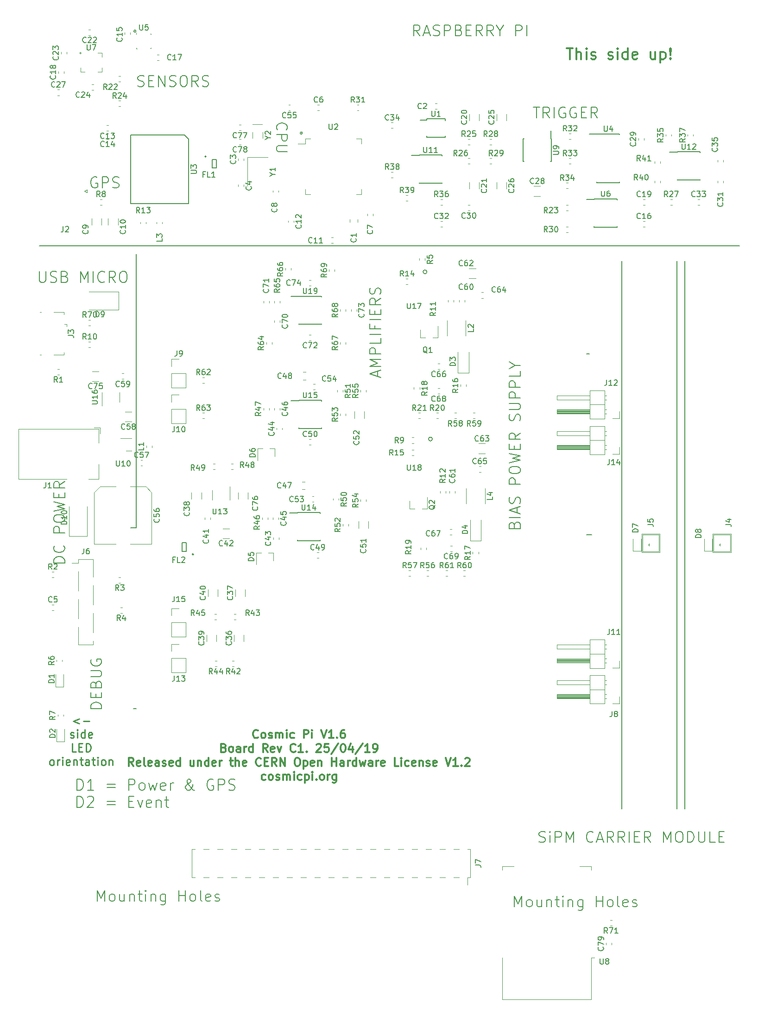
<source format=gbr>
G04 #@! TF.GenerationSoftware,KiCad,Pcbnew,(5.1.0)-1*
G04 #@! TF.CreationDate,2019-10-08T13:20:11+02:00*
G04 #@! TF.ProjectId,cosmicpi_1.7,636f736d-6963-4706-995f-312e372e6b69,rev?*
G04 #@! TF.SameCoordinates,Original*
G04 #@! TF.FileFunction,Legend,Top*
G04 #@! TF.FilePolarity,Positive*
%FSLAX46Y46*%
G04 Gerber Fmt 4.6, Leading zero omitted, Abs format (unit mm)*
G04 Created by KiCad (PCBNEW (5.1.0)-1) date 2019-10-08 13:20:11*
%MOMM*%
%LPD*%
G04 APERTURE LIST*
%ADD10C,0.150000*%
%ADD11C,0.250000*%
%ADD12C,0.300000*%
%ADD13C,0.100000*%
%ADD14C,0.120000*%
%ADD15C,0.200000*%
G04 APERTURE END LIST*
D10*
X64600000Y-39400000D02*
G75*
G03X64600000Y-39400000I-200000J0D01*
G01*
X34200000Y-20800000D02*
G75*
G03X34200000Y-20800000I-200000J0D01*
G01*
D11*
X23842857Y-146328571D02*
X22700000Y-146757142D01*
X23842857Y-147185714D01*
X24557142Y-146757142D02*
X25700000Y-146757142D01*
X22200000Y-149757142D02*
X22342857Y-149828571D01*
X22628571Y-149828571D01*
X22771428Y-149757142D01*
X22842857Y-149614285D01*
X22842857Y-149542857D01*
X22771428Y-149400000D01*
X22628571Y-149328571D01*
X22414285Y-149328571D01*
X22271428Y-149257142D01*
X22200000Y-149114285D01*
X22200000Y-149042857D01*
X22271428Y-148900000D01*
X22414285Y-148828571D01*
X22628571Y-148828571D01*
X22771428Y-148900000D01*
X23485714Y-149828571D02*
X23485714Y-148828571D01*
X23485714Y-148328571D02*
X23414285Y-148400000D01*
X23485714Y-148471428D01*
X23557142Y-148400000D01*
X23485714Y-148328571D01*
X23485714Y-148471428D01*
X24842857Y-149828571D02*
X24842857Y-148328571D01*
X24842857Y-149757142D02*
X24700000Y-149828571D01*
X24414285Y-149828571D01*
X24271428Y-149757142D01*
X24200000Y-149685714D01*
X24128571Y-149542857D01*
X24128571Y-149114285D01*
X24200000Y-148971428D01*
X24271428Y-148900000D01*
X24414285Y-148828571D01*
X24700000Y-148828571D01*
X24842857Y-148900000D01*
X26128571Y-149757142D02*
X25985714Y-149828571D01*
X25700000Y-149828571D01*
X25557142Y-149757142D01*
X25485714Y-149614285D01*
X25485714Y-149042857D01*
X25557142Y-148900000D01*
X25700000Y-148828571D01*
X25985714Y-148828571D01*
X26128571Y-148900000D01*
X26200000Y-149042857D01*
X26200000Y-149185714D01*
X25485714Y-149328571D01*
X23235714Y-152328571D02*
X22521428Y-152328571D01*
X22521428Y-150828571D01*
X23735714Y-151542857D02*
X24235714Y-151542857D01*
X24450000Y-152328571D02*
X23735714Y-152328571D01*
X23735714Y-150828571D01*
X24450000Y-150828571D01*
X25092857Y-152328571D02*
X25092857Y-150828571D01*
X25450000Y-150828571D01*
X25664285Y-150900000D01*
X25807142Y-151042857D01*
X25878571Y-151185714D01*
X25950000Y-151471428D01*
X25950000Y-151685714D01*
X25878571Y-151971428D01*
X25807142Y-152114285D01*
X25664285Y-152257142D01*
X25450000Y-152328571D01*
X25092857Y-152328571D01*
X18700000Y-154828571D02*
X18557142Y-154757142D01*
X18485714Y-154685714D01*
X18414285Y-154542857D01*
X18414285Y-154114285D01*
X18485714Y-153971428D01*
X18557142Y-153900000D01*
X18700000Y-153828571D01*
X18914285Y-153828571D01*
X19057142Y-153900000D01*
X19128571Y-153971428D01*
X19200000Y-154114285D01*
X19200000Y-154542857D01*
X19128571Y-154685714D01*
X19057142Y-154757142D01*
X18914285Y-154828571D01*
X18700000Y-154828571D01*
X19842857Y-154828571D02*
X19842857Y-153828571D01*
X19842857Y-154114285D02*
X19914285Y-153971428D01*
X19985714Y-153900000D01*
X20128571Y-153828571D01*
X20271428Y-153828571D01*
X20771428Y-154828571D02*
X20771428Y-153828571D01*
X20771428Y-153328571D02*
X20700000Y-153400000D01*
X20771428Y-153471428D01*
X20842857Y-153400000D01*
X20771428Y-153328571D01*
X20771428Y-153471428D01*
X22057142Y-154757142D02*
X21914285Y-154828571D01*
X21628571Y-154828571D01*
X21485714Y-154757142D01*
X21414285Y-154614285D01*
X21414285Y-154042857D01*
X21485714Y-153900000D01*
X21628571Y-153828571D01*
X21914285Y-153828571D01*
X22057142Y-153900000D01*
X22128571Y-154042857D01*
X22128571Y-154185714D01*
X21414285Y-154328571D01*
X22771428Y-153828571D02*
X22771428Y-154828571D01*
X22771428Y-153971428D02*
X22842857Y-153900000D01*
X22985714Y-153828571D01*
X23200000Y-153828571D01*
X23342857Y-153900000D01*
X23414285Y-154042857D01*
X23414285Y-154828571D01*
X23914285Y-153828571D02*
X24485714Y-153828571D01*
X24128571Y-153328571D02*
X24128571Y-154614285D01*
X24200000Y-154757142D01*
X24342857Y-154828571D01*
X24485714Y-154828571D01*
X25628571Y-154828571D02*
X25628571Y-154042857D01*
X25557142Y-153900000D01*
X25414285Y-153828571D01*
X25128571Y-153828571D01*
X24985714Y-153900000D01*
X25628571Y-154757142D02*
X25485714Y-154828571D01*
X25128571Y-154828571D01*
X24985714Y-154757142D01*
X24914285Y-154614285D01*
X24914285Y-154471428D01*
X24985714Y-154328571D01*
X25128571Y-154257142D01*
X25485714Y-154257142D01*
X25628571Y-154185714D01*
X26128571Y-153828571D02*
X26700000Y-153828571D01*
X26342857Y-153328571D02*
X26342857Y-154614285D01*
X26414285Y-154757142D01*
X26557142Y-154828571D01*
X26700000Y-154828571D01*
X27200000Y-154828571D02*
X27200000Y-153828571D01*
X27200000Y-153328571D02*
X27128571Y-153400000D01*
X27200000Y-153471428D01*
X27271428Y-153400000D01*
X27200000Y-153328571D01*
X27200000Y-153471428D01*
X28128571Y-154828571D02*
X27985714Y-154757142D01*
X27914285Y-154685714D01*
X27842857Y-154542857D01*
X27842857Y-154114285D01*
X27914285Y-153971428D01*
X27985714Y-153900000D01*
X28128571Y-153828571D01*
X28342857Y-153828571D01*
X28485714Y-153900000D01*
X28557142Y-153971428D01*
X28628571Y-154114285D01*
X28628571Y-154542857D01*
X28557142Y-154685714D01*
X28485714Y-154757142D01*
X28342857Y-154828571D01*
X28128571Y-154828571D01*
X29271428Y-153828571D02*
X29271428Y-154828571D01*
X29271428Y-153971428D02*
X29342857Y-153900000D01*
X29485714Y-153828571D01*
X29700000Y-153828571D01*
X29842857Y-153900000D01*
X29914285Y-154042857D01*
X29914285Y-154828571D01*
D10*
X88353553Y-95250000D02*
G75*
G03X88353553Y-95250000I-353553J0D01*
G01*
X87353553Y-64750000D02*
G75*
G03X87353553Y-64750000I-353553J0D01*
G01*
D12*
X112880952Y-23904761D02*
X114023809Y-23904761D01*
X113452380Y-25904761D02*
X113452380Y-23904761D01*
X114690476Y-25904761D02*
X114690476Y-23904761D01*
X115547619Y-25904761D02*
X115547619Y-24857142D01*
X115452380Y-24666666D01*
X115261904Y-24571428D01*
X114976190Y-24571428D01*
X114785714Y-24666666D01*
X114690476Y-24761904D01*
X116500000Y-25904761D02*
X116500000Y-24571428D01*
X116500000Y-23904761D02*
X116404761Y-24000000D01*
X116500000Y-24095238D01*
X116595238Y-24000000D01*
X116500000Y-23904761D01*
X116500000Y-24095238D01*
X117357142Y-25809523D02*
X117547619Y-25904761D01*
X117928571Y-25904761D01*
X118119047Y-25809523D01*
X118214285Y-25619047D01*
X118214285Y-25523809D01*
X118119047Y-25333333D01*
X117928571Y-25238095D01*
X117642857Y-25238095D01*
X117452380Y-25142857D01*
X117357142Y-24952380D01*
X117357142Y-24857142D01*
X117452380Y-24666666D01*
X117642857Y-24571428D01*
X117928571Y-24571428D01*
X118119047Y-24666666D01*
X120500000Y-25809523D02*
X120690476Y-25904761D01*
X121071428Y-25904761D01*
X121261904Y-25809523D01*
X121357142Y-25619047D01*
X121357142Y-25523809D01*
X121261904Y-25333333D01*
X121071428Y-25238095D01*
X120785714Y-25238095D01*
X120595238Y-25142857D01*
X120500000Y-24952380D01*
X120500000Y-24857142D01*
X120595238Y-24666666D01*
X120785714Y-24571428D01*
X121071428Y-24571428D01*
X121261904Y-24666666D01*
X122214285Y-25904761D02*
X122214285Y-24571428D01*
X122214285Y-23904761D02*
X122119047Y-24000000D01*
X122214285Y-24095238D01*
X122309523Y-24000000D01*
X122214285Y-23904761D01*
X122214285Y-24095238D01*
X124023809Y-25904761D02*
X124023809Y-23904761D01*
X124023809Y-25809523D02*
X123833333Y-25904761D01*
X123452380Y-25904761D01*
X123261904Y-25809523D01*
X123166666Y-25714285D01*
X123071428Y-25523809D01*
X123071428Y-24952380D01*
X123166666Y-24761904D01*
X123261904Y-24666666D01*
X123452380Y-24571428D01*
X123833333Y-24571428D01*
X124023809Y-24666666D01*
X125738095Y-25809523D02*
X125547619Y-25904761D01*
X125166666Y-25904761D01*
X124976190Y-25809523D01*
X124880952Y-25619047D01*
X124880952Y-24857142D01*
X124976190Y-24666666D01*
X125166666Y-24571428D01*
X125547619Y-24571428D01*
X125738095Y-24666666D01*
X125833333Y-24857142D01*
X125833333Y-25047619D01*
X124880952Y-25238095D01*
X129071428Y-24571428D02*
X129071428Y-25904761D01*
X128214285Y-24571428D02*
X128214285Y-25619047D01*
X128309523Y-25809523D01*
X128500000Y-25904761D01*
X128785714Y-25904761D01*
X128976190Y-25809523D01*
X129071428Y-25714285D01*
X130023809Y-24571428D02*
X130023809Y-26571428D01*
X130023809Y-24666666D02*
X130214285Y-24571428D01*
X130595238Y-24571428D01*
X130785714Y-24666666D01*
X130880952Y-24761904D01*
X130976190Y-24952380D01*
X130976190Y-25523809D01*
X130880952Y-25714285D01*
X130785714Y-25809523D01*
X130595238Y-25904761D01*
X130214285Y-25904761D01*
X130023809Y-25809523D01*
X131833333Y-25714285D02*
X131928571Y-25809523D01*
X131833333Y-25904761D01*
X131738095Y-25809523D01*
X131833333Y-25714285D01*
X131833333Y-25904761D01*
X131833333Y-25142857D02*
X131738095Y-24000000D01*
X131833333Y-23904761D01*
X131928571Y-24000000D01*
X131833333Y-25142857D01*
X131833333Y-23904761D01*
X56500000Y-149710714D02*
X56428571Y-149782142D01*
X56214285Y-149853571D01*
X56071428Y-149853571D01*
X55857142Y-149782142D01*
X55714285Y-149639285D01*
X55642857Y-149496428D01*
X55571428Y-149210714D01*
X55571428Y-148996428D01*
X55642857Y-148710714D01*
X55714285Y-148567857D01*
X55857142Y-148425000D01*
X56071428Y-148353571D01*
X56214285Y-148353571D01*
X56428571Y-148425000D01*
X56500000Y-148496428D01*
X57357142Y-149853571D02*
X57214285Y-149782142D01*
X57142857Y-149710714D01*
X57071428Y-149567857D01*
X57071428Y-149139285D01*
X57142857Y-148996428D01*
X57214285Y-148925000D01*
X57357142Y-148853571D01*
X57571428Y-148853571D01*
X57714285Y-148925000D01*
X57785714Y-148996428D01*
X57857142Y-149139285D01*
X57857142Y-149567857D01*
X57785714Y-149710714D01*
X57714285Y-149782142D01*
X57571428Y-149853571D01*
X57357142Y-149853571D01*
X58428571Y-149782142D02*
X58571428Y-149853571D01*
X58857142Y-149853571D01*
X59000000Y-149782142D01*
X59071428Y-149639285D01*
X59071428Y-149567857D01*
X59000000Y-149425000D01*
X58857142Y-149353571D01*
X58642857Y-149353571D01*
X58500000Y-149282142D01*
X58428571Y-149139285D01*
X58428571Y-149067857D01*
X58500000Y-148925000D01*
X58642857Y-148853571D01*
X58857142Y-148853571D01*
X59000000Y-148925000D01*
X59714285Y-149853571D02*
X59714285Y-148853571D01*
X59714285Y-148996428D02*
X59785714Y-148925000D01*
X59928571Y-148853571D01*
X60142857Y-148853571D01*
X60285714Y-148925000D01*
X60357142Y-149067857D01*
X60357142Y-149853571D01*
X60357142Y-149067857D02*
X60428571Y-148925000D01*
X60571428Y-148853571D01*
X60785714Y-148853571D01*
X60928571Y-148925000D01*
X61000000Y-149067857D01*
X61000000Y-149853571D01*
X61714285Y-149853571D02*
X61714285Y-148853571D01*
X61714285Y-148353571D02*
X61642857Y-148425000D01*
X61714285Y-148496428D01*
X61785714Y-148425000D01*
X61714285Y-148353571D01*
X61714285Y-148496428D01*
X63071428Y-149782142D02*
X62928571Y-149853571D01*
X62642857Y-149853571D01*
X62500000Y-149782142D01*
X62428571Y-149710714D01*
X62357142Y-149567857D01*
X62357142Y-149139285D01*
X62428571Y-148996428D01*
X62500000Y-148925000D01*
X62642857Y-148853571D01*
X62928571Y-148853571D01*
X63071428Y-148925000D01*
X64857142Y-149853571D02*
X64857142Y-148353571D01*
X65428571Y-148353571D01*
X65571428Y-148425000D01*
X65642857Y-148496428D01*
X65714285Y-148639285D01*
X65714285Y-148853571D01*
X65642857Y-148996428D01*
X65571428Y-149067857D01*
X65428571Y-149139285D01*
X64857142Y-149139285D01*
X66357142Y-149853571D02*
X66357142Y-148853571D01*
X66357142Y-148353571D02*
X66285714Y-148425000D01*
X66357142Y-148496428D01*
X66428571Y-148425000D01*
X66357142Y-148353571D01*
X66357142Y-148496428D01*
X68000000Y-148353571D02*
X68500000Y-149853571D01*
X69000000Y-148353571D01*
X70285714Y-149853571D02*
X69428571Y-149853571D01*
X69857142Y-149853571D02*
X69857142Y-148353571D01*
X69714285Y-148567857D01*
X69571428Y-148710714D01*
X69428571Y-148782142D01*
X70928571Y-149710714D02*
X71000000Y-149782142D01*
X70928571Y-149853571D01*
X70857142Y-149782142D01*
X70928571Y-149710714D01*
X70928571Y-149853571D01*
X72285714Y-148353571D02*
X72000000Y-148353571D01*
X71857142Y-148425000D01*
X71785714Y-148496428D01*
X71642857Y-148710714D01*
X71571428Y-148996428D01*
X71571428Y-149567857D01*
X71642857Y-149710714D01*
X71714285Y-149782142D01*
X71857142Y-149853571D01*
X72142857Y-149853571D01*
X72285714Y-149782142D01*
X72357142Y-149710714D01*
X72428571Y-149567857D01*
X72428571Y-149210714D01*
X72357142Y-149067857D01*
X72285714Y-148996428D01*
X72142857Y-148925000D01*
X71857142Y-148925000D01*
X71714285Y-148996428D01*
X71642857Y-149067857D01*
X71571428Y-149210714D01*
X50250000Y-151617857D02*
X50464285Y-151689285D01*
X50535714Y-151760714D01*
X50607142Y-151903571D01*
X50607142Y-152117857D01*
X50535714Y-152260714D01*
X50464285Y-152332142D01*
X50321428Y-152403571D01*
X49750000Y-152403571D01*
X49750000Y-150903571D01*
X50250000Y-150903571D01*
X50392857Y-150975000D01*
X50464285Y-151046428D01*
X50535714Y-151189285D01*
X50535714Y-151332142D01*
X50464285Y-151475000D01*
X50392857Y-151546428D01*
X50250000Y-151617857D01*
X49750000Y-151617857D01*
X51464285Y-152403571D02*
X51321428Y-152332142D01*
X51250000Y-152260714D01*
X51178571Y-152117857D01*
X51178571Y-151689285D01*
X51250000Y-151546428D01*
X51321428Y-151475000D01*
X51464285Y-151403571D01*
X51678571Y-151403571D01*
X51821428Y-151475000D01*
X51892857Y-151546428D01*
X51964285Y-151689285D01*
X51964285Y-152117857D01*
X51892857Y-152260714D01*
X51821428Y-152332142D01*
X51678571Y-152403571D01*
X51464285Y-152403571D01*
X53250000Y-152403571D02*
X53250000Y-151617857D01*
X53178571Y-151475000D01*
X53035714Y-151403571D01*
X52750000Y-151403571D01*
X52607142Y-151475000D01*
X53250000Y-152332142D02*
X53107142Y-152403571D01*
X52750000Y-152403571D01*
X52607142Y-152332142D01*
X52535714Y-152189285D01*
X52535714Y-152046428D01*
X52607142Y-151903571D01*
X52750000Y-151832142D01*
X53107142Y-151832142D01*
X53250000Y-151760714D01*
X53964285Y-152403571D02*
X53964285Y-151403571D01*
X53964285Y-151689285D02*
X54035714Y-151546428D01*
X54107142Y-151475000D01*
X54250000Y-151403571D01*
X54392857Y-151403571D01*
X55535714Y-152403571D02*
X55535714Y-150903571D01*
X55535714Y-152332142D02*
X55392857Y-152403571D01*
X55107142Y-152403571D01*
X54964285Y-152332142D01*
X54892857Y-152260714D01*
X54821428Y-152117857D01*
X54821428Y-151689285D01*
X54892857Y-151546428D01*
X54964285Y-151475000D01*
X55107142Y-151403571D01*
X55392857Y-151403571D01*
X55535714Y-151475000D01*
X58250000Y-152403571D02*
X57750000Y-151689285D01*
X57392857Y-152403571D02*
X57392857Y-150903571D01*
X57964285Y-150903571D01*
X58107142Y-150975000D01*
X58178571Y-151046428D01*
X58250000Y-151189285D01*
X58250000Y-151403571D01*
X58178571Y-151546428D01*
X58107142Y-151617857D01*
X57964285Y-151689285D01*
X57392857Y-151689285D01*
X59464285Y-152332142D02*
X59321428Y-152403571D01*
X59035714Y-152403571D01*
X58892857Y-152332142D01*
X58821428Y-152189285D01*
X58821428Y-151617857D01*
X58892857Y-151475000D01*
X59035714Y-151403571D01*
X59321428Y-151403571D01*
X59464285Y-151475000D01*
X59535714Y-151617857D01*
X59535714Y-151760714D01*
X58821428Y-151903571D01*
X60035714Y-151403571D02*
X60392857Y-152403571D01*
X60750000Y-151403571D01*
X63321428Y-152260714D02*
X63250000Y-152332142D01*
X63035714Y-152403571D01*
X62892857Y-152403571D01*
X62678571Y-152332142D01*
X62535714Y-152189285D01*
X62464285Y-152046428D01*
X62392857Y-151760714D01*
X62392857Y-151546428D01*
X62464285Y-151260714D01*
X62535714Y-151117857D01*
X62678571Y-150975000D01*
X62892857Y-150903571D01*
X63035714Y-150903571D01*
X63250000Y-150975000D01*
X63321428Y-151046428D01*
X64750000Y-152403571D02*
X63892857Y-152403571D01*
X64321428Y-152403571D02*
X64321428Y-150903571D01*
X64178571Y-151117857D01*
X64035714Y-151260714D01*
X63892857Y-151332142D01*
X65392857Y-152260714D02*
X65464285Y-152332142D01*
X65392857Y-152403571D01*
X65321428Y-152332142D01*
X65392857Y-152260714D01*
X65392857Y-152403571D01*
X67178571Y-151046428D02*
X67250000Y-150975000D01*
X67392857Y-150903571D01*
X67750000Y-150903571D01*
X67892857Y-150975000D01*
X67964285Y-151046428D01*
X68035714Y-151189285D01*
X68035714Y-151332142D01*
X67964285Y-151546428D01*
X67107142Y-152403571D01*
X68035714Y-152403571D01*
X69392857Y-150903571D02*
X68678571Y-150903571D01*
X68607142Y-151617857D01*
X68678571Y-151546428D01*
X68821428Y-151475000D01*
X69178571Y-151475000D01*
X69321428Y-151546428D01*
X69392857Y-151617857D01*
X69464285Y-151760714D01*
X69464285Y-152117857D01*
X69392857Y-152260714D01*
X69321428Y-152332142D01*
X69178571Y-152403571D01*
X68821428Y-152403571D01*
X68678571Y-152332142D01*
X68607142Y-152260714D01*
X71178571Y-150832142D02*
X69892857Y-152760714D01*
X71964285Y-150903571D02*
X72107142Y-150903571D01*
X72250000Y-150975000D01*
X72321428Y-151046428D01*
X72392857Y-151189285D01*
X72464285Y-151475000D01*
X72464285Y-151832142D01*
X72392857Y-152117857D01*
X72321428Y-152260714D01*
X72250000Y-152332142D01*
X72107142Y-152403571D01*
X71964285Y-152403571D01*
X71821428Y-152332142D01*
X71750000Y-152260714D01*
X71678571Y-152117857D01*
X71607142Y-151832142D01*
X71607142Y-151475000D01*
X71678571Y-151189285D01*
X71750000Y-151046428D01*
X71821428Y-150975000D01*
X71964285Y-150903571D01*
X73750000Y-151403571D02*
X73750000Y-152403571D01*
X73392857Y-150832142D02*
X73035714Y-151903571D01*
X73964285Y-151903571D01*
X75607142Y-150832142D02*
X74321428Y-152760714D01*
X76892857Y-152403571D02*
X76035714Y-152403571D01*
X76464285Y-152403571D02*
X76464285Y-150903571D01*
X76321428Y-151117857D01*
X76178571Y-151260714D01*
X76035714Y-151332142D01*
X77607142Y-152403571D02*
X77892857Y-152403571D01*
X78035714Y-152332142D01*
X78107142Y-152260714D01*
X78250000Y-152046428D01*
X78321428Y-151760714D01*
X78321428Y-151189285D01*
X78250000Y-151046428D01*
X78178571Y-150975000D01*
X78035714Y-150903571D01*
X77750000Y-150903571D01*
X77607142Y-150975000D01*
X77535714Y-151046428D01*
X77464285Y-151189285D01*
X77464285Y-151546428D01*
X77535714Y-151689285D01*
X77607142Y-151760714D01*
X77750000Y-151832142D01*
X78035714Y-151832142D01*
X78178571Y-151760714D01*
X78250000Y-151689285D01*
X78321428Y-151546428D01*
X33750000Y-154953571D02*
X33250000Y-154239285D01*
X32892857Y-154953571D02*
X32892857Y-153453571D01*
X33464285Y-153453571D01*
X33607142Y-153525000D01*
X33678571Y-153596428D01*
X33750000Y-153739285D01*
X33750000Y-153953571D01*
X33678571Y-154096428D01*
X33607142Y-154167857D01*
X33464285Y-154239285D01*
X32892857Y-154239285D01*
X34964285Y-154882142D02*
X34821428Y-154953571D01*
X34535714Y-154953571D01*
X34392857Y-154882142D01*
X34321428Y-154739285D01*
X34321428Y-154167857D01*
X34392857Y-154025000D01*
X34535714Y-153953571D01*
X34821428Y-153953571D01*
X34964285Y-154025000D01*
X35035714Y-154167857D01*
X35035714Y-154310714D01*
X34321428Y-154453571D01*
X35892857Y-154953571D02*
X35750000Y-154882142D01*
X35678571Y-154739285D01*
X35678571Y-153453571D01*
X37035714Y-154882142D02*
X36892857Y-154953571D01*
X36607142Y-154953571D01*
X36464285Y-154882142D01*
X36392857Y-154739285D01*
X36392857Y-154167857D01*
X36464285Y-154025000D01*
X36607142Y-153953571D01*
X36892857Y-153953571D01*
X37035714Y-154025000D01*
X37107142Y-154167857D01*
X37107142Y-154310714D01*
X36392857Y-154453571D01*
X38392857Y-154953571D02*
X38392857Y-154167857D01*
X38321428Y-154025000D01*
X38178571Y-153953571D01*
X37892857Y-153953571D01*
X37750000Y-154025000D01*
X38392857Y-154882142D02*
X38250000Y-154953571D01*
X37892857Y-154953571D01*
X37750000Y-154882142D01*
X37678571Y-154739285D01*
X37678571Y-154596428D01*
X37750000Y-154453571D01*
X37892857Y-154382142D01*
X38250000Y-154382142D01*
X38392857Y-154310714D01*
X39035714Y-154882142D02*
X39178571Y-154953571D01*
X39464285Y-154953571D01*
X39607142Y-154882142D01*
X39678571Y-154739285D01*
X39678571Y-154667857D01*
X39607142Y-154525000D01*
X39464285Y-154453571D01*
X39250000Y-154453571D01*
X39107142Y-154382142D01*
X39035714Y-154239285D01*
X39035714Y-154167857D01*
X39107142Y-154025000D01*
X39250000Y-153953571D01*
X39464285Y-153953571D01*
X39607142Y-154025000D01*
X40892857Y-154882142D02*
X40750000Y-154953571D01*
X40464285Y-154953571D01*
X40321428Y-154882142D01*
X40250000Y-154739285D01*
X40250000Y-154167857D01*
X40321428Y-154025000D01*
X40464285Y-153953571D01*
X40750000Y-153953571D01*
X40892857Y-154025000D01*
X40964285Y-154167857D01*
X40964285Y-154310714D01*
X40250000Y-154453571D01*
X42250000Y-154953571D02*
X42250000Y-153453571D01*
X42250000Y-154882142D02*
X42107142Y-154953571D01*
X41821428Y-154953571D01*
X41678571Y-154882142D01*
X41607142Y-154810714D01*
X41535714Y-154667857D01*
X41535714Y-154239285D01*
X41607142Y-154096428D01*
X41678571Y-154025000D01*
X41821428Y-153953571D01*
X42107142Y-153953571D01*
X42250000Y-154025000D01*
X44750000Y-153953571D02*
X44750000Y-154953571D01*
X44107142Y-153953571D02*
X44107142Y-154739285D01*
X44178571Y-154882142D01*
X44321428Y-154953571D01*
X44535714Y-154953571D01*
X44678571Y-154882142D01*
X44750000Y-154810714D01*
X45464285Y-153953571D02*
X45464285Y-154953571D01*
X45464285Y-154096428D02*
X45535714Y-154025000D01*
X45678571Y-153953571D01*
X45892857Y-153953571D01*
X46035714Y-154025000D01*
X46107142Y-154167857D01*
X46107142Y-154953571D01*
X47464285Y-154953571D02*
X47464285Y-153453571D01*
X47464285Y-154882142D02*
X47321428Y-154953571D01*
X47035714Y-154953571D01*
X46892857Y-154882142D01*
X46821428Y-154810714D01*
X46750000Y-154667857D01*
X46750000Y-154239285D01*
X46821428Y-154096428D01*
X46892857Y-154025000D01*
X47035714Y-153953571D01*
X47321428Y-153953571D01*
X47464285Y-154025000D01*
X48750000Y-154882142D02*
X48607142Y-154953571D01*
X48321428Y-154953571D01*
X48178571Y-154882142D01*
X48107142Y-154739285D01*
X48107142Y-154167857D01*
X48178571Y-154025000D01*
X48321428Y-153953571D01*
X48607142Y-153953571D01*
X48750000Y-154025000D01*
X48821428Y-154167857D01*
X48821428Y-154310714D01*
X48107142Y-154453571D01*
X49464285Y-154953571D02*
X49464285Y-153953571D01*
X49464285Y-154239285D02*
X49535714Y-154096428D01*
X49607142Y-154025000D01*
X49750000Y-153953571D01*
X49892857Y-153953571D01*
X51321428Y-153953571D02*
X51892857Y-153953571D01*
X51535714Y-153453571D02*
X51535714Y-154739285D01*
X51607142Y-154882142D01*
X51750000Y-154953571D01*
X51892857Y-154953571D01*
X52392857Y-154953571D02*
X52392857Y-153453571D01*
X53035714Y-154953571D02*
X53035714Y-154167857D01*
X52964285Y-154025000D01*
X52821428Y-153953571D01*
X52607142Y-153953571D01*
X52464285Y-154025000D01*
X52392857Y-154096428D01*
X54321428Y-154882142D02*
X54178571Y-154953571D01*
X53892857Y-154953571D01*
X53750000Y-154882142D01*
X53678571Y-154739285D01*
X53678571Y-154167857D01*
X53750000Y-154025000D01*
X53892857Y-153953571D01*
X54178571Y-153953571D01*
X54321428Y-154025000D01*
X54392857Y-154167857D01*
X54392857Y-154310714D01*
X53678571Y-154453571D01*
X57035714Y-154810714D02*
X56964285Y-154882142D01*
X56750000Y-154953571D01*
X56607142Y-154953571D01*
X56392857Y-154882142D01*
X56250000Y-154739285D01*
X56178571Y-154596428D01*
X56107142Y-154310714D01*
X56107142Y-154096428D01*
X56178571Y-153810714D01*
X56250000Y-153667857D01*
X56392857Y-153525000D01*
X56607142Y-153453571D01*
X56750000Y-153453571D01*
X56964285Y-153525000D01*
X57035714Y-153596428D01*
X57678571Y-154167857D02*
X58178571Y-154167857D01*
X58392857Y-154953571D02*
X57678571Y-154953571D01*
X57678571Y-153453571D01*
X58392857Y-153453571D01*
X59892857Y-154953571D02*
X59392857Y-154239285D01*
X59035714Y-154953571D02*
X59035714Y-153453571D01*
X59607142Y-153453571D01*
X59750000Y-153525000D01*
X59821428Y-153596428D01*
X59892857Y-153739285D01*
X59892857Y-153953571D01*
X59821428Y-154096428D01*
X59750000Y-154167857D01*
X59607142Y-154239285D01*
X59035714Y-154239285D01*
X60535714Y-154953571D02*
X60535714Y-153453571D01*
X61392857Y-154953571D01*
X61392857Y-153453571D01*
X63535714Y-153453571D02*
X63821428Y-153453571D01*
X63964285Y-153525000D01*
X64107142Y-153667857D01*
X64178571Y-153953571D01*
X64178571Y-154453571D01*
X64107142Y-154739285D01*
X63964285Y-154882142D01*
X63821428Y-154953571D01*
X63535714Y-154953571D01*
X63392857Y-154882142D01*
X63250000Y-154739285D01*
X63178571Y-154453571D01*
X63178571Y-153953571D01*
X63250000Y-153667857D01*
X63392857Y-153525000D01*
X63535714Y-153453571D01*
X64821428Y-153953571D02*
X64821428Y-155453571D01*
X64821428Y-154025000D02*
X64964285Y-153953571D01*
X65250000Y-153953571D01*
X65392857Y-154025000D01*
X65464285Y-154096428D01*
X65535714Y-154239285D01*
X65535714Y-154667857D01*
X65464285Y-154810714D01*
X65392857Y-154882142D01*
X65250000Y-154953571D01*
X64964285Y-154953571D01*
X64821428Y-154882142D01*
X66750000Y-154882142D02*
X66607142Y-154953571D01*
X66321428Y-154953571D01*
X66178571Y-154882142D01*
X66107142Y-154739285D01*
X66107142Y-154167857D01*
X66178571Y-154025000D01*
X66321428Y-153953571D01*
X66607142Y-153953571D01*
X66750000Y-154025000D01*
X66821428Y-154167857D01*
X66821428Y-154310714D01*
X66107142Y-154453571D01*
X67464285Y-153953571D02*
X67464285Y-154953571D01*
X67464285Y-154096428D02*
X67535714Y-154025000D01*
X67678571Y-153953571D01*
X67892857Y-153953571D01*
X68035714Y-154025000D01*
X68107142Y-154167857D01*
X68107142Y-154953571D01*
X69964285Y-154953571D02*
X69964285Y-153453571D01*
X69964285Y-154167857D02*
X70821428Y-154167857D01*
X70821428Y-154953571D02*
X70821428Y-153453571D01*
X72178571Y-154953571D02*
X72178571Y-154167857D01*
X72107142Y-154025000D01*
X71964285Y-153953571D01*
X71678571Y-153953571D01*
X71535714Y-154025000D01*
X72178571Y-154882142D02*
X72035714Y-154953571D01*
X71678571Y-154953571D01*
X71535714Y-154882142D01*
X71464285Y-154739285D01*
X71464285Y-154596428D01*
X71535714Y-154453571D01*
X71678571Y-154382142D01*
X72035714Y-154382142D01*
X72178571Y-154310714D01*
X72892857Y-154953571D02*
X72892857Y-153953571D01*
X72892857Y-154239285D02*
X72964285Y-154096428D01*
X73035714Y-154025000D01*
X73178571Y-153953571D01*
X73321428Y-153953571D01*
X74464285Y-154953571D02*
X74464285Y-153453571D01*
X74464285Y-154882142D02*
X74321428Y-154953571D01*
X74035714Y-154953571D01*
X73892857Y-154882142D01*
X73821428Y-154810714D01*
X73750000Y-154667857D01*
X73750000Y-154239285D01*
X73821428Y-154096428D01*
X73892857Y-154025000D01*
X74035714Y-153953571D01*
X74321428Y-153953571D01*
X74464285Y-154025000D01*
X75035714Y-153953571D02*
X75321428Y-154953571D01*
X75607142Y-154239285D01*
X75892857Y-154953571D01*
X76178571Y-153953571D01*
X77392857Y-154953571D02*
X77392857Y-154167857D01*
X77321428Y-154025000D01*
X77178571Y-153953571D01*
X76892857Y-153953571D01*
X76750000Y-154025000D01*
X77392857Y-154882142D02*
X77250000Y-154953571D01*
X76892857Y-154953571D01*
X76750000Y-154882142D01*
X76678571Y-154739285D01*
X76678571Y-154596428D01*
X76750000Y-154453571D01*
X76892857Y-154382142D01*
X77250000Y-154382142D01*
X77392857Y-154310714D01*
X78107142Y-154953571D02*
X78107142Y-153953571D01*
X78107142Y-154239285D02*
X78178571Y-154096428D01*
X78250000Y-154025000D01*
X78392857Y-153953571D01*
X78535714Y-153953571D01*
X79607142Y-154882142D02*
X79464285Y-154953571D01*
X79178571Y-154953571D01*
X79035714Y-154882142D01*
X78964285Y-154739285D01*
X78964285Y-154167857D01*
X79035714Y-154025000D01*
X79178571Y-153953571D01*
X79464285Y-153953571D01*
X79607142Y-154025000D01*
X79678571Y-154167857D01*
X79678571Y-154310714D01*
X78964285Y-154453571D01*
X82178571Y-154953571D02*
X81464285Y-154953571D01*
X81464285Y-153453571D01*
X82678571Y-154953571D02*
X82678571Y-153953571D01*
X82678571Y-153453571D02*
X82607142Y-153525000D01*
X82678571Y-153596428D01*
X82750000Y-153525000D01*
X82678571Y-153453571D01*
X82678571Y-153596428D01*
X84035714Y-154882142D02*
X83892857Y-154953571D01*
X83607142Y-154953571D01*
X83464285Y-154882142D01*
X83392857Y-154810714D01*
X83321428Y-154667857D01*
X83321428Y-154239285D01*
X83392857Y-154096428D01*
X83464285Y-154025000D01*
X83607142Y-153953571D01*
X83892857Y-153953571D01*
X84035714Y-154025000D01*
X85250000Y-154882142D02*
X85107142Y-154953571D01*
X84821428Y-154953571D01*
X84678571Y-154882142D01*
X84607142Y-154739285D01*
X84607142Y-154167857D01*
X84678571Y-154025000D01*
X84821428Y-153953571D01*
X85107142Y-153953571D01*
X85250000Y-154025000D01*
X85321428Y-154167857D01*
X85321428Y-154310714D01*
X84607142Y-154453571D01*
X85964285Y-153953571D02*
X85964285Y-154953571D01*
X85964285Y-154096428D02*
X86035714Y-154025000D01*
X86178571Y-153953571D01*
X86392857Y-153953571D01*
X86535714Y-154025000D01*
X86607142Y-154167857D01*
X86607142Y-154953571D01*
X87250000Y-154882142D02*
X87392857Y-154953571D01*
X87678571Y-154953571D01*
X87821428Y-154882142D01*
X87892857Y-154739285D01*
X87892857Y-154667857D01*
X87821428Y-154525000D01*
X87678571Y-154453571D01*
X87464285Y-154453571D01*
X87321428Y-154382142D01*
X87250000Y-154239285D01*
X87250000Y-154167857D01*
X87321428Y-154025000D01*
X87464285Y-153953571D01*
X87678571Y-153953571D01*
X87821428Y-154025000D01*
X89107142Y-154882142D02*
X88964285Y-154953571D01*
X88678571Y-154953571D01*
X88535714Y-154882142D01*
X88464285Y-154739285D01*
X88464285Y-154167857D01*
X88535714Y-154025000D01*
X88678571Y-153953571D01*
X88964285Y-153953571D01*
X89107142Y-154025000D01*
X89178571Y-154167857D01*
X89178571Y-154310714D01*
X88464285Y-154453571D01*
X90750000Y-153453571D02*
X91250000Y-154953571D01*
X91750000Y-153453571D01*
X93035714Y-154953571D02*
X92178571Y-154953571D01*
X92607142Y-154953571D02*
X92607142Y-153453571D01*
X92464285Y-153667857D01*
X92321428Y-153810714D01*
X92178571Y-153882142D01*
X93678571Y-154810714D02*
X93750000Y-154882142D01*
X93678571Y-154953571D01*
X93607142Y-154882142D01*
X93678571Y-154810714D01*
X93678571Y-154953571D01*
X94321428Y-153596428D02*
X94392857Y-153525000D01*
X94535714Y-153453571D01*
X94892857Y-153453571D01*
X95035714Y-153525000D01*
X95107142Y-153596428D01*
X95178571Y-153739285D01*
X95178571Y-153882142D01*
X95107142Y-154096428D01*
X94250000Y-154953571D01*
X95178571Y-154953571D01*
X57857142Y-157432142D02*
X57714285Y-157503571D01*
X57428571Y-157503571D01*
X57285714Y-157432142D01*
X57214285Y-157360714D01*
X57142857Y-157217857D01*
X57142857Y-156789285D01*
X57214285Y-156646428D01*
X57285714Y-156575000D01*
X57428571Y-156503571D01*
X57714285Y-156503571D01*
X57857142Y-156575000D01*
X58714285Y-157503571D02*
X58571428Y-157432142D01*
X58500000Y-157360714D01*
X58428571Y-157217857D01*
X58428571Y-156789285D01*
X58500000Y-156646428D01*
X58571428Y-156575000D01*
X58714285Y-156503571D01*
X58928571Y-156503571D01*
X59071428Y-156575000D01*
X59142857Y-156646428D01*
X59214285Y-156789285D01*
X59214285Y-157217857D01*
X59142857Y-157360714D01*
X59071428Y-157432142D01*
X58928571Y-157503571D01*
X58714285Y-157503571D01*
X59785714Y-157432142D02*
X59928571Y-157503571D01*
X60214285Y-157503571D01*
X60357142Y-157432142D01*
X60428571Y-157289285D01*
X60428571Y-157217857D01*
X60357142Y-157075000D01*
X60214285Y-157003571D01*
X60000000Y-157003571D01*
X59857142Y-156932142D01*
X59785714Y-156789285D01*
X59785714Y-156717857D01*
X59857142Y-156575000D01*
X60000000Y-156503571D01*
X60214285Y-156503571D01*
X60357142Y-156575000D01*
X61071428Y-157503571D02*
X61071428Y-156503571D01*
X61071428Y-156646428D02*
X61142857Y-156575000D01*
X61285714Y-156503571D01*
X61500000Y-156503571D01*
X61642857Y-156575000D01*
X61714285Y-156717857D01*
X61714285Y-157503571D01*
X61714285Y-156717857D02*
X61785714Y-156575000D01*
X61928571Y-156503571D01*
X62142857Y-156503571D01*
X62285714Y-156575000D01*
X62357142Y-156717857D01*
X62357142Y-157503571D01*
X63071428Y-157503571D02*
X63071428Y-156503571D01*
X63071428Y-156003571D02*
X63000000Y-156075000D01*
X63071428Y-156146428D01*
X63142857Y-156075000D01*
X63071428Y-156003571D01*
X63071428Y-156146428D01*
X64428571Y-157432142D02*
X64285714Y-157503571D01*
X64000000Y-157503571D01*
X63857142Y-157432142D01*
X63785714Y-157360714D01*
X63714285Y-157217857D01*
X63714285Y-156789285D01*
X63785714Y-156646428D01*
X63857142Y-156575000D01*
X64000000Y-156503571D01*
X64285714Y-156503571D01*
X64428571Y-156575000D01*
X65071428Y-156503571D02*
X65071428Y-158003571D01*
X65071428Y-156575000D02*
X65214285Y-156503571D01*
X65500000Y-156503571D01*
X65642857Y-156575000D01*
X65714285Y-156646428D01*
X65785714Y-156789285D01*
X65785714Y-157217857D01*
X65714285Y-157360714D01*
X65642857Y-157432142D01*
X65500000Y-157503571D01*
X65214285Y-157503571D01*
X65071428Y-157432142D01*
X66428571Y-157503571D02*
X66428571Y-156503571D01*
X66428571Y-156003571D02*
X66357142Y-156075000D01*
X66428571Y-156146428D01*
X66500000Y-156075000D01*
X66428571Y-156003571D01*
X66428571Y-156146428D01*
X67142857Y-157360714D02*
X67214285Y-157432142D01*
X67142857Y-157503571D01*
X67071428Y-157432142D01*
X67142857Y-157360714D01*
X67142857Y-157503571D01*
X68071428Y-157503571D02*
X67928571Y-157432142D01*
X67857142Y-157360714D01*
X67785714Y-157217857D01*
X67785714Y-156789285D01*
X67857142Y-156646428D01*
X67928571Y-156575000D01*
X68071428Y-156503571D01*
X68285714Y-156503571D01*
X68428571Y-156575000D01*
X68500000Y-156646428D01*
X68571428Y-156789285D01*
X68571428Y-157217857D01*
X68500000Y-157360714D01*
X68428571Y-157432142D01*
X68285714Y-157503571D01*
X68071428Y-157503571D01*
X69214285Y-157503571D02*
X69214285Y-156503571D01*
X69214285Y-156789285D02*
X69285714Y-156646428D01*
X69357142Y-156575000D01*
X69500000Y-156503571D01*
X69642857Y-156503571D01*
X70785714Y-156503571D02*
X70785714Y-157717857D01*
X70714285Y-157860714D01*
X70642857Y-157932142D01*
X70500000Y-158003571D01*
X70285714Y-158003571D01*
X70142857Y-157932142D01*
X70785714Y-157432142D02*
X70642857Y-157503571D01*
X70357142Y-157503571D01*
X70214285Y-157432142D01*
X70142857Y-157360714D01*
X70071428Y-157217857D01*
X70071428Y-156789285D01*
X70142857Y-156646428D01*
X70214285Y-156575000D01*
X70357142Y-156503571D01*
X70642857Y-156503571D01*
X70785714Y-156575000D01*
D10*
X60035714Y-38821428D02*
X59940476Y-38726190D01*
X59845238Y-38440476D01*
X59845238Y-38250000D01*
X59940476Y-37964285D01*
X60130952Y-37773809D01*
X60321428Y-37678571D01*
X60702380Y-37583333D01*
X60988095Y-37583333D01*
X61369047Y-37678571D01*
X61559523Y-37773809D01*
X61750000Y-37964285D01*
X61845238Y-38250000D01*
X61845238Y-38440476D01*
X61750000Y-38726190D01*
X61654761Y-38821428D01*
X59845238Y-39678571D02*
X61845238Y-39678571D01*
X61845238Y-40440476D01*
X61750000Y-40630952D01*
X61654761Y-40726190D01*
X61464285Y-40821428D01*
X61178571Y-40821428D01*
X60988095Y-40726190D01*
X60892857Y-40630952D01*
X60797619Y-40440476D01*
X60797619Y-39678571D01*
X61845238Y-41678571D02*
X60226190Y-41678571D01*
X60035714Y-41773809D01*
X59940476Y-41869047D01*
X59845238Y-42059523D01*
X59845238Y-42440476D01*
X59940476Y-42630952D01*
X60035714Y-42726190D01*
X60226190Y-42821428D01*
X61845238Y-42821428D01*
X103357142Y-110928571D02*
X103452380Y-110642857D01*
X103547619Y-110547619D01*
X103738095Y-110452380D01*
X104023809Y-110452380D01*
X104214285Y-110547619D01*
X104309523Y-110642857D01*
X104404761Y-110833333D01*
X104404761Y-111595238D01*
X102404761Y-111595238D01*
X102404761Y-110928571D01*
X102500000Y-110738095D01*
X102595238Y-110642857D01*
X102785714Y-110547619D01*
X102976190Y-110547619D01*
X103166666Y-110642857D01*
X103261904Y-110738095D01*
X103357142Y-110928571D01*
X103357142Y-111595238D01*
X104404761Y-109595238D02*
X102404761Y-109595238D01*
X103833333Y-108738095D02*
X103833333Y-107785714D01*
X104404761Y-108928571D02*
X102404761Y-108261904D01*
X104404761Y-107595238D01*
X104309523Y-107023809D02*
X104404761Y-106738095D01*
X104404761Y-106261904D01*
X104309523Y-106071428D01*
X104214285Y-105976190D01*
X104023809Y-105880952D01*
X103833333Y-105880952D01*
X103642857Y-105976190D01*
X103547619Y-106071428D01*
X103452380Y-106261904D01*
X103357142Y-106642857D01*
X103261904Y-106833333D01*
X103166666Y-106928571D01*
X102976190Y-107023809D01*
X102785714Y-107023809D01*
X102595238Y-106928571D01*
X102500000Y-106833333D01*
X102404761Y-106642857D01*
X102404761Y-106166666D01*
X102500000Y-105880952D01*
X104404761Y-103500000D02*
X102404761Y-103500000D01*
X102404761Y-102738095D01*
X102500000Y-102547619D01*
X102595238Y-102452380D01*
X102785714Y-102357142D01*
X103071428Y-102357142D01*
X103261904Y-102452380D01*
X103357142Y-102547619D01*
X103452380Y-102738095D01*
X103452380Y-103500000D01*
X102404761Y-101119047D02*
X102404761Y-100738095D01*
X102500000Y-100547619D01*
X102690476Y-100357142D01*
X103071428Y-100261904D01*
X103738095Y-100261904D01*
X104119047Y-100357142D01*
X104309523Y-100547619D01*
X104404761Y-100738095D01*
X104404761Y-101119047D01*
X104309523Y-101309523D01*
X104119047Y-101500000D01*
X103738095Y-101595238D01*
X103071428Y-101595238D01*
X102690476Y-101500000D01*
X102500000Y-101309523D01*
X102404761Y-101119047D01*
X102404761Y-99595238D02*
X104404761Y-99119047D01*
X102976190Y-98738095D01*
X104404761Y-98357142D01*
X102404761Y-97880952D01*
X103357142Y-97119047D02*
X103357142Y-96452380D01*
X104404761Y-96166666D02*
X104404761Y-97119047D01*
X102404761Y-97119047D01*
X102404761Y-96166666D01*
X104404761Y-94166666D02*
X103452380Y-94833333D01*
X104404761Y-95309523D02*
X102404761Y-95309523D01*
X102404761Y-94547619D01*
X102500000Y-94357142D01*
X102595238Y-94261904D01*
X102785714Y-94166666D01*
X103071428Y-94166666D01*
X103261904Y-94261904D01*
X103357142Y-94357142D01*
X103452380Y-94547619D01*
X103452380Y-95309523D01*
X104309523Y-91880952D02*
X104404761Y-91595238D01*
X104404761Y-91119047D01*
X104309523Y-90928571D01*
X104214285Y-90833333D01*
X104023809Y-90738095D01*
X103833333Y-90738095D01*
X103642857Y-90833333D01*
X103547619Y-90928571D01*
X103452380Y-91119047D01*
X103357142Y-91500000D01*
X103261904Y-91690476D01*
X103166666Y-91785714D01*
X102976190Y-91880952D01*
X102785714Y-91880952D01*
X102595238Y-91785714D01*
X102500000Y-91690476D01*
X102404761Y-91500000D01*
X102404761Y-91023809D01*
X102500000Y-90738095D01*
X102404761Y-89880952D02*
X104023809Y-89880952D01*
X104214285Y-89785714D01*
X104309523Y-89690476D01*
X104404761Y-89500000D01*
X104404761Y-89119047D01*
X104309523Y-88928571D01*
X104214285Y-88833333D01*
X104023809Y-88738095D01*
X102404761Y-88738095D01*
X104404761Y-87785714D02*
X102404761Y-87785714D01*
X102404761Y-87023809D01*
X102500000Y-86833333D01*
X102595238Y-86738095D01*
X102785714Y-86642857D01*
X103071428Y-86642857D01*
X103261904Y-86738095D01*
X103357142Y-86833333D01*
X103452380Y-87023809D01*
X103452380Y-87785714D01*
X104404761Y-85785714D02*
X102404761Y-85785714D01*
X102404761Y-85023809D01*
X102500000Y-84833333D01*
X102595238Y-84738095D01*
X102785714Y-84642857D01*
X103071428Y-84642857D01*
X103261904Y-84738095D01*
X103357142Y-84833333D01*
X103452380Y-85023809D01*
X103452380Y-85785714D01*
X104404761Y-82833333D02*
X104404761Y-83785714D01*
X102404761Y-83785714D01*
X103452380Y-81785714D02*
X104404761Y-81785714D01*
X102404761Y-82452380D02*
X103452380Y-81785714D01*
X102404761Y-81119047D01*
X78333333Y-83845238D02*
X78333333Y-82892857D01*
X78904761Y-84035714D02*
X76904761Y-83369047D01*
X78904761Y-82702380D01*
X78904761Y-82035714D02*
X76904761Y-82035714D01*
X78333333Y-81369047D01*
X76904761Y-80702380D01*
X78904761Y-80702380D01*
X78904761Y-79750000D02*
X76904761Y-79750000D01*
X76904761Y-78988095D01*
X77000000Y-78797619D01*
X77095238Y-78702380D01*
X77285714Y-78607142D01*
X77571428Y-78607142D01*
X77761904Y-78702380D01*
X77857142Y-78797619D01*
X77952380Y-78988095D01*
X77952380Y-79750000D01*
X78904761Y-76797619D02*
X78904761Y-77750000D01*
X76904761Y-77750000D01*
X78904761Y-76130952D02*
X76904761Y-76130952D01*
X77857142Y-74511904D02*
X77857142Y-75178571D01*
X78904761Y-75178571D02*
X76904761Y-75178571D01*
X76904761Y-74226190D01*
X78904761Y-73464285D02*
X76904761Y-73464285D01*
X77857142Y-72511904D02*
X77857142Y-71845238D01*
X78904761Y-71559523D02*
X78904761Y-72511904D01*
X76904761Y-72511904D01*
X76904761Y-71559523D01*
X78904761Y-69559523D02*
X77952380Y-70226190D01*
X78904761Y-70702380D02*
X76904761Y-70702380D01*
X76904761Y-69940476D01*
X77000000Y-69750000D01*
X77095238Y-69654761D01*
X77285714Y-69559523D01*
X77571428Y-69559523D01*
X77761904Y-69654761D01*
X77857142Y-69750000D01*
X77952380Y-69940476D01*
X77952380Y-70702380D01*
X78809523Y-68797619D02*
X78904761Y-68511904D01*
X78904761Y-68035714D01*
X78809523Y-67845238D01*
X78714285Y-67750000D01*
X78523809Y-67654761D01*
X78333333Y-67654761D01*
X78142857Y-67750000D01*
X78047619Y-67845238D01*
X77952380Y-68035714D01*
X77857142Y-68416666D01*
X77761904Y-68607142D01*
X77666666Y-68702380D01*
X77476190Y-68797619D01*
X77285714Y-68797619D01*
X77095238Y-68702380D01*
X77000000Y-68607142D01*
X76904761Y-68416666D01*
X76904761Y-67940476D01*
X77000000Y-67654761D01*
X107845238Y-168809523D02*
X108130952Y-168904761D01*
X108607142Y-168904761D01*
X108797619Y-168809523D01*
X108892857Y-168714285D01*
X108988095Y-168523809D01*
X108988095Y-168333333D01*
X108892857Y-168142857D01*
X108797619Y-168047619D01*
X108607142Y-167952380D01*
X108226190Y-167857142D01*
X108035714Y-167761904D01*
X107940476Y-167666666D01*
X107845238Y-167476190D01*
X107845238Y-167285714D01*
X107940476Y-167095238D01*
X108035714Y-167000000D01*
X108226190Y-166904761D01*
X108702380Y-166904761D01*
X108988095Y-167000000D01*
X109845238Y-168904761D02*
X109845238Y-167571428D01*
X109845238Y-166904761D02*
X109750000Y-167000000D01*
X109845238Y-167095238D01*
X109940476Y-167000000D01*
X109845238Y-166904761D01*
X109845238Y-167095238D01*
X110797619Y-168904761D02*
X110797619Y-166904761D01*
X111559523Y-166904761D01*
X111750000Y-167000000D01*
X111845238Y-167095238D01*
X111940476Y-167285714D01*
X111940476Y-167571428D01*
X111845238Y-167761904D01*
X111750000Y-167857142D01*
X111559523Y-167952380D01*
X110797619Y-167952380D01*
X112797619Y-168904761D02*
X112797619Y-166904761D01*
X113464285Y-168333333D01*
X114130952Y-166904761D01*
X114130952Y-168904761D01*
X117750000Y-168714285D02*
X117654761Y-168809523D01*
X117369047Y-168904761D01*
X117178571Y-168904761D01*
X116892857Y-168809523D01*
X116702380Y-168619047D01*
X116607142Y-168428571D01*
X116511904Y-168047619D01*
X116511904Y-167761904D01*
X116607142Y-167380952D01*
X116702380Y-167190476D01*
X116892857Y-167000000D01*
X117178571Y-166904761D01*
X117369047Y-166904761D01*
X117654761Y-167000000D01*
X117750000Y-167095238D01*
X118511904Y-168333333D02*
X119464285Y-168333333D01*
X118321428Y-168904761D02*
X118988095Y-166904761D01*
X119654761Y-168904761D01*
X121464285Y-168904761D02*
X120797619Y-167952380D01*
X120321428Y-168904761D02*
X120321428Y-166904761D01*
X121083333Y-166904761D01*
X121273809Y-167000000D01*
X121369047Y-167095238D01*
X121464285Y-167285714D01*
X121464285Y-167571428D01*
X121369047Y-167761904D01*
X121273809Y-167857142D01*
X121083333Y-167952380D01*
X120321428Y-167952380D01*
X123464285Y-168904761D02*
X122797619Y-167952380D01*
X122321428Y-168904761D02*
X122321428Y-166904761D01*
X123083333Y-166904761D01*
X123273809Y-167000000D01*
X123369047Y-167095238D01*
X123464285Y-167285714D01*
X123464285Y-167571428D01*
X123369047Y-167761904D01*
X123273809Y-167857142D01*
X123083333Y-167952380D01*
X122321428Y-167952380D01*
X124321428Y-168904761D02*
X124321428Y-166904761D01*
X125273809Y-167857142D02*
X125940476Y-167857142D01*
X126226190Y-168904761D02*
X125273809Y-168904761D01*
X125273809Y-166904761D01*
X126226190Y-166904761D01*
X128226190Y-168904761D02*
X127559523Y-167952380D01*
X127083333Y-168904761D02*
X127083333Y-166904761D01*
X127845238Y-166904761D01*
X128035714Y-167000000D01*
X128130952Y-167095238D01*
X128226190Y-167285714D01*
X128226190Y-167571428D01*
X128130952Y-167761904D01*
X128035714Y-167857142D01*
X127845238Y-167952380D01*
X127083333Y-167952380D01*
X130607142Y-168904761D02*
X130607142Y-166904761D01*
X131273809Y-168333333D01*
X131940476Y-166904761D01*
X131940476Y-168904761D01*
X133273809Y-166904761D02*
X133654761Y-166904761D01*
X133845238Y-167000000D01*
X134035714Y-167190476D01*
X134130952Y-167571428D01*
X134130952Y-168238095D01*
X134035714Y-168619047D01*
X133845238Y-168809523D01*
X133654761Y-168904761D01*
X133273809Y-168904761D01*
X133083333Y-168809523D01*
X132892857Y-168619047D01*
X132797619Y-168238095D01*
X132797619Y-167571428D01*
X132892857Y-167190476D01*
X133083333Y-167000000D01*
X133273809Y-166904761D01*
X134988095Y-168904761D02*
X134988095Y-166904761D01*
X135464285Y-166904761D01*
X135750000Y-167000000D01*
X135940476Y-167190476D01*
X136035714Y-167380952D01*
X136130952Y-167761904D01*
X136130952Y-168047619D01*
X136035714Y-168428571D01*
X135940476Y-168619047D01*
X135750000Y-168809523D01*
X135464285Y-168904761D01*
X134988095Y-168904761D01*
X136988095Y-166904761D02*
X136988095Y-168523809D01*
X137083333Y-168714285D01*
X137178571Y-168809523D01*
X137369047Y-168904761D01*
X137750000Y-168904761D01*
X137940476Y-168809523D01*
X138035714Y-168714285D01*
X138130952Y-168523809D01*
X138130952Y-166904761D01*
X140035714Y-168904761D02*
X139083333Y-168904761D01*
X139083333Y-166904761D01*
X140702380Y-167857142D02*
X141369047Y-167857142D01*
X141654761Y-168904761D02*
X140702380Y-168904761D01*
X140702380Y-166904761D01*
X141654761Y-166904761D01*
X103357142Y-180654761D02*
X103357142Y-178654761D01*
X104023809Y-180083333D01*
X104690476Y-178654761D01*
X104690476Y-180654761D01*
X105928571Y-180654761D02*
X105738095Y-180559523D01*
X105642857Y-180464285D01*
X105547619Y-180273809D01*
X105547619Y-179702380D01*
X105642857Y-179511904D01*
X105738095Y-179416666D01*
X105928571Y-179321428D01*
X106214285Y-179321428D01*
X106404761Y-179416666D01*
X106500000Y-179511904D01*
X106595238Y-179702380D01*
X106595238Y-180273809D01*
X106500000Y-180464285D01*
X106404761Y-180559523D01*
X106214285Y-180654761D01*
X105928571Y-180654761D01*
X108309523Y-179321428D02*
X108309523Y-180654761D01*
X107452380Y-179321428D02*
X107452380Y-180369047D01*
X107547619Y-180559523D01*
X107738095Y-180654761D01*
X108023809Y-180654761D01*
X108214285Y-180559523D01*
X108309523Y-180464285D01*
X109261904Y-179321428D02*
X109261904Y-180654761D01*
X109261904Y-179511904D02*
X109357142Y-179416666D01*
X109547619Y-179321428D01*
X109833333Y-179321428D01*
X110023809Y-179416666D01*
X110119047Y-179607142D01*
X110119047Y-180654761D01*
X110785714Y-179321428D02*
X111547619Y-179321428D01*
X111071428Y-178654761D02*
X111071428Y-180369047D01*
X111166666Y-180559523D01*
X111357142Y-180654761D01*
X111547619Y-180654761D01*
X112214285Y-180654761D02*
X112214285Y-179321428D01*
X112214285Y-178654761D02*
X112119047Y-178750000D01*
X112214285Y-178845238D01*
X112309523Y-178750000D01*
X112214285Y-178654761D01*
X112214285Y-178845238D01*
X113166666Y-179321428D02*
X113166666Y-180654761D01*
X113166666Y-179511904D02*
X113261904Y-179416666D01*
X113452380Y-179321428D01*
X113738095Y-179321428D01*
X113928571Y-179416666D01*
X114023809Y-179607142D01*
X114023809Y-180654761D01*
X115833333Y-179321428D02*
X115833333Y-180940476D01*
X115738095Y-181130952D01*
X115642857Y-181226190D01*
X115452380Y-181321428D01*
X115166666Y-181321428D01*
X114976190Y-181226190D01*
X115833333Y-180559523D02*
X115642857Y-180654761D01*
X115261904Y-180654761D01*
X115071428Y-180559523D01*
X114976190Y-180464285D01*
X114880952Y-180273809D01*
X114880952Y-179702380D01*
X114976190Y-179511904D01*
X115071428Y-179416666D01*
X115261904Y-179321428D01*
X115642857Y-179321428D01*
X115833333Y-179416666D01*
X118309523Y-180654761D02*
X118309523Y-178654761D01*
X118309523Y-179607142D02*
X119452380Y-179607142D01*
X119452380Y-180654761D02*
X119452380Y-178654761D01*
X120690476Y-180654761D02*
X120500000Y-180559523D01*
X120404761Y-180464285D01*
X120309523Y-180273809D01*
X120309523Y-179702380D01*
X120404761Y-179511904D01*
X120500000Y-179416666D01*
X120690476Y-179321428D01*
X120976190Y-179321428D01*
X121166666Y-179416666D01*
X121261904Y-179511904D01*
X121357142Y-179702380D01*
X121357142Y-180273809D01*
X121261904Y-180464285D01*
X121166666Y-180559523D01*
X120976190Y-180654761D01*
X120690476Y-180654761D01*
X122500000Y-180654761D02*
X122309523Y-180559523D01*
X122214285Y-180369047D01*
X122214285Y-178654761D01*
X124023809Y-180559523D02*
X123833333Y-180654761D01*
X123452380Y-180654761D01*
X123261904Y-180559523D01*
X123166666Y-180369047D01*
X123166666Y-179607142D01*
X123261904Y-179416666D01*
X123452380Y-179321428D01*
X123833333Y-179321428D01*
X124023809Y-179416666D01*
X124119047Y-179607142D01*
X124119047Y-179797619D01*
X123166666Y-179988095D01*
X124880952Y-180559523D02*
X125071428Y-180654761D01*
X125452380Y-180654761D01*
X125642857Y-180559523D01*
X125738095Y-180369047D01*
X125738095Y-180273809D01*
X125642857Y-180083333D01*
X125452380Y-179988095D01*
X125166666Y-179988095D01*
X124976190Y-179892857D01*
X124880952Y-179702380D01*
X124880952Y-179607142D01*
X124976190Y-179416666D01*
X125166666Y-179321428D01*
X125452380Y-179321428D01*
X125642857Y-179416666D01*
X27107142Y-179654761D02*
X27107142Y-177654761D01*
X27773809Y-179083333D01*
X28440476Y-177654761D01*
X28440476Y-179654761D01*
X29678571Y-179654761D02*
X29488095Y-179559523D01*
X29392857Y-179464285D01*
X29297619Y-179273809D01*
X29297619Y-178702380D01*
X29392857Y-178511904D01*
X29488095Y-178416666D01*
X29678571Y-178321428D01*
X29964285Y-178321428D01*
X30154761Y-178416666D01*
X30250000Y-178511904D01*
X30345238Y-178702380D01*
X30345238Y-179273809D01*
X30250000Y-179464285D01*
X30154761Y-179559523D01*
X29964285Y-179654761D01*
X29678571Y-179654761D01*
X32059523Y-178321428D02*
X32059523Y-179654761D01*
X31202380Y-178321428D02*
X31202380Y-179369047D01*
X31297619Y-179559523D01*
X31488095Y-179654761D01*
X31773809Y-179654761D01*
X31964285Y-179559523D01*
X32059523Y-179464285D01*
X33011904Y-178321428D02*
X33011904Y-179654761D01*
X33011904Y-178511904D02*
X33107142Y-178416666D01*
X33297619Y-178321428D01*
X33583333Y-178321428D01*
X33773809Y-178416666D01*
X33869047Y-178607142D01*
X33869047Y-179654761D01*
X34535714Y-178321428D02*
X35297619Y-178321428D01*
X34821428Y-177654761D02*
X34821428Y-179369047D01*
X34916666Y-179559523D01*
X35107142Y-179654761D01*
X35297619Y-179654761D01*
X35964285Y-179654761D02*
X35964285Y-178321428D01*
X35964285Y-177654761D02*
X35869047Y-177750000D01*
X35964285Y-177845238D01*
X36059523Y-177750000D01*
X35964285Y-177654761D01*
X35964285Y-177845238D01*
X36916666Y-178321428D02*
X36916666Y-179654761D01*
X36916666Y-178511904D02*
X37011904Y-178416666D01*
X37202380Y-178321428D01*
X37488095Y-178321428D01*
X37678571Y-178416666D01*
X37773809Y-178607142D01*
X37773809Y-179654761D01*
X39583333Y-178321428D02*
X39583333Y-179940476D01*
X39488095Y-180130952D01*
X39392857Y-180226190D01*
X39202380Y-180321428D01*
X38916666Y-180321428D01*
X38726190Y-180226190D01*
X39583333Y-179559523D02*
X39392857Y-179654761D01*
X39011904Y-179654761D01*
X38821428Y-179559523D01*
X38726190Y-179464285D01*
X38630952Y-179273809D01*
X38630952Y-178702380D01*
X38726190Y-178511904D01*
X38821428Y-178416666D01*
X39011904Y-178321428D01*
X39392857Y-178321428D01*
X39583333Y-178416666D01*
X42059523Y-179654761D02*
X42059523Y-177654761D01*
X42059523Y-178607142D02*
X43202380Y-178607142D01*
X43202380Y-179654761D02*
X43202380Y-177654761D01*
X44440476Y-179654761D02*
X44250000Y-179559523D01*
X44154761Y-179464285D01*
X44059523Y-179273809D01*
X44059523Y-178702380D01*
X44154761Y-178511904D01*
X44250000Y-178416666D01*
X44440476Y-178321428D01*
X44726190Y-178321428D01*
X44916666Y-178416666D01*
X45011904Y-178511904D01*
X45107142Y-178702380D01*
X45107142Y-179273809D01*
X45011904Y-179464285D01*
X44916666Y-179559523D01*
X44726190Y-179654761D01*
X44440476Y-179654761D01*
X46250000Y-179654761D02*
X46059523Y-179559523D01*
X45964285Y-179369047D01*
X45964285Y-177654761D01*
X47773809Y-179559523D02*
X47583333Y-179654761D01*
X47202380Y-179654761D01*
X47011904Y-179559523D01*
X46916666Y-179369047D01*
X46916666Y-178607142D01*
X47011904Y-178416666D01*
X47202380Y-178321428D01*
X47583333Y-178321428D01*
X47773809Y-178416666D01*
X47869047Y-178607142D01*
X47869047Y-178797619D01*
X46916666Y-178988095D01*
X48630952Y-179559523D02*
X48821428Y-179654761D01*
X49202380Y-179654761D01*
X49392857Y-179559523D01*
X49488095Y-179369047D01*
X49488095Y-179273809D01*
X49392857Y-179083333D01*
X49202380Y-178988095D01*
X48916666Y-178988095D01*
X48726190Y-178892857D01*
X48630952Y-178702380D01*
X48630952Y-178607142D01*
X48726190Y-178416666D01*
X48916666Y-178321428D01*
X49202380Y-178321428D01*
X49392857Y-178416666D01*
X23433690Y-159349761D02*
X23433690Y-157349761D01*
X23909880Y-157349761D01*
X24195595Y-157445000D01*
X24386071Y-157635476D01*
X24481309Y-157825952D01*
X24576547Y-158206904D01*
X24576547Y-158492619D01*
X24481309Y-158873571D01*
X24386071Y-159064047D01*
X24195595Y-159254523D01*
X23909880Y-159349761D01*
X23433690Y-159349761D01*
X26481309Y-159349761D02*
X25338452Y-159349761D01*
X25909880Y-159349761D02*
X25909880Y-157349761D01*
X25719404Y-157635476D01*
X25528928Y-157825952D01*
X25338452Y-157921190D01*
X28862261Y-158302142D02*
X30386071Y-158302142D01*
X30386071Y-158873571D02*
X28862261Y-158873571D01*
X32862261Y-159349761D02*
X32862261Y-157349761D01*
X33624166Y-157349761D01*
X33814642Y-157445000D01*
X33909880Y-157540238D01*
X34005119Y-157730714D01*
X34005119Y-158016428D01*
X33909880Y-158206904D01*
X33814642Y-158302142D01*
X33624166Y-158397380D01*
X32862261Y-158397380D01*
X35147976Y-159349761D02*
X34957500Y-159254523D01*
X34862261Y-159159285D01*
X34767023Y-158968809D01*
X34767023Y-158397380D01*
X34862261Y-158206904D01*
X34957500Y-158111666D01*
X35147976Y-158016428D01*
X35433690Y-158016428D01*
X35624166Y-158111666D01*
X35719404Y-158206904D01*
X35814642Y-158397380D01*
X35814642Y-158968809D01*
X35719404Y-159159285D01*
X35624166Y-159254523D01*
X35433690Y-159349761D01*
X35147976Y-159349761D01*
X36481309Y-158016428D02*
X36862261Y-159349761D01*
X37243214Y-158397380D01*
X37624166Y-159349761D01*
X38005119Y-158016428D01*
X39528928Y-159254523D02*
X39338452Y-159349761D01*
X38957500Y-159349761D01*
X38767023Y-159254523D01*
X38671785Y-159064047D01*
X38671785Y-158302142D01*
X38767023Y-158111666D01*
X38957500Y-158016428D01*
X39338452Y-158016428D01*
X39528928Y-158111666D01*
X39624166Y-158302142D01*
X39624166Y-158492619D01*
X38671785Y-158683095D01*
X40481309Y-159349761D02*
X40481309Y-158016428D01*
X40481309Y-158397380D02*
X40576547Y-158206904D01*
X40671785Y-158111666D01*
X40862261Y-158016428D01*
X41052738Y-158016428D01*
X44862261Y-159349761D02*
X44767023Y-159349761D01*
X44576547Y-159254523D01*
X44290833Y-158968809D01*
X43814642Y-158397380D01*
X43624166Y-158111666D01*
X43528928Y-157825952D01*
X43528928Y-157635476D01*
X43624166Y-157445000D01*
X43814642Y-157349761D01*
X43909880Y-157349761D01*
X44100357Y-157445000D01*
X44195595Y-157635476D01*
X44195595Y-157730714D01*
X44100357Y-157921190D01*
X44005119Y-158016428D01*
X43433690Y-158397380D01*
X43338452Y-158492619D01*
X43243214Y-158683095D01*
X43243214Y-158968809D01*
X43338452Y-159159285D01*
X43433690Y-159254523D01*
X43624166Y-159349761D01*
X43909880Y-159349761D01*
X44100357Y-159254523D01*
X44195595Y-159159285D01*
X44481309Y-158778333D01*
X44576547Y-158492619D01*
X44576547Y-158302142D01*
X48290833Y-157445000D02*
X48100357Y-157349761D01*
X47814642Y-157349761D01*
X47528928Y-157445000D01*
X47338452Y-157635476D01*
X47243214Y-157825952D01*
X47147976Y-158206904D01*
X47147976Y-158492619D01*
X47243214Y-158873571D01*
X47338452Y-159064047D01*
X47528928Y-159254523D01*
X47814642Y-159349761D01*
X48005119Y-159349761D01*
X48290833Y-159254523D01*
X48386071Y-159159285D01*
X48386071Y-158492619D01*
X48005119Y-158492619D01*
X49243214Y-159349761D02*
X49243214Y-157349761D01*
X50005119Y-157349761D01*
X50195595Y-157445000D01*
X50290833Y-157540238D01*
X50386071Y-157730714D01*
X50386071Y-158016428D01*
X50290833Y-158206904D01*
X50195595Y-158302142D01*
X50005119Y-158397380D01*
X49243214Y-158397380D01*
X51147976Y-159254523D02*
X51433690Y-159349761D01*
X51909880Y-159349761D01*
X52100357Y-159254523D01*
X52195595Y-159159285D01*
X52290833Y-158968809D01*
X52290833Y-158778333D01*
X52195595Y-158587857D01*
X52100357Y-158492619D01*
X51909880Y-158397380D01*
X51528928Y-158302142D01*
X51338452Y-158206904D01*
X51243214Y-158111666D01*
X51147976Y-157921190D01*
X51147976Y-157730714D01*
X51243214Y-157540238D01*
X51338452Y-157445000D01*
X51528928Y-157349761D01*
X52005119Y-157349761D01*
X52290833Y-157445000D01*
X23433690Y-162499761D02*
X23433690Y-160499761D01*
X23909880Y-160499761D01*
X24195595Y-160595000D01*
X24386071Y-160785476D01*
X24481309Y-160975952D01*
X24576547Y-161356904D01*
X24576547Y-161642619D01*
X24481309Y-162023571D01*
X24386071Y-162214047D01*
X24195595Y-162404523D01*
X23909880Y-162499761D01*
X23433690Y-162499761D01*
X25338452Y-160690238D02*
X25433690Y-160595000D01*
X25624166Y-160499761D01*
X26100357Y-160499761D01*
X26290833Y-160595000D01*
X26386071Y-160690238D01*
X26481309Y-160880714D01*
X26481309Y-161071190D01*
X26386071Y-161356904D01*
X25243214Y-162499761D01*
X26481309Y-162499761D01*
X28862261Y-161452142D02*
X30386071Y-161452142D01*
X30386071Y-162023571D02*
X28862261Y-162023571D01*
X32862261Y-161452142D02*
X33528928Y-161452142D01*
X33814642Y-162499761D02*
X32862261Y-162499761D01*
X32862261Y-160499761D01*
X33814642Y-160499761D01*
X34481309Y-161166428D02*
X34957500Y-162499761D01*
X35433690Y-161166428D01*
X36957500Y-162404523D02*
X36767023Y-162499761D01*
X36386071Y-162499761D01*
X36195595Y-162404523D01*
X36100357Y-162214047D01*
X36100357Y-161452142D01*
X36195595Y-161261666D01*
X36386071Y-161166428D01*
X36767023Y-161166428D01*
X36957500Y-161261666D01*
X37052738Y-161452142D01*
X37052738Y-161642619D01*
X36100357Y-161833095D01*
X37909880Y-161166428D02*
X37909880Y-162499761D01*
X37909880Y-161356904D02*
X38005119Y-161261666D01*
X38195595Y-161166428D01*
X38481309Y-161166428D01*
X38671785Y-161261666D01*
X38767023Y-161452142D01*
X38767023Y-162499761D01*
X39433690Y-161166428D02*
X40195595Y-161166428D01*
X39719404Y-160499761D02*
X39719404Y-162214047D01*
X39814642Y-162404523D01*
X40005119Y-162499761D01*
X40195595Y-162499761D01*
X27904761Y-144476190D02*
X25904761Y-144476190D01*
X25904761Y-144000000D01*
X26000000Y-143714285D01*
X26190476Y-143523809D01*
X26380952Y-143428571D01*
X26761904Y-143333333D01*
X27047619Y-143333333D01*
X27428571Y-143428571D01*
X27619047Y-143523809D01*
X27809523Y-143714285D01*
X27904761Y-144000000D01*
X27904761Y-144476190D01*
X26857142Y-142476190D02*
X26857142Y-141809523D01*
X27904761Y-141523809D02*
X27904761Y-142476190D01*
X25904761Y-142476190D01*
X25904761Y-141523809D01*
X26857142Y-140000000D02*
X26952380Y-139714285D01*
X27047619Y-139619047D01*
X27238095Y-139523809D01*
X27523809Y-139523809D01*
X27714285Y-139619047D01*
X27809523Y-139714285D01*
X27904761Y-139904761D01*
X27904761Y-140666666D01*
X25904761Y-140666666D01*
X25904761Y-140000000D01*
X26000000Y-139809523D01*
X26095238Y-139714285D01*
X26285714Y-139619047D01*
X26476190Y-139619047D01*
X26666666Y-139714285D01*
X26761904Y-139809523D01*
X26857142Y-140000000D01*
X26857142Y-140666666D01*
X25904761Y-138666666D02*
X27523809Y-138666666D01*
X27714285Y-138571428D01*
X27809523Y-138476190D01*
X27904761Y-138285714D01*
X27904761Y-137904761D01*
X27809523Y-137714285D01*
X27714285Y-137619047D01*
X27523809Y-137523809D01*
X25904761Y-137523809D01*
X26000000Y-135523809D02*
X25904761Y-135714285D01*
X25904761Y-136000000D01*
X26000000Y-136285714D01*
X26190476Y-136476190D01*
X26380952Y-136571428D01*
X26761904Y-136666666D01*
X27047619Y-136666666D01*
X27428571Y-136571428D01*
X27619047Y-136476190D01*
X27809523Y-136285714D01*
X27904761Y-136000000D01*
X27904761Y-135809523D01*
X27809523Y-135523809D01*
X27714285Y-135428571D01*
X27047619Y-135428571D01*
X27047619Y-135809523D01*
X21154761Y-117880952D02*
X19154761Y-117880952D01*
X19154761Y-117404761D01*
X19250000Y-117119047D01*
X19440476Y-116928571D01*
X19630952Y-116833333D01*
X20011904Y-116738095D01*
X20297619Y-116738095D01*
X20678571Y-116833333D01*
X20869047Y-116928571D01*
X21059523Y-117119047D01*
X21154761Y-117404761D01*
X21154761Y-117880952D01*
X20964285Y-114738095D02*
X21059523Y-114833333D01*
X21154761Y-115119047D01*
X21154761Y-115309523D01*
X21059523Y-115595238D01*
X20869047Y-115785714D01*
X20678571Y-115880952D01*
X20297619Y-115976190D01*
X20011904Y-115976190D01*
X19630952Y-115880952D01*
X19440476Y-115785714D01*
X19250000Y-115595238D01*
X19154761Y-115309523D01*
X19154761Y-115119047D01*
X19250000Y-114833333D01*
X19345238Y-114738095D01*
X21154761Y-112357142D02*
X19154761Y-112357142D01*
X19154761Y-111595238D01*
X19250000Y-111404761D01*
X19345238Y-111309523D01*
X19535714Y-111214285D01*
X19821428Y-111214285D01*
X20011904Y-111309523D01*
X20107142Y-111404761D01*
X20202380Y-111595238D01*
X20202380Y-112357142D01*
X19154761Y-109976190D02*
X19154761Y-109595238D01*
X19250000Y-109404761D01*
X19440476Y-109214285D01*
X19821428Y-109119047D01*
X20488095Y-109119047D01*
X20869047Y-109214285D01*
X21059523Y-109404761D01*
X21154761Y-109595238D01*
X21154761Y-109976190D01*
X21059523Y-110166666D01*
X20869047Y-110357142D01*
X20488095Y-110452380D01*
X19821428Y-110452380D01*
X19440476Y-110357142D01*
X19250000Y-110166666D01*
X19154761Y-109976190D01*
X19154761Y-108452380D02*
X21154761Y-107976190D01*
X19726190Y-107595238D01*
X21154761Y-107214285D01*
X19154761Y-106738095D01*
X20107142Y-105976190D02*
X20107142Y-105309523D01*
X21154761Y-105023809D02*
X21154761Y-105976190D01*
X19154761Y-105976190D01*
X19154761Y-105023809D01*
X21154761Y-103023809D02*
X20202380Y-103690476D01*
X21154761Y-104166666D02*
X19154761Y-104166666D01*
X19154761Y-103404761D01*
X19250000Y-103214285D01*
X19345238Y-103119047D01*
X19535714Y-103023809D01*
X19821428Y-103023809D01*
X20011904Y-103119047D01*
X20107142Y-103214285D01*
X20202380Y-103404761D01*
X20202380Y-104166666D01*
X16547619Y-64654761D02*
X16547619Y-66273809D01*
X16642857Y-66464285D01*
X16738095Y-66559523D01*
X16928571Y-66654761D01*
X17309523Y-66654761D01*
X17500000Y-66559523D01*
X17595238Y-66464285D01*
X17690476Y-66273809D01*
X17690476Y-64654761D01*
X18547619Y-66559523D02*
X18833333Y-66654761D01*
X19309523Y-66654761D01*
X19500000Y-66559523D01*
X19595238Y-66464285D01*
X19690476Y-66273809D01*
X19690476Y-66083333D01*
X19595238Y-65892857D01*
X19500000Y-65797619D01*
X19309523Y-65702380D01*
X18928571Y-65607142D01*
X18738095Y-65511904D01*
X18642857Y-65416666D01*
X18547619Y-65226190D01*
X18547619Y-65035714D01*
X18642857Y-64845238D01*
X18738095Y-64750000D01*
X18928571Y-64654761D01*
X19404761Y-64654761D01*
X19690476Y-64750000D01*
X21214285Y-65607142D02*
X21500000Y-65702380D01*
X21595238Y-65797619D01*
X21690476Y-65988095D01*
X21690476Y-66273809D01*
X21595238Y-66464285D01*
X21500000Y-66559523D01*
X21309523Y-66654761D01*
X20547619Y-66654761D01*
X20547619Y-64654761D01*
X21214285Y-64654761D01*
X21404761Y-64750000D01*
X21500000Y-64845238D01*
X21595238Y-65035714D01*
X21595238Y-65226190D01*
X21500000Y-65416666D01*
X21404761Y-65511904D01*
X21214285Y-65607142D01*
X20547619Y-65607142D01*
X24071428Y-66654761D02*
X24071428Y-64654761D01*
X24738095Y-66083333D01*
X25404761Y-64654761D01*
X25404761Y-66654761D01*
X26357142Y-66654761D02*
X26357142Y-64654761D01*
X28452380Y-66464285D02*
X28357142Y-66559523D01*
X28071428Y-66654761D01*
X27880952Y-66654761D01*
X27595238Y-66559523D01*
X27404761Y-66369047D01*
X27309523Y-66178571D01*
X27214285Y-65797619D01*
X27214285Y-65511904D01*
X27309523Y-65130952D01*
X27404761Y-64940476D01*
X27595238Y-64750000D01*
X27880952Y-64654761D01*
X28071428Y-64654761D01*
X28357142Y-64750000D01*
X28452380Y-64845238D01*
X30452380Y-66654761D02*
X29785714Y-65702380D01*
X29309523Y-66654761D02*
X29309523Y-64654761D01*
X30071428Y-64654761D01*
X30261904Y-64750000D01*
X30357142Y-64845238D01*
X30452380Y-65035714D01*
X30452380Y-65321428D01*
X30357142Y-65511904D01*
X30261904Y-65607142D01*
X30071428Y-65702380D01*
X29309523Y-65702380D01*
X31690476Y-64654761D02*
X32071428Y-64654761D01*
X32261904Y-64750000D01*
X32452380Y-64940476D01*
X32547619Y-65321428D01*
X32547619Y-65988095D01*
X32452380Y-66369047D01*
X32261904Y-66559523D01*
X32071428Y-66654761D01*
X31690476Y-66654761D01*
X31500000Y-66559523D01*
X31309523Y-66369047D01*
X31214285Y-65988095D01*
X31214285Y-65321428D01*
X31309523Y-64940476D01*
X31500000Y-64750000D01*
X31690476Y-64654761D01*
X34523809Y-30809523D02*
X34809523Y-30904761D01*
X35285714Y-30904761D01*
X35476190Y-30809523D01*
X35571428Y-30714285D01*
X35666666Y-30523809D01*
X35666666Y-30333333D01*
X35571428Y-30142857D01*
X35476190Y-30047619D01*
X35285714Y-29952380D01*
X34904761Y-29857142D01*
X34714285Y-29761904D01*
X34619047Y-29666666D01*
X34523809Y-29476190D01*
X34523809Y-29285714D01*
X34619047Y-29095238D01*
X34714285Y-29000000D01*
X34904761Y-28904761D01*
X35380952Y-28904761D01*
X35666666Y-29000000D01*
X36523809Y-29857142D02*
X37190476Y-29857142D01*
X37476190Y-30904761D02*
X36523809Y-30904761D01*
X36523809Y-28904761D01*
X37476190Y-28904761D01*
X38333333Y-30904761D02*
X38333333Y-28904761D01*
X39476190Y-30904761D01*
X39476190Y-28904761D01*
X40333333Y-30809523D02*
X40619047Y-30904761D01*
X41095238Y-30904761D01*
X41285714Y-30809523D01*
X41380952Y-30714285D01*
X41476190Y-30523809D01*
X41476190Y-30333333D01*
X41380952Y-30142857D01*
X41285714Y-30047619D01*
X41095238Y-29952380D01*
X40714285Y-29857142D01*
X40523809Y-29761904D01*
X40428571Y-29666666D01*
X40333333Y-29476190D01*
X40333333Y-29285714D01*
X40428571Y-29095238D01*
X40523809Y-29000000D01*
X40714285Y-28904761D01*
X41190476Y-28904761D01*
X41476190Y-29000000D01*
X42714285Y-28904761D02*
X43095238Y-28904761D01*
X43285714Y-29000000D01*
X43476190Y-29190476D01*
X43571428Y-29571428D01*
X43571428Y-30238095D01*
X43476190Y-30619047D01*
X43285714Y-30809523D01*
X43095238Y-30904761D01*
X42714285Y-30904761D01*
X42523809Y-30809523D01*
X42333333Y-30619047D01*
X42238095Y-30238095D01*
X42238095Y-29571428D01*
X42333333Y-29190476D01*
X42523809Y-29000000D01*
X42714285Y-28904761D01*
X45571428Y-30904761D02*
X44904761Y-29952380D01*
X44428571Y-30904761D02*
X44428571Y-28904761D01*
X45190476Y-28904761D01*
X45380952Y-29000000D01*
X45476190Y-29095238D01*
X45571428Y-29285714D01*
X45571428Y-29571428D01*
X45476190Y-29761904D01*
X45380952Y-29857142D01*
X45190476Y-29952380D01*
X44428571Y-29952380D01*
X46333333Y-30809523D02*
X46619047Y-30904761D01*
X47095238Y-30904761D01*
X47285714Y-30809523D01*
X47380952Y-30714285D01*
X47476190Y-30523809D01*
X47476190Y-30333333D01*
X47380952Y-30142857D01*
X47285714Y-30047619D01*
X47095238Y-29952380D01*
X46714285Y-29857142D01*
X46523809Y-29761904D01*
X46428571Y-29666666D01*
X46333333Y-29476190D01*
X46333333Y-29285714D01*
X46428571Y-29095238D01*
X46523809Y-29000000D01*
X46714285Y-28904761D01*
X47190476Y-28904761D01*
X47476190Y-29000000D01*
X27071428Y-47500000D02*
X26880952Y-47404761D01*
X26595238Y-47404761D01*
X26309523Y-47500000D01*
X26119047Y-47690476D01*
X26023809Y-47880952D01*
X25928571Y-48261904D01*
X25928571Y-48547619D01*
X26023809Y-48928571D01*
X26119047Y-49119047D01*
X26309523Y-49309523D01*
X26595238Y-49404761D01*
X26785714Y-49404761D01*
X27071428Y-49309523D01*
X27166666Y-49214285D01*
X27166666Y-48547619D01*
X26785714Y-48547619D01*
X28023809Y-49404761D02*
X28023809Y-47404761D01*
X28785714Y-47404761D01*
X28976190Y-47500000D01*
X29071428Y-47595238D01*
X29166666Y-47785714D01*
X29166666Y-48071428D01*
X29071428Y-48261904D01*
X28976190Y-48357142D01*
X28785714Y-48452380D01*
X28023809Y-48452380D01*
X29928571Y-49309523D02*
X30214285Y-49404761D01*
X30690476Y-49404761D01*
X30880952Y-49309523D01*
X30976190Y-49214285D01*
X31071428Y-49023809D01*
X31071428Y-48833333D01*
X30976190Y-48642857D01*
X30880952Y-48547619D01*
X30690476Y-48452380D01*
X30309523Y-48357142D01*
X30119047Y-48261904D01*
X30023809Y-48166666D01*
X29928571Y-47976190D01*
X29928571Y-47785714D01*
X30023809Y-47595238D01*
X30119047Y-47500000D01*
X30309523Y-47404761D01*
X30785714Y-47404761D01*
X31071428Y-47500000D01*
X86059523Y-21654761D02*
X85392857Y-20702380D01*
X84916666Y-21654761D02*
X84916666Y-19654761D01*
X85678571Y-19654761D01*
X85869047Y-19750000D01*
X85964285Y-19845238D01*
X86059523Y-20035714D01*
X86059523Y-20321428D01*
X85964285Y-20511904D01*
X85869047Y-20607142D01*
X85678571Y-20702380D01*
X84916666Y-20702380D01*
X86821428Y-21083333D02*
X87773809Y-21083333D01*
X86630952Y-21654761D02*
X87297619Y-19654761D01*
X87964285Y-21654761D01*
X88535714Y-21559523D02*
X88821428Y-21654761D01*
X89297619Y-21654761D01*
X89488095Y-21559523D01*
X89583333Y-21464285D01*
X89678571Y-21273809D01*
X89678571Y-21083333D01*
X89583333Y-20892857D01*
X89488095Y-20797619D01*
X89297619Y-20702380D01*
X88916666Y-20607142D01*
X88726190Y-20511904D01*
X88630952Y-20416666D01*
X88535714Y-20226190D01*
X88535714Y-20035714D01*
X88630952Y-19845238D01*
X88726190Y-19750000D01*
X88916666Y-19654761D01*
X89392857Y-19654761D01*
X89678571Y-19750000D01*
X90535714Y-21654761D02*
X90535714Y-19654761D01*
X91297619Y-19654761D01*
X91488095Y-19750000D01*
X91583333Y-19845238D01*
X91678571Y-20035714D01*
X91678571Y-20321428D01*
X91583333Y-20511904D01*
X91488095Y-20607142D01*
X91297619Y-20702380D01*
X90535714Y-20702380D01*
X93202380Y-20607142D02*
X93488095Y-20702380D01*
X93583333Y-20797619D01*
X93678571Y-20988095D01*
X93678571Y-21273809D01*
X93583333Y-21464285D01*
X93488095Y-21559523D01*
X93297619Y-21654761D01*
X92535714Y-21654761D01*
X92535714Y-19654761D01*
X93202380Y-19654761D01*
X93392857Y-19750000D01*
X93488095Y-19845238D01*
X93583333Y-20035714D01*
X93583333Y-20226190D01*
X93488095Y-20416666D01*
X93392857Y-20511904D01*
X93202380Y-20607142D01*
X92535714Y-20607142D01*
X94535714Y-20607142D02*
X95202380Y-20607142D01*
X95488095Y-21654761D02*
X94535714Y-21654761D01*
X94535714Y-19654761D01*
X95488095Y-19654761D01*
X97488095Y-21654761D02*
X96821428Y-20702380D01*
X96345238Y-21654761D02*
X96345238Y-19654761D01*
X97107142Y-19654761D01*
X97297619Y-19750000D01*
X97392857Y-19845238D01*
X97488095Y-20035714D01*
X97488095Y-20321428D01*
X97392857Y-20511904D01*
X97297619Y-20607142D01*
X97107142Y-20702380D01*
X96345238Y-20702380D01*
X99488095Y-21654761D02*
X98821428Y-20702380D01*
X98345238Y-21654761D02*
X98345238Y-19654761D01*
X99107142Y-19654761D01*
X99297619Y-19750000D01*
X99392857Y-19845238D01*
X99488095Y-20035714D01*
X99488095Y-20321428D01*
X99392857Y-20511904D01*
X99297619Y-20607142D01*
X99107142Y-20702380D01*
X98345238Y-20702380D01*
X100726190Y-20702380D02*
X100726190Y-21654761D01*
X100059523Y-19654761D02*
X100726190Y-20702380D01*
X101392857Y-19654761D01*
X103583333Y-21654761D02*
X103583333Y-19654761D01*
X104345238Y-19654761D01*
X104535714Y-19750000D01*
X104630952Y-19845238D01*
X104726190Y-20035714D01*
X104726190Y-20321428D01*
X104630952Y-20511904D01*
X104535714Y-20607142D01*
X104345238Y-20702380D01*
X103583333Y-20702380D01*
X105583333Y-21654761D02*
X105583333Y-19654761D01*
X106797619Y-34654761D02*
X107940476Y-34654761D01*
X107369047Y-36654761D02*
X107369047Y-34654761D01*
X109750000Y-36654761D02*
X109083333Y-35702380D01*
X108607142Y-36654761D02*
X108607142Y-34654761D01*
X109369047Y-34654761D01*
X109559523Y-34750000D01*
X109654761Y-34845238D01*
X109750000Y-35035714D01*
X109750000Y-35321428D01*
X109654761Y-35511904D01*
X109559523Y-35607142D01*
X109369047Y-35702380D01*
X108607142Y-35702380D01*
X110607142Y-36654761D02*
X110607142Y-34654761D01*
X112607142Y-34750000D02*
X112416666Y-34654761D01*
X112130952Y-34654761D01*
X111845238Y-34750000D01*
X111654761Y-34940476D01*
X111559523Y-35130952D01*
X111464285Y-35511904D01*
X111464285Y-35797619D01*
X111559523Y-36178571D01*
X111654761Y-36369047D01*
X111845238Y-36559523D01*
X112130952Y-36654761D01*
X112321428Y-36654761D01*
X112607142Y-36559523D01*
X112702380Y-36464285D01*
X112702380Y-35797619D01*
X112321428Y-35797619D01*
X114607142Y-34750000D02*
X114416666Y-34654761D01*
X114130952Y-34654761D01*
X113845238Y-34750000D01*
X113654761Y-34940476D01*
X113559523Y-35130952D01*
X113464285Y-35511904D01*
X113464285Y-35797619D01*
X113559523Y-36178571D01*
X113654761Y-36369047D01*
X113845238Y-36559523D01*
X114130952Y-36654761D01*
X114321428Y-36654761D01*
X114607142Y-36559523D01*
X114702380Y-36464285D01*
X114702380Y-35797619D01*
X114321428Y-35797619D01*
X115559523Y-35607142D02*
X116226190Y-35607142D01*
X116511904Y-36654761D02*
X115559523Y-36654761D01*
X115559523Y-34654761D01*
X116511904Y-34654761D01*
X118511904Y-36654761D02*
X117845238Y-35702380D01*
X117369047Y-36654761D02*
X117369047Y-34654761D01*
X118130952Y-34654761D01*
X118321428Y-34750000D01*
X118416666Y-34845238D01*
X118511904Y-35035714D01*
X118511904Y-35321428D01*
X118416666Y-35511904D01*
X118321428Y-35607142D01*
X118130952Y-35702380D01*
X117369047Y-35702380D01*
X34250000Y-61500000D02*
X34250000Y-111500000D01*
X34250000Y-144500000D02*
X33750000Y-144500000D01*
X34250000Y-111500000D02*
X33250000Y-111500000D01*
X116500000Y-79750000D02*
X117000000Y-79750000D01*
X116500000Y-112750000D02*
X117500000Y-112750000D01*
X133000000Y-62750000D02*
X133000000Y-162750000D01*
X134500000Y-62750000D02*
X134500000Y-162750000D01*
X123000000Y-62750000D02*
X123000000Y-162750000D01*
X16500000Y-60000000D02*
X144500000Y-60000000D01*
D13*
X140950000Y-114350000D02*
X140950000Y-114750000D01*
X140750000Y-114550000D02*
X140950000Y-114350000D01*
X140950000Y-114750000D02*
X140750000Y-114550000D01*
X142907500Y-115907500D02*
X139592500Y-115907500D01*
X142907500Y-112592500D02*
X142907500Y-115907500D01*
X139592500Y-112592500D02*
X142907500Y-112592500D01*
X139592500Y-115907500D02*
X139592500Y-112592500D01*
X142750000Y-115750000D02*
X141250000Y-115750000D01*
X142750000Y-114250000D02*
X142750000Y-115750000D01*
X142750000Y-112750000D02*
X142750000Y-114250000D01*
X141250000Y-112750000D02*
X142750000Y-112750000D01*
X139750000Y-112750000D02*
X141250000Y-112750000D01*
X139750000Y-114250000D02*
X139750000Y-112750000D01*
X139750000Y-115750000D02*
X139750000Y-114250000D01*
X141250000Y-115750000D02*
X139750000Y-115750000D01*
X127950000Y-114350000D02*
X127950000Y-114750000D01*
X127750000Y-114550000D02*
X127950000Y-114350000D01*
X127950000Y-114750000D02*
X127750000Y-114550000D01*
X129907500Y-115907500D02*
X126592500Y-115907500D01*
X129907500Y-112592500D02*
X129907500Y-115907500D01*
X126592500Y-112592500D02*
X129907500Y-112592500D01*
X126592500Y-115907500D02*
X126592500Y-112592500D01*
X129750000Y-115750000D02*
X128250000Y-115750000D01*
X129750000Y-114250000D02*
X129750000Y-115750000D01*
X129750000Y-112750000D02*
X129750000Y-114250000D01*
X128250000Y-112750000D02*
X129750000Y-112750000D01*
X126750000Y-112750000D02*
X128250000Y-112750000D01*
X126750000Y-114250000D02*
X126750000Y-112750000D01*
X126750000Y-115750000D02*
X126750000Y-114250000D01*
X128250000Y-115750000D02*
X126750000Y-115750000D01*
D14*
X20935000Y-140485000D02*
X20935000Y-138200000D01*
X19465000Y-140485000D02*
X20935000Y-140485000D01*
X19465000Y-138200000D02*
X19465000Y-140485000D01*
X21950000Y-113000000D02*
X21950000Y-107600000D01*
X25250000Y-113000000D02*
X25250000Y-107600000D01*
X21950000Y-113000000D02*
X25250000Y-113000000D01*
X31000001Y-71650000D02*
X25600001Y-71650000D01*
X31000001Y-68350000D02*
X25600001Y-68350000D01*
X31000001Y-71650000D02*
X31000001Y-68350000D01*
X54550000Y-43800000D02*
X54550000Y-49100000D01*
X58250000Y-43800000D02*
X54550000Y-43800000D01*
X57300000Y-37800000D02*
X55500000Y-37800000D01*
X55450000Y-39200000D02*
X55450000Y-40300000D01*
X57350000Y-39200000D02*
X57350000Y-40300000D01*
X27604437Y-103940000D02*
X26540000Y-105004437D01*
X35995563Y-103940000D02*
X37060000Y-105004437D01*
X35995563Y-103940000D02*
X33110000Y-103940000D01*
X27604437Y-103940000D02*
X30490000Y-103940000D01*
X26540000Y-105004437D02*
X26540000Y-114460000D01*
X37060000Y-105004437D02*
X37060000Y-114460000D01*
X37060000Y-114460000D02*
X33110000Y-114460000D01*
X26540000Y-114460000D02*
X30490000Y-114460000D01*
X117340000Y-189920000D02*
X117950000Y-189920000D01*
X117340000Y-189920000D02*
X117340000Y-197540000D01*
X117340000Y-173300000D02*
X117340000Y-173920000D01*
X115220000Y-173300000D02*
X117340000Y-173300000D01*
X101100000Y-173300000D02*
X103220000Y-173300000D01*
X101100000Y-173920000D02*
X101100000Y-173300000D01*
X101100000Y-197540000D02*
X101100000Y-189920000D01*
X117340000Y-197540000D02*
X101100000Y-197540000D01*
X121150280Y-183090000D02*
X120824722Y-183090000D01*
X121150280Y-184110000D02*
X120824722Y-184110000D01*
X121110000Y-187550280D02*
X121110000Y-187224722D01*
X120090000Y-187550280D02*
X120090000Y-187224722D01*
X53350280Y-40490000D02*
X53024722Y-40490000D01*
X53350280Y-41510000D02*
X53024722Y-41510000D01*
X53350280Y-37890000D02*
X53024722Y-37890000D01*
X53350280Y-38910000D02*
X53024722Y-38910000D01*
D13*
X34250000Y-21400000D02*
X34250000Y-21150000D01*
X36950000Y-21250000D02*
X36950000Y-21400000D01*
X36800000Y-21250000D02*
X36950000Y-21250000D01*
X36950000Y-23950000D02*
X36800000Y-23950000D01*
X36950000Y-23950000D02*
X36950000Y-23800000D01*
X34250000Y-23950000D02*
X34250000Y-23800000D01*
X34250000Y-23960000D02*
X34400000Y-23960000D01*
D14*
X94740000Y-175300000D02*
X94740000Y-176660000D01*
X44960000Y-170100000D02*
X44390000Y-170100000D01*
X47500000Y-170100000D02*
X46480000Y-170100000D01*
X50040000Y-170100000D02*
X49020000Y-170100000D01*
X52580000Y-170100000D02*
X51560000Y-170100000D01*
X55120000Y-170100000D02*
X54100000Y-170100000D01*
X57660000Y-170100000D02*
X56640000Y-170100000D01*
X60200000Y-170100000D02*
X59180000Y-170100000D01*
X62740000Y-170100000D02*
X61720000Y-170100000D01*
X65280000Y-170100000D02*
X64260000Y-170100000D01*
X67820000Y-170100000D02*
X66800000Y-170100000D01*
X70360000Y-170100000D02*
X69340000Y-170100000D01*
X72900000Y-170100000D02*
X71880000Y-170100000D01*
X75440000Y-170100000D02*
X74420000Y-170100000D01*
X77980000Y-170100000D02*
X76960000Y-170100000D01*
X80520000Y-170100000D02*
X79500000Y-170100000D01*
X83060000Y-170100000D02*
X82040000Y-170100000D01*
X85600000Y-170100000D02*
X84580000Y-170100000D01*
X88140000Y-170100000D02*
X87120000Y-170100000D01*
X90680000Y-170100000D02*
X89660000Y-170100000D01*
X93220000Y-170100000D02*
X92200000Y-170100000D01*
X95310000Y-170100000D02*
X94740000Y-170100000D01*
X44390000Y-170100000D02*
X44390000Y-175300000D01*
X44960000Y-175300000D02*
X44390000Y-175300000D01*
X47500000Y-175300000D02*
X46480000Y-175300000D01*
X50040000Y-175300000D02*
X49020000Y-175300000D01*
X52580000Y-175300000D02*
X51560000Y-175300000D01*
X55120000Y-175300000D02*
X54100000Y-175300000D01*
X57660000Y-175300000D02*
X56640000Y-175300000D01*
X60200000Y-175300000D02*
X59180000Y-175300000D01*
X62740000Y-175300000D02*
X61720000Y-175300000D01*
X65280000Y-175300000D02*
X64260000Y-175300000D01*
X67820000Y-175300000D02*
X66800000Y-175300000D01*
X70360000Y-175300000D02*
X69340000Y-175300000D01*
X72900000Y-175300000D02*
X71880000Y-175300000D01*
X75440000Y-175300000D02*
X74420000Y-175300000D01*
X77980000Y-175300000D02*
X76960000Y-175300000D01*
X80520000Y-175300000D02*
X79500000Y-175300000D01*
X83060000Y-175300000D02*
X82040000Y-175300000D01*
X85600000Y-175300000D02*
X84580000Y-175300000D01*
X88140000Y-175300000D02*
X87120000Y-175300000D01*
X90680000Y-175300000D02*
X89660000Y-175300000D01*
X93220000Y-175300000D02*
X92200000Y-175300000D01*
X95310000Y-175300000D02*
X94740000Y-175300000D01*
X95310000Y-170100000D02*
X95310000Y-175300000D01*
X91240000Y-69874721D02*
X91240000Y-70200279D01*
X92260000Y-69874721D02*
X92260000Y-70200279D01*
D15*
X47041420Y-43700000D02*
G75*
G03X47041420Y-43700000I-141420J0D01*
G01*
X48900000Y-44200000D02*
X48100000Y-44200000D01*
X48900000Y-45800000D02*
X48900000Y-44200000D01*
X48100000Y-45800000D02*
X48900000Y-45800000D01*
X48100000Y-44200000D02*
X48100000Y-45800000D01*
X44741420Y-116300000D02*
G75*
G03X44741420Y-116300000I-141420J0D01*
G01*
X42600000Y-115800000D02*
X43400000Y-115800000D01*
X42600000Y-114200000D02*
X42600000Y-115800000D01*
X43400000Y-114200000D02*
X42600000Y-114200000D01*
X43400000Y-115800000D02*
X43400000Y-114200000D01*
D10*
X63675000Y-108725000D02*
X62275000Y-108725000D01*
X63675000Y-113825000D02*
X67825000Y-113825000D01*
X63675000Y-108675000D02*
X67825000Y-108675000D01*
X63675000Y-113825000D02*
X63675000Y-113680000D01*
X67825000Y-113825000D02*
X67825000Y-113680000D01*
X67825000Y-108675000D02*
X67825000Y-108820000D01*
X63675000Y-108675000D02*
X63675000Y-108725000D01*
D14*
X25549721Y-74510000D02*
X25875279Y-74510000D01*
X25549721Y-73490000D02*
X25875279Y-73490000D01*
X25549721Y-78510000D02*
X25875279Y-78510000D01*
X25549721Y-77490000D02*
X25875279Y-77490000D01*
X73290000Y-55178922D02*
X73290000Y-55696078D01*
X74710000Y-55178922D02*
X74710000Y-55696078D01*
X59330000Y-115990000D02*
X59330000Y-117450000D01*
X56170000Y-115990000D02*
X56170000Y-118150000D01*
X56170000Y-115990000D02*
X57100000Y-115990000D01*
X59330000Y-115990000D02*
X58400000Y-115990000D01*
X58260000Y-109912779D02*
X58260000Y-109587221D01*
X57240000Y-109912779D02*
X57240000Y-109587221D01*
X122520000Y-98020000D02*
X121250000Y-98020000D01*
X122520000Y-96750000D02*
X122520000Y-98020000D01*
X120207071Y-93830000D02*
X119810000Y-93830000D01*
X120207071Y-94590000D02*
X119810000Y-94590000D01*
X111150000Y-93830000D02*
X117150000Y-93830000D01*
X111150000Y-94590000D02*
X111150000Y-93830000D01*
X117150000Y-94590000D02*
X111150000Y-94590000D01*
X119810000Y-95480000D02*
X117150000Y-95480000D01*
X120140000Y-96370000D02*
X119810000Y-96370000D01*
X120140000Y-97130000D02*
X119810000Y-97130000D01*
X117150000Y-96470000D02*
X111150000Y-96470000D01*
X117150000Y-96590000D02*
X111150000Y-96590000D01*
X117150000Y-96710000D02*
X111150000Y-96710000D01*
X117150000Y-96830000D02*
X111150000Y-96830000D01*
X117150000Y-96950000D02*
X111150000Y-96950000D01*
X117150000Y-97070000D02*
X111150000Y-97070000D01*
X111150000Y-96370000D02*
X117150000Y-96370000D01*
X111150000Y-97130000D02*
X111150000Y-96370000D01*
X117150000Y-97130000D02*
X111150000Y-97130000D01*
X117150000Y-98080000D02*
X119810000Y-98080000D01*
X117150000Y-92880000D02*
X117150000Y-98080000D01*
X119810000Y-92880000D02*
X117150000Y-92880000D01*
X119810000Y-98080000D02*
X119810000Y-92880000D01*
X122520000Y-143520000D02*
X121250000Y-143520000D01*
X122520000Y-142250000D02*
X122520000Y-143520000D01*
X120207071Y-139330000D02*
X119810000Y-139330000D01*
X120207071Y-140090000D02*
X119810000Y-140090000D01*
X111150000Y-139330000D02*
X117150000Y-139330000D01*
X111150000Y-140090000D02*
X111150000Y-139330000D01*
X117150000Y-140090000D02*
X111150000Y-140090000D01*
X119810000Y-140980000D02*
X117150000Y-140980000D01*
X120140000Y-141870000D02*
X119810000Y-141870000D01*
X120140000Y-142630000D02*
X119810000Y-142630000D01*
X117150000Y-141970000D02*
X111150000Y-141970000D01*
X117150000Y-142090000D02*
X111150000Y-142090000D01*
X117150000Y-142210000D02*
X111150000Y-142210000D01*
X117150000Y-142330000D02*
X111150000Y-142330000D01*
X117150000Y-142450000D02*
X111150000Y-142450000D01*
X117150000Y-142570000D02*
X111150000Y-142570000D01*
X111150000Y-141870000D02*
X117150000Y-141870000D01*
X111150000Y-142630000D02*
X111150000Y-141870000D01*
X117150000Y-142630000D02*
X111150000Y-142630000D01*
X117150000Y-143580000D02*
X119810000Y-143580000D01*
X117150000Y-138380000D02*
X117150000Y-143580000D01*
X119810000Y-138380000D02*
X117150000Y-138380000D01*
X119810000Y-143580000D02*
X119810000Y-138380000D01*
X122520000Y-137020000D02*
X121250000Y-137020000D01*
X122520000Y-135750000D02*
X122520000Y-137020000D01*
X120207071Y-132830000D02*
X119810000Y-132830000D01*
X120207071Y-133590000D02*
X119810000Y-133590000D01*
X111150000Y-132830000D02*
X117150000Y-132830000D01*
X111150000Y-133590000D02*
X111150000Y-132830000D01*
X117150000Y-133590000D02*
X111150000Y-133590000D01*
X119810000Y-134480000D02*
X117150000Y-134480000D01*
X120140000Y-135370000D02*
X119810000Y-135370000D01*
X120140000Y-136130000D02*
X119810000Y-136130000D01*
X117150000Y-135470000D02*
X111150000Y-135470000D01*
X117150000Y-135590000D02*
X111150000Y-135590000D01*
X117150000Y-135710000D02*
X111150000Y-135710000D01*
X117150000Y-135830000D02*
X111150000Y-135830000D01*
X117150000Y-135950000D02*
X111150000Y-135950000D01*
X117150000Y-136070000D02*
X111150000Y-136070000D01*
X111150000Y-135370000D02*
X117150000Y-135370000D01*
X111150000Y-136130000D02*
X111150000Y-135370000D01*
X117150000Y-136130000D02*
X111150000Y-136130000D01*
X117150000Y-137080000D02*
X119810000Y-137080000D01*
X117150000Y-131880000D02*
X117150000Y-137080000D01*
X119810000Y-131880000D02*
X117150000Y-131880000D01*
X119810000Y-137080000D02*
X119810000Y-131880000D01*
X122520000Y-91520000D02*
X121250000Y-91520000D01*
X122520000Y-90250000D02*
X122520000Y-91520000D01*
X120207071Y-87330000D02*
X119810000Y-87330000D01*
X120207071Y-88090000D02*
X119810000Y-88090000D01*
X111150000Y-87330000D02*
X117150000Y-87330000D01*
X111150000Y-88090000D02*
X111150000Y-87330000D01*
X117150000Y-88090000D02*
X111150000Y-88090000D01*
X119810000Y-88980000D02*
X117150000Y-88980000D01*
X120140000Y-89870000D02*
X119810000Y-89870000D01*
X120140000Y-90630000D02*
X119810000Y-90630000D01*
X117150000Y-89970000D02*
X111150000Y-89970000D01*
X117150000Y-90090000D02*
X111150000Y-90090000D01*
X117150000Y-90210000D02*
X111150000Y-90210000D01*
X117150000Y-90330000D02*
X111150000Y-90330000D01*
X117150000Y-90450000D02*
X111150000Y-90450000D01*
X117150000Y-90570000D02*
X111150000Y-90570000D01*
X111150000Y-89870000D02*
X117150000Y-89870000D01*
X111150000Y-90630000D02*
X111150000Y-89870000D01*
X117150000Y-90630000D02*
X111150000Y-90630000D01*
X117150000Y-91580000D02*
X119810000Y-91580000D01*
X117150000Y-86380000D02*
X117150000Y-91580000D01*
X119810000Y-86380000D02*
X117150000Y-86380000D01*
X119810000Y-91580000D02*
X119810000Y-86380000D01*
X40670000Y-80670000D02*
X42000000Y-80670000D01*
X40670000Y-82000000D02*
X40670000Y-80670000D01*
X40670000Y-83270000D02*
X43330000Y-83270000D01*
X43330000Y-83270000D02*
X43330000Y-85870000D01*
X40670000Y-83270000D02*
X40670000Y-85870000D01*
X40670000Y-85870000D02*
X43330000Y-85870000D01*
X40670000Y-87170000D02*
X42000000Y-87170000D01*
X40670000Y-88500000D02*
X40670000Y-87170000D01*
X40670000Y-89770000D02*
X43330000Y-89770000D01*
X43330000Y-89770000D02*
X43330000Y-92370000D01*
X40670000Y-89770000D02*
X40670000Y-92370000D01*
X40670000Y-92370000D02*
X43330000Y-92370000D01*
X40670000Y-132670000D02*
X42000000Y-132670000D01*
X40670000Y-134000000D02*
X40670000Y-132670000D01*
X40670000Y-135270000D02*
X43330000Y-135270000D01*
X43330000Y-135270000D02*
X43330000Y-137870000D01*
X40670000Y-135270000D02*
X40670000Y-137870000D01*
X40670000Y-137870000D02*
X43330000Y-137870000D01*
X40670000Y-126170000D02*
X42000000Y-126170000D01*
X40670000Y-127500000D02*
X40670000Y-126170000D01*
X40670000Y-128770000D02*
X43330000Y-128770000D01*
X43330000Y-128770000D02*
X43330000Y-131370000D01*
X40670000Y-128770000D02*
X40670000Y-131370000D01*
X40670000Y-131370000D02*
X43330000Y-131370000D01*
X95250000Y-113850000D02*
X95250000Y-110000000D01*
X97250000Y-113850000D02*
X97250000Y-110000000D01*
X95250000Y-113850000D02*
X97250000Y-113850000D01*
X93000000Y-83200000D02*
X93000000Y-79350000D01*
X95000000Y-83200000D02*
X95000000Y-79350000D01*
X93000000Y-83200000D02*
X95000000Y-83200000D01*
X24720000Y-50000000D02*
X25220000Y-49750000D01*
X25220000Y-49750000D02*
X25220000Y-50250000D01*
X25220000Y-50250000D02*
X24720000Y-50000000D01*
X19837221Y-32510000D02*
X20162779Y-32510000D01*
X19837221Y-31490000D02*
X20162779Y-31490000D01*
X35049721Y-100110000D02*
X35375279Y-100110000D01*
X35049721Y-99090000D02*
X35375279Y-99090000D01*
X127010000Y-40662779D02*
X127010000Y-40337221D01*
X125990000Y-40662779D02*
X125990000Y-40337221D01*
X94837221Y-53510000D02*
X95162779Y-53510000D01*
X94837221Y-52490000D02*
X95162779Y-52490000D01*
X140490000Y-48124721D02*
X140490000Y-48450279D01*
X141510000Y-48124721D02*
X141510000Y-48450279D01*
X89837221Y-56510000D02*
X90162779Y-56510000D01*
X89837221Y-55490000D02*
X90162779Y-55490000D01*
X136837221Y-52510000D02*
X137162779Y-52510000D01*
X136837221Y-51490000D02*
X137162779Y-51490000D01*
X80837221Y-38510000D02*
X81162779Y-38510000D01*
X80837221Y-37490000D02*
X81162779Y-37490000D01*
X140490000Y-44337221D02*
X140490000Y-44662779D01*
X141510000Y-44337221D02*
X141510000Y-44662779D01*
X97337221Y-69510000D02*
X97662779Y-69510000D01*
X97337221Y-68490000D02*
X97662779Y-68490000D01*
X66162779Y-66240000D02*
X65837221Y-66240000D01*
X66162779Y-67260000D02*
X65837221Y-67260000D01*
X92510000Y-105125279D02*
X92510000Y-104799721D01*
X91490000Y-105125279D02*
X91490000Y-104799721D01*
X29162779Y-39490000D02*
X28837221Y-39490000D01*
X29162779Y-40510000D02*
X28837221Y-40510000D01*
X46740000Y-109624721D02*
X46740000Y-109950279D01*
X47760000Y-109624721D02*
X47760000Y-109950279D01*
X62375279Y-34240000D02*
X62049721Y-34240000D01*
X62375279Y-35260000D02*
X62049721Y-35260000D01*
X66875279Y-85240000D02*
X66549721Y-85240000D01*
X66875279Y-86260000D02*
X66549721Y-86260000D01*
X66700279Y-105740000D02*
X66374721Y-105740000D01*
X66700279Y-106760000D02*
X66374721Y-106760000D01*
X31950279Y-83290000D02*
X31624721Y-83290000D01*
X31950279Y-84310000D02*
X31624721Y-84310000D01*
X65849720Y-96310000D02*
X66175278Y-96310000D01*
X65849720Y-95290000D02*
X66175278Y-95290000D01*
X67224722Y-116972500D02*
X67550280Y-116972500D01*
X67224722Y-115952500D02*
X67550280Y-115952500D01*
X59490000Y-89587221D02*
X59490000Y-89912779D01*
X60510000Y-89587221D02*
X60510000Y-89912779D01*
X59240000Y-109587221D02*
X59240000Y-109912779D01*
X60260000Y-109587221D02*
X60260000Y-109912779D01*
X60910000Y-93550280D02*
X60910000Y-93224722D01*
X59890000Y-93550280D02*
X59890000Y-93224722D01*
X60310000Y-113562779D02*
X60310000Y-113237221D01*
X59290000Y-113562779D02*
X59290000Y-113237221D01*
X94260000Y-70200279D02*
X94260000Y-69874721D01*
X93240000Y-70200279D02*
X93240000Y-69874721D01*
X89662779Y-81490000D02*
X89337221Y-81490000D01*
X89662779Y-82510000D02*
X89337221Y-82510000D01*
X89162779Y-33990000D02*
X88837221Y-33990000D01*
X89162779Y-35010000D02*
X88837221Y-35010000D01*
X53910000Y-44375278D02*
X53910000Y-44049720D01*
X52890000Y-44375278D02*
X52890000Y-44049720D01*
X52890000Y-48837221D02*
X52890000Y-49162779D01*
X53910000Y-48837221D02*
X53910000Y-49162779D01*
X18837221Y-126510000D02*
X19162779Y-126510000D01*
X18837221Y-125490000D02*
X19162779Y-125490000D01*
X67374721Y-35260000D02*
X67700279Y-35260000D01*
X67374721Y-34240000D02*
X67700279Y-34240000D01*
X76490000Y-54124721D02*
X76490000Y-54450279D01*
X77510000Y-54124721D02*
X77510000Y-54450279D01*
X59240000Y-49874721D02*
X59240000Y-50200279D01*
X60260000Y-49874721D02*
X60260000Y-50200279D01*
X66162779Y-76240000D02*
X65837221Y-76240000D01*
X66162779Y-77260000D02*
X65837221Y-77260000D01*
X57490000Y-70087221D02*
X57490000Y-70412779D01*
X58510000Y-70087221D02*
X58510000Y-70412779D01*
X70200279Y-58490000D02*
X69874721Y-58490000D01*
X70200279Y-59510000D02*
X69874721Y-59510000D01*
X61990000Y-55374721D02*
X61990000Y-55700279D01*
X63010000Y-55374721D02*
X63010000Y-55700279D01*
X96874721Y-101260000D02*
X97200279Y-101260000D01*
X96874721Y-100240000D02*
X97200279Y-100240000D01*
X73490000Y-71587221D02*
X73490000Y-71912779D01*
X74510000Y-71587221D02*
X74510000Y-71912779D01*
X25875279Y-20490000D02*
X25549721Y-20490000D01*
X25875279Y-21510000D02*
X25549721Y-21510000D01*
X89662779Y-85990000D02*
X89337221Y-85990000D01*
X89662779Y-87010000D02*
X89337221Y-87010000D01*
X91950279Y-114740000D02*
X91624721Y-114740000D01*
X91950279Y-115760000D02*
X91624721Y-115760000D01*
X126837221Y-52510000D02*
X127162779Y-52510000D01*
X126837221Y-51490000D02*
X127162779Y-51490000D01*
X29150279Y-37990000D02*
X28824721Y-37990000D01*
X29150279Y-39010000D02*
X28824721Y-39010000D01*
X21510000Y-24950279D02*
X21510000Y-24624721D01*
X20490000Y-24950279D02*
X20490000Y-24624721D01*
X21010000Y-28450279D02*
X21010000Y-28124721D01*
X19990000Y-28450279D02*
X19990000Y-28124721D01*
X59490000Y-73587221D02*
X59490000Y-73912779D01*
X60510000Y-73587221D02*
X60510000Y-73912779D01*
X38375278Y-25090000D02*
X38049720Y-25090000D01*
X38375278Y-26110000D02*
X38049720Y-26110000D01*
X126837221Y-56510000D02*
X127162779Y-56510000D01*
X126837221Y-55490000D02*
X127162779Y-55490000D01*
X33110000Y-21375278D02*
X33110000Y-21049720D01*
X32090000Y-21375278D02*
X32090000Y-21049720D01*
X26450279Y-30490000D02*
X26124721Y-30490000D01*
X26450279Y-31510000D02*
X26124721Y-31510000D01*
X91875279Y-111740000D02*
X91549721Y-111740000D01*
X91875279Y-112760000D02*
X91549721Y-112760000D01*
X65071078Y-103040000D02*
X64553922Y-103040000D01*
X65071078Y-104460000D02*
X64553922Y-104460000D01*
X65196078Y-83040000D02*
X64678922Y-83040000D01*
X65196078Y-84460000D02*
X64678922Y-84460000D01*
X26090000Y-54997936D02*
X26090000Y-56202064D01*
X27910000Y-54997936D02*
X27910000Y-56202064D01*
X96910000Y-37102064D02*
X96910000Y-35897936D01*
X95090000Y-37102064D02*
X95090000Y-35897936D01*
X27402064Y-82890000D02*
X26197936Y-82890000D01*
X27402064Y-84710000D02*
X26197936Y-84710000D01*
X101910000Y-37102064D02*
X101910000Y-35897936D01*
X100090000Y-37102064D02*
X100090000Y-35897936D01*
X54660000Y-106252064D02*
X54660000Y-105047936D01*
X52840000Y-106252064D02*
X52840000Y-105047936D01*
X95047936Y-65910000D02*
X96252064Y-65910000D01*
X95047936Y-64090000D02*
X96252064Y-64090000D01*
X96797936Y-97910000D02*
X98002064Y-97910000D01*
X96797936Y-96090000D02*
X98002064Y-96090000D01*
X33402064Y-90290000D02*
X32197936Y-90290000D01*
X33402064Y-92110000D02*
X32197936Y-92110000D01*
X29090000Y-54997936D02*
X29090000Y-56202064D01*
X30910000Y-54997936D02*
X30910000Y-56202064D01*
X95090000Y-48397936D02*
X95090000Y-49602064D01*
X96910000Y-48397936D02*
X96910000Y-49602064D01*
X106897936Y-50910000D02*
X108102064Y-50910000D01*
X106897936Y-49090000D02*
X108102064Y-49090000D01*
X100090000Y-48397936D02*
X100090000Y-49602064D01*
X101910000Y-48397936D02*
X101910000Y-49602064D01*
X74090000Y-90247936D02*
X74090000Y-91452064D01*
X75910000Y-90247936D02*
X75910000Y-91452064D01*
X74840000Y-110297936D02*
X74840000Y-111502064D01*
X76660000Y-110297936D02*
X76660000Y-111502064D01*
X49160000Y-123952064D02*
X49160000Y-122747936D01*
X47340000Y-123952064D02*
X47340000Y-122747936D01*
X54160000Y-123952064D02*
X54160000Y-122747936D01*
X52340000Y-123952064D02*
X52340000Y-122747936D01*
X44340000Y-104997936D02*
X44340000Y-106202064D01*
X46160000Y-104997936D02*
X46160000Y-106202064D01*
X53910000Y-132202064D02*
X53910000Y-130997936D01*
X52090000Y-132202064D02*
X52090000Y-130997936D01*
X48910000Y-132202064D02*
X48910000Y-130997936D01*
X47090000Y-132202064D02*
X47090000Y-130997936D01*
X51252064Y-111590000D02*
X50047936Y-111590000D01*
X51252064Y-113410000D02*
X50047936Y-113410000D01*
X27400000Y-93400000D02*
X27400000Y-96000000D01*
X12700000Y-93400000D02*
X27400000Y-93400000D01*
X27400000Y-102600000D02*
X25500000Y-102600000D01*
X27400000Y-99900000D02*
X27400000Y-102600000D01*
X12700000Y-102600000D02*
X12700000Y-93400000D01*
X21500000Y-102600000D02*
X12700000Y-102600000D01*
X26550000Y-93200000D02*
X27600000Y-93200000D01*
X27600000Y-94250000D02*
X27600000Y-93200000D01*
X22460000Y-117890000D02*
X23670000Y-117890000D01*
X23670000Y-129570000D02*
X23670000Y-132780000D01*
X23670000Y-124490000D02*
X23670000Y-128050000D01*
X23670000Y-119410000D02*
X23670000Y-122970000D01*
X23670000Y-117220000D02*
X23670000Y-117890000D01*
X23670000Y-132780000D02*
X26330000Y-132780000D01*
X26330000Y-132110000D02*
X26330000Y-132780000D01*
X26330000Y-127030000D02*
X26330000Y-130590000D01*
X26330000Y-121950000D02*
X26330000Y-125510000D01*
X26330000Y-117220000D02*
X26330000Y-120430000D01*
X23670000Y-117220000D02*
X26330000Y-117220000D01*
X21562500Y-74300000D02*
X21112500Y-74300000D01*
X21562500Y-74300000D02*
X21562500Y-74750000D01*
X21012500Y-79900000D02*
X21012500Y-79450000D01*
X19162500Y-79900000D02*
X21012500Y-79900000D01*
X16612500Y-72100000D02*
X16862500Y-72100000D01*
X16612500Y-79900000D02*
X16862500Y-79900000D01*
X19162500Y-72100000D02*
X21012500Y-72100000D01*
X21012500Y-72100000D02*
X21012500Y-72550000D01*
D10*
X33200000Y-39750000D02*
X43000000Y-39750000D01*
X33200000Y-52250000D02*
X33200000Y-39750000D01*
X43800000Y-52250000D02*
X33200000Y-52250000D01*
X43800000Y-40550000D02*
X43800000Y-52250000D01*
X43000000Y-39750000D02*
X43800000Y-40550000D01*
D14*
X39010000Y-55950279D02*
X39010000Y-55624721D01*
X37990000Y-55950279D02*
X37990000Y-55624721D01*
X37110000Y-96775279D02*
X37110000Y-96449721D01*
X36090000Y-96775279D02*
X36090000Y-96449721D01*
X94540000Y-104251248D02*
X94540000Y-107023752D01*
X97960000Y-104251248D02*
X97960000Y-107023752D01*
X91040000Y-73613748D02*
X91040000Y-76386252D01*
X94460000Y-73613748D02*
X94460000Y-76386252D01*
X21135000Y-150485000D02*
X21135000Y-148200000D01*
X19665000Y-150485000D02*
X21135000Y-150485000D01*
X19665000Y-148200000D02*
X19665000Y-150485000D01*
X139485000Y-115735000D02*
X139485000Y-113450000D01*
X138015000Y-115735000D02*
X139485000Y-115735000D01*
X138015000Y-113450000D02*
X138015000Y-115735000D01*
X126485000Y-115735000D02*
X126485000Y-113450000D01*
X125015000Y-115735000D02*
X126485000Y-115735000D01*
X125015000Y-113450000D02*
X125015000Y-115735000D01*
X24800000Y-28200000D02*
X24050000Y-28200000D01*
X27950000Y-27500000D02*
X27950000Y-28200000D01*
X27200000Y-24800000D02*
X27950000Y-24800000D01*
X27950000Y-24800000D02*
X27950000Y-25500000D01*
X27950000Y-28200000D02*
X27200000Y-28200000D01*
X24050000Y-28200000D02*
X24050000Y-27500000D01*
X24200000Y-24800000D02*
G75*
G03X24200000Y-24800000I-150000J0D01*
G01*
X24110000Y-24800000D02*
G75*
G03X24110000Y-24800000I-60000J0D01*
G01*
X65140000Y-41340000D02*
X63800000Y-41340000D01*
X65140000Y-40390000D02*
X65140000Y-41340000D01*
X66090000Y-40390000D02*
X65140000Y-40390000D01*
X75360000Y-40390000D02*
X75360000Y-41340000D01*
X74410000Y-40390000D02*
X75360000Y-40390000D01*
X65140000Y-50610000D02*
X65140000Y-49660000D01*
X66090000Y-50610000D02*
X65140000Y-50610000D01*
X75360000Y-50610000D02*
X75360000Y-49660000D01*
X74410000Y-50610000D02*
X75360000Y-50610000D01*
D10*
X87325000Y-37050000D02*
X86100000Y-37050000D01*
X87325000Y-40175000D02*
X90675000Y-40175000D01*
X87325000Y-36825000D02*
X90675000Y-36825000D01*
X87325000Y-40175000D02*
X87325000Y-39875000D01*
X90675000Y-40175000D02*
X90675000Y-39875000D01*
X90675000Y-36825000D02*
X90675000Y-37125000D01*
X87325000Y-36825000D02*
X87325000Y-37050000D01*
X118425000Y-39575000D02*
X117050000Y-39575000D01*
X118425000Y-48450000D02*
X122575000Y-48450000D01*
X118425000Y-39550000D02*
X122575000Y-39550000D01*
X118425000Y-48450000D02*
X118425000Y-48335000D01*
X122575000Y-48450000D02*
X122575000Y-48335000D01*
X122575000Y-39550000D02*
X122575000Y-39665000D01*
X118425000Y-39550000D02*
X118425000Y-39575000D01*
X117925000Y-51475000D02*
X116525000Y-51475000D01*
X117925000Y-56575000D02*
X122075000Y-56575000D01*
X117925000Y-51425000D02*
X122075000Y-51425000D01*
X117925000Y-56575000D02*
X117925000Y-56430000D01*
X122075000Y-56575000D02*
X122075000Y-56430000D01*
X122075000Y-51425000D02*
X122075000Y-51570000D01*
X117925000Y-51425000D02*
X117925000Y-51475000D01*
X63925000Y-69225000D02*
X62525000Y-69225000D01*
X63925000Y-74325000D02*
X68075000Y-74325000D01*
X63925000Y-69175000D02*
X68075000Y-69175000D01*
X63925000Y-74325000D02*
X63925000Y-74180000D01*
X68075000Y-74325000D02*
X68075000Y-74180000D01*
X68075000Y-69175000D02*
X68075000Y-69320000D01*
X63925000Y-69175000D02*
X63925000Y-69225000D01*
X110025000Y-40425000D02*
X110025000Y-39025000D01*
X104925000Y-40425000D02*
X104925000Y-44575000D01*
X110075000Y-40425000D02*
X110075000Y-44575000D01*
X104925000Y-40425000D02*
X105070000Y-40425000D01*
X104925000Y-44575000D02*
X105070000Y-44575000D01*
X110075000Y-44575000D02*
X109930000Y-44575000D01*
X110075000Y-40425000D02*
X110025000Y-40425000D01*
X85925000Y-43475000D02*
X84525000Y-43475000D01*
X85925000Y-48575000D02*
X90075000Y-48575000D01*
X85925000Y-43425000D02*
X90075000Y-43425000D01*
X85925000Y-48575000D02*
X85925000Y-48430000D01*
X90075000Y-48575000D02*
X90075000Y-48430000D01*
X90075000Y-43425000D02*
X90075000Y-43570000D01*
X85925000Y-43425000D02*
X85925000Y-43475000D01*
X133125000Y-42880000D02*
X131725000Y-42880000D01*
X133125000Y-47980000D02*
X137275000Y-47980000D01*
X133125000Y-42830000D02*
X137275000Y-42830000D01*
X133125000Y-47980000D02*
X133125000Y-47835000D01*
X137275000Y-47980000D02*
X137275000Y-47835000D01*
X137275000Y-42830000D02*
X137275000Y-42975000D01*
X133125000Y-42830000D02*
X133125000Y-42880000D01*
X63925000Y-88225000D02*
X62525000Y-88225000D01*
X63925000Y-93325000D02*
X68075000Y-93325000D01*
X63925000Y-88175000D02*
X68075000Y-88175000D01*
X63925000Y-93325000D02*
X63925000Y-93180000D01*
X68075000Y-93325000D02*
X68075000Y-93180000D01*
X68075000Y-88175000D02*
X68075000Y-88320000D01*
X63925000Y-88175000D02*
X63925000Y-88225000D01*
D14*
X31350000Y-95130000D02*
X33350000Y-95130000D01*
X33350000Y-97370000D02*
X32350000Y-97370000D01*
X84220000Y-108010000D02*
X84220000Y-106550000D01*
X87380000Y-108010000D02*
X87380000Y-105850000D01*
X87380000Y-108010000D02*
X86450000Y-108010000D01*
X84220000Y-108010000D02*
X85150000Y-108010000D01*
X86170000Y-76760000D02*
X86170000Y-75300000D01*
X89330000Y-76760000D02*
X89330000Y-74600000D01*
X89330000Y-76760000D02*
X88400000Y-76760000D01*
X86170000Y-76760000D02*
X87100000Y-76760000D01*
X59580000Y-96990000D02*
X59580000Y-98450000D01*
X56420000Y-96990000D02*
X56420000Y-99150000D01*
X56420000Y-96990000D02*
X57350000Y-96990000D01*
X59580000Y-96990000D02*
X58650000Y-96990000D01*
X51360000Y-106400000D02*
X51360000Y-103950000D01*
X48140000Y-104600000D02*
X48140000Y-106400000D01*
X27990000Y-86700000D02*
X27990000Y-89150000D01*
X31210000Y-88500000D02*
X31210000Y-86700000D01*
X113337221Y-45010000D02*
X113662779Y-45010000D01*
X113337221Y-43990000D02*
X113662779Y-43990000D01*
X84049721Y-120260000D02*
X84375279Y-120260000D01*
X84049721Y-119240000D02*
X84375279Y-119240000D01*
X58510000Y-89912779D02*
X58510000Y-89587221D01*
X57490000Y-89912779D02*
X57490000Y-89587221D01*
X51912779Y-99740000D02*
X51587221Y-99740000D01*
X51912779Y-100760000D02*
X51587221Y-100760000D01*
X48625279Y-99740000D02*
X48299721Y-99740000D01*
X48625279Y-100760000D02*
X48299721Y-100760000D01*
X70240000Y-106087221D02*
X70240000Y-106412779D01*
X71260000Y-106087221D02*
X71260000Y-106412779D01*
X70990000Y-86299721D02*
X70990000Y-86625279D01*
X72010000Y-86299721D02*
X72010000Y-86625279D01*
X73010000Y-111125279D02*
X73010000Y-110799721D01*
X71990000Y-111125279D02*
X71990000Y-110799721D01*
X113162779Y-52490000D02*
X112837221Y-52490000D01*
X113162779Y-53510000D02*
X112837221Y-53510000D01*
X76260000Y-106625279D02*
X76260000Y-106299721D01*
X75240000Y-106625279D02*
X75240000Y-106299721D01*
X76260000Y-86625279D02*
X76260000Y-86299721D01*
X75240000Y-86625279D02*
X75240000Y-86299721D01*
X87299721Y-120260000D02*
X87625279Y-120260000D01*
X87299721Y-119240000D02*
X87625279Y-119240000D01*
X92700279Y-90490000D02*
X92374721Y-90490000D01*
X92700279Y-91510000D02*
X92374721Y-91510000D01*
X94049721Y-120260000D02*
X94375279Y-120260000D01*
X94049721Y-119240000D02*
X94375279Y-119240000D01*
X48875279Y-127240000D02*
X48549721Y-127240000D01*
X48875279Y-128260000D02*
X48549721Y-128260000D01*
X72510000Y-90950279D02*
X72510000Y-90624721D01*
X71490000Y-90950279D02*
X71490000Y-90624721D01*
X46337221Y-91510000D02*
X46662779Y-91510000D01*
X46337221Y-90490000D02*
X46662779Y-90490000D01*
X59010000Y-77912779D02*
X59010000Y-77587221D01*
X57990000Y-77912779D02*
X57990000Y-77587221D01*
X60510000Y-70412779D02*
X60510000Y-70087221D01*
X59490000Y-70412779D02*
X59490000Y-70087221D01*
X62510000Y-64412779D02*
X62510000Y-64087221D01*
X61490000Y-64412779D02*
X61490000Y-64087221D01*
X72510000Y-77912779D02*
X72510000Y-77587221D01*
X71490000Y-77912779D02*
X71490000Y-77587221D01*
X72510000Y-71912779D02*
X72510000Y-71587221D01*
X71490000Y-71912779D02*
X71490000Y-71587221D01*
X70510000Y-64625279D02*
X70510000Y-64299721D01*
X69490000Y-64625279D02*
X69490000Y-64299721D01*
X96125279Y-90490000D02*
X95799721Y-90490000D01*
X96125279Y-91510000D02*
X95799721Y-91510000D01*
X85799721Y-91510000D02*
X86125279Y-91510000D01*
X85799721Y-90490000D02*
X86125279Y-90490000D01*
X89087221Y-91510000D02*
X89412779Y-91510000D01*
X89087221Y-90490000D02*
X89412779Y-90490000D01*
X87260000Y-115412779D02*
X87260000Y-115087221D01*
X86240000Y-115412779D02*
X86240000Y-115087221D01*
X84990000Y-85837221D02*
X84990000Y-86162779D01*
X86010000Y-85837221D02*
X86010000Y-86162779D01*
X96760000Y-116200279D02*
X96760000Y-115874721D01*
X95740000Y-116200279D02*
X95740000Y-115874721D01*
X94510000Y-85662779D02*
X94510000Y-85337221D01*
X93490000Y-85662779D02*
X93490000Y-85337221D01*
X84624721Y-98260000D02*
X84950279Y-98260000D01*
X84624721Y-97240000D02*
X84950279Y-97240000D01*
X83549721Y-67010000D02*
X83875279Y-67010000D01*
X83549721Y-65990000D02*
X83875279Y-65990000D01*
X90799721Y-120260000D02*
X91125279Y-120260000D01*
X90799721Y-119240000D02*
X91125279Y-119240000D01*
X128990000Y-44549721D02*
X128990000Y-44875279D01*
X130010000Y-44549721D02*
X130010000Y-44875279D01*
X34990000Y-55624721D02*
X34990000Y-55950279D01*
X36010000Y-55624721D02*
X36010000Y-55950279D01*
X84624721Y-96010000D02*
X84950279Y-96010000D01*
X84624721Y-94990000D02*
X84950279Y-94990000D01*
X27624721Y-52510000D02*
X27950279Y-52510000D01*
X27624721Y-51490000D02*
X27950279Y-51490000D01*
X20910000Y-145875279D02*
X20910000Y-145549721D01*
X19890000Y-145875279D02*
X19890000Y-145549721D01*
X85990000Y-62299721D02*
X85990000Y-62625279D01*
X87010000Y-62299721D02*
X87010000Y-62625279D01*
X46337221Y-85010000D02*
X46662779Y-85010000D01*
X46337221Y-83990000D02*
X46662779Y-83990000D01*
X18837221Y-120510000D02*
X19162779Y-120510000D01*
X18837221Y-119490000D02*
X19162779Y-119490000D01*
X31375279Y-120490000D02*
X31049721Y-120490000D01*
X31375279Y-121510000D02*
X31049721Y-121510000D01*
X31662779Y-125990000D02*
X31337221Y-125990000D01*
X31662779Y-127010000D02*
X31337221Y-127010000D01*
X89740000Y-104799721D02*
X89740000Y-105125279D01*
X90760000Y-104799721D02*
X90760000Y-105125279D01*
X48950279Y-135740000D02*
X48624721Y-135740000D01*
X48950279Y-136760000D02*
X48624721Y-136760000D01*
X52412779Y-127240000D02*
X52087221Y-127240000D01*
X52412779Y-128260000D02*
X52087221Y-128260000D01*
X52125279Y-135740000D02*
X51799721Y-135740000D01*
X52125279Y-136760000D02*
X51799721Y-136760000D01*
X20162779Y-82490000D02*
X19837221Y-82490000D01*
X20162779Y-83510000D02*
X19837221Y-83510000D01*
X74587221Y-35260000D02*
X74912779Y-35260000D01*
X74587221Y-34240000D02*
X74912779Y-34240000D01*
X128990000Y-48124721D02*
X128990000Y-48450279D01*
X130010000Y-48124721D02*
X130010000Y-48450279D01*
X83549721Y-51760000D02*
X83875279Y-51760000D01*
X83549721Y-50740000D02*
X83875279Y-50740000D01*
X80837221Y-47510000D02*
X81162779Y-47510000D01*
X80837221Y-46490000D02*
X81162779Y-46490000D01*
X89837221Y-52510000D02*
X90162779Y-52510000D01*
X89837221Y-51490000D02*
X90162779Y-51490000D01*
X132010000Y-39950279D02*
X132010000Y-39624721D01*
X130990000Y-39950279D02*
X130990000Y-39624721D01*
X112837221Y-49510000D02*
X113162779Y-49510000D01*
X112837221Y-48490000D02*
X113162779Y-48490000D01*
X31049721Y-30010000D02*
X31375279Y-30010000D01*
X31049721Y-28990000D02*
X31375279Y-28990000D01*
X20710000Y-135875279D02*
X20710000Y-135549721D01*
X19690000Y-135875279D02*
X19690000Y-135549721D01*
X136010000Y-39950279D02*
X136010000Y-39624721D01*
X134990000Y-39950279D02*
X134990000Y-39624721D01*
X112837221Y-57510000D02*
X113162779Y-57510000D01*
X112837221Y-56490000D02*
X113162779Y-56490000D01*
X98837221Y-45010000D02*
X99162779Y-45010000D01*
X98837221Y-43990000D02*
X99162779Y-43990000D01*
X98837221Y-41510000D02*
X99162779Y-41510000D01*
X98837221Y-40490000D02*
X99162779Y-40490000D01*
X131837221Y-52510000D02*
X132162779Y-52510000D01*
X131837221Y-51490000D02*
X132162779Y-51490000D01*
X94837221Y-45010000D02*
X95162779Y-45010000D01*
X94837221Y-43990000D02*
X95162779Y-43990000D01*
X94837221Y-41510000D02*
X95162779Y-41510000D01*
X94837221Y-40490000D02*
X95162779Y-40490000D01*
X31049721Y-34510000D02*
X31375279Y-34510000D01*
X31049721Y-33490000D02*
X31375279Y-33490000D01*
X113337221Y-40510000D02*
X113662779Y-40510000D01*
X113337221Y-39490000D02*
X113662779Y-39490000D01*
D10*
X141952380Y-110833333D02*
X142666666Y-110833333D01*
X142809523Y-110880952D01*
X142904761Y-110976190D01*
X142952380Y-111119047D01*
X142952380Y-111214285D01*
X142285714Y-109928571D02*
X142952380Y-109928571D01*
X141904761Y-110166666D02*
X142619047Y-110404761D01*
X142619047Y-109785714D01*
X127702380Y-110833333D02*
X128416666Y-110833333D01*
X128559523Y-110880952D01*
X128654761Y-110976190D01*
X128702380Y-111119047D01*
X128702380Y-111214285D01*
X127702380Y-109880952D02*
X127702380Y-110357142D01*
X128178571Y-110404761D01*
X128130952Y-110357142D01*
X128083333Y-110261904D01*
X128083333Y-110023809D01*
X128130952Y-109928571D01*
X128178571Y-109880952D01*
X128273809Y-109833333D01*
X128511904Y-109833333D01*
X128607142Y-109880952D01*
X128654761Y-109928571D01*
X128702380Y-110023809D01*
X128702380Y-110261904D01*
X128654761Y-110357142D01*
X128607142Y-110404761D01*
X19222380Y-139738095D02*
X18222380Y-139738095D01*
X18222380Y-139500000D01*
X18270000Y-139357142D01*
X18365238Y-139261904D01*
X18460476Y-139214285D01*
X18650952Y-139166666D01*
X18793809Y-139166666D01*
X18984285Y-139214285D01*
X19079523Y-139261904D01*
X19174761Y-139357142D01*
X19222380Y-139500000D01*
X19222380Y-139738095D01*
X19222380Y-138214285D02*
X19222380Y-138785714D01*
X19222380Y-138500000D02*
X18222380Y-138500000D01*
X18365238Y-138595238D01*
X18460476Y-138690476D01*
X18508095Y-138785714D01*
X21552380Y-110814285D02*
X20552380Y-110814285D01*
X20552380Y-110576190D01*
X20600000Y-110433333D01*
X20695238Y-110338095D01*
X20790476Y-110290476D01*
X20980952Y-110242857D01*
X21123809Y-110242857D01*
X21314285Y-110290476D01*
X21409523Y-110338095D01*
X21504761Y-110433333D01*
X21552380Y-110576190D01*
X21552380Y-110814285D01*
X21552380Y-109290476D02*
X21552380Y-109861904D01*
X21552380Y-109576190D02*
X20552380Y-109576190D01*
X20695238Y-109671428D01*
X20790476Y-109766666D01*
X20838095Y-109861904D01*
X20552380Y-108671428D02*
X20552380Y-108576190D01*
X20600000Y-108480952D01*
X20647619Y-108433333D01*
X20742857Y-108385714D01*
X20933333Y-108338095D01*
X21171428Y-108338095D01*
X21361904Y-108385714D01*
X21457142Y-108433333D01*
X21504761Y-108480952D01*
X21552380Y-108576190D01*
X21552380Y-108671428D01*
X21504761Y-108766666D01*
X21457142Y-108814285D01*
X21361904Y-108861904D01*
X21171428Y-108909523D01*
X20933333Y-108909523D01*
X20742857Y-108861904D01*
X20647619Y-108814285D01*
X20600000Y-108766666D01*
X20552380Y-108671428D01*
X26861905Y-72952380D02*
X26861905Y-71952380D01*
X27100001Y-71952380D01*
X27242858Y-72000000D01*
X27338096Y-72095238D01*
X27385715Y-72190476D01*
X27433334Y-72380952D01*
X27433334Y-72523809D01*
X27385715Y-72714285D01*
X27338096Y-72809523D01*
X27242858Y-72904761D01*
X27100001Y-72952380D01*
X26861905Y-72952380D01*
X27909524Y-72952380D02*
X28100001Y-72952380D01*
X28195239Y-72904761D01*
X28242858Y-72857142D01*
X28338096Y-72714285D01*
X28385715Y-72523809D01*
X28385715Y-72142857D01*
X28338096Y-72047619D01*
X28290477Y-72000000D01*
X28195239Y-71952380D01*
X28004762Y-71952380D01*
X27909524Y-72000000D01*
X27861905Y-72047619D01*
X27814286Y-72142857D01*
X27814286Y-72380952D01*
X27861905Y-72476190D01*
X27909524Y-72523809D01*
X28004762Y-72571428D01*
X28195239Y-72571428D01*
X28290477Y-72523809D01*
X28338096Y-72476190D01*
X28385715Y-72380952D01*
X59176190Y-46926190D02*
X59652380Y-46926190D01*
X58652380Y-47259523D02*
X59176190Y-46926190D01*
X58652380Y-46592857D01*
X59652380Y-45735714D02*
X59652380Y-46307142D01*
X59652380Y-46021428D02*
X58652380Y-46021428D01*
X58795238Y-46116666D01*
X58890476Y-46211904D01*
X58938095Y-46307142D01*
X58326190Y-40226190D02*
X58802380Y-40226190D01*
X57802380Y-40559523D02*
X58326190Y-40226190D01*
X57802380Y-39892857D01*
X57897619Y-39607142D02*
X57850000Y-39559523D01*
X57802380Y-39464285D01*
X57802380Y-39226190D01*
X57850000Y-39130952D01*
X57897619Y-39083333D01*
X57992857Y-39035714D01*
X58088095Y-39035714D01*
X58230952Y-39083333D01*
X58802380Y-39654761D01*
X58802380Y-39035714D01*
X38357142Y-109842857D02*
X38404761Y-109890476D01*
X38452380Y-110033333D01*
X38452380Y-110128571D01*
X38404761Y-110271428D01*
X38309523Y-110366666D01*
X38214285Y-110414285D01*
X38023809Y-110461904D01*
X37880952Y-110461904D01*
X37690476Y-110414285D01*
X37595238Y-110366666D01*
X37500000Y-110271428D01*
X37452380Y-110128571D01*
X37452380Y-110033333D01*
X37500000Y-109890476D01*
X37547619Y-109842857D01*
X37452380Y-108938095D02*
X37452380Y-109414285D01*
X37928571Y-109461904D01*
X37880952Y-109414285D01*
X37833333Y-109319047D01*
X37833333Y-109080952D01*
X37880952Y-108985714D01*
X37928571Y-108938095D01*
X38023809Y-108890476D01*
X38261904Y-108890476D01*
X38357142Y-108938095D01*
X38404761Y-108985714D01*
X38452380Y-109080952D01*
X38452380Y-109319047D01*
X38404761Y-109414285D01*
X38357142Y-109461904D01*
X37452380Y-108033333D02*
X37452380Y-108223809D01*
X37500000Y-108319047D01*
X37547619Y-108366666D01*
X37690476Y-108461904D01*
X37880952Y-108509523D01*
X38261904Y-108509523D01*
X38357142Y-108461904D01*
X38404761Y-108414285D01*
X38452380Y-108319047D01*
X38452380Y-108128571D01*
X38404761Y-108033333D01*
X38357142Y-107985714D01*
X38261904Y-107938095D01*
X38023809Y-107938095D01*
X37928571Y-107985714D01*
X37880952Y-108033333D01*
X37833333Y-108128571D01*
X37833333Y-108319047D01*
X37880952Y-108414285D01*
X37928571Y-108461904D01*
X38023809Y-108509523D01*
X119018095Y-190132380D02*
X119018095Y-190941904D01*
X119065714Y-191037142D01*
X119113333Y-191084761D01*
X119208571Y-191132380D01*
X119399047Y-191132380D01*
X119494285Y-191084761D01*
X119541904Y-191037142D01*
X119589523Y-190941904D01*
X119589523Y-190132380D01*
X120208571Y-190560952D02*
X120113333Y-190513333D01*
X120065714Y-190465714D01*
X120018095Y-190370476D01*
X120018095Y-190322857D01*
X120065714Y-190227619D01*
X120113333Y-190180000D01*
X120208571Y-190132380D01*
X120399047Y-190132380D01*
X120494285Y-190180000D01*
X120541904Y-190227619D01*
X120589523Y-190322857D01*
X120589523Y-190370476D01*
X120541904Y-190465714D01*
X120494285Y-190513333D01*
X120399047Y-190560952D01*
X120208571Y-190560952D01*
X120113333Y-190608571D01*
X120065714Y-190656190D01*
X120018095Y-190751428D01*
X120018095Y-190941904D01*
X120065714Y-191037142D01*
X120113333Y-191084761D01*
X120208571Y-191132380D01*
X120399047Y-191132380D01*
X120494285Y-191084761D01*
X120541904Y-191037142D01*
X120589523Y-190941904D01*
X120589523Y-190751428D01*
X120541904Y-190656190D01*
X120494285Y-190608571D01*
X120399047Y-190560952D01*
X120344643Y-185482380D02*
X120011310Y-185006190D01*
X119773215Y-185482380D02*
X119773215Y-184482380D01*
X120154167Y-184482380D01*
X120249405Y-184530000D01*
X120297024Y-184577619D01*
X120344643Y-184672857D01*
X120344643Y-184815714D01*
X120297024Y-184910952D01*
X120249405Y-184958571D01*
X120154167Y-185006190D01*
X119773215Y-185006190D01*
X120677977Y-184482380D02*
X121344643Y-184482380D01*
X120916072Y-185482380D01*
X122249405Y-185482380D02*
X121677977Y-185482380D01*
X121963691Y-185482380D02*
X121963691Y-184482380D01*
X121868453Y-184625238D01*
X121773215Y-184720476D01*
X121677977Y-184768095D01*
X119527142Y-188030358D02*
X119574761Y-188077977D01*
X119622380Y-188220834D01*
X119622380Y-188316072D01*
X119574761Y-188458929D01*
X119479523Y-188554167D01*
X119384285Y-188601786D01*
X119193809Y-188649405D01*
X119050952Y-188649405D01*
X118860476Y-188601786D01*
X118765238Y-188554167D01*
X118670000Y-188458929D01*
X118622380Y-188316072D01*
X118622380Y-188220834D01*
X118670000Y-188077977D01*
X118717619Y-188030358D01*
X118622380Y-187697024D02*
X118622380Y-187030358D01*
X119622380Y-187458929D01*
X119622380Y-186601786D02*
X119622380Y-186411310D01*
X119574761Y-186316072D01*
X119527142Y-186268453D01*
X119384285Y-186173215D01*
X119193809Y-186125596D01*
X118812857Y-186125596D01*
X118717619Y-186173215D01*
X118670000Y-186220834D01*
X118622380Y-186316072D01*
X118622380Y-186506548D01*
X118670000Y-186601786D01*
X118717619Y-186649405D01*
X118812857Y-186697024D01*
X119050952Y-186697024D01*
X119146190Y-186649405D01*
X119193809Y-186601786D01*
X119241428Y-186506548D01*
X119241428Y-186316072D01*
X119193809Y-186220834D01*
X119146190Y-186173215D01*
X119050952Y-186125596D01*
X52544643Y-42787142D02*
X52497024Y-42834761D01*
X52354167Y-42882380D01*
X52258929Y-42882380D01*
X52116072Y-42834761D01*
X52020834Y-42739523D01*
X51973215Y-42644285D01*
X51925596Y-42453809D01*
X51925596Y-42310952D01*
X51973215Y-42120476D01*
X52020834Y-42025238D01*
X52116072Y-41930000D01*
X52258929Y-41882380D01*
X52354167Y-41882380D01*
X52497024Y-41930000D01*
X52544643Y-41977619D01*
X52877977Y-41882380D02*
X53544643Y-41882380D01*
X53116072Y-42882380D01*
X54068453Y-42310952D02*
X53973215Y-42263333D01*
X53925596Y-42215714D01*
X53877977Y-42120476D01*
X53877977Y-42072857D01*
X53925596Y-41977619D01*
X53973215Y-41930000D01*
X54068453Y-41882380D01*
X54258929Y-41882380D01*
X54354167Y-41930000D01*
X54401786Y-41977619D01*
X54449405Y-42072857D01*
X54449405Y-42120476D01*
X54401786Y-42215714D01*
X54354167Y-42263333D01*
X54258929Y-42310952D01*
X54068453Y-42310952D01*
X53973215Y-42358571D01*
X53925596Y-42406190D01*
X53877977Y-42501428D01*
X53877977Y-42691904D01*
X53925596Y-42787142D01*
X53973215Y-42834761D01*
X54068453Y-42882380D01*
X54258929Y-42882380D01*
X54354167Y-42834761D01*
X54401786Y-42787142D01*
X54449405Y-42691904D01*
X54449405Y-42501428D01*
X54401786Y-42406190D01*
X54354167Y-42358571D01*
X54258929Y-42310952D01*
X52544643Y-40187142D02*
X52497024Y-40234761D01*
X52354167Y-40282380D01*
X52258929Y-40282380D01*
X52116072Y-40234761D01*
X52020834Y-40139523D01*
X51973215Y-40044285D01*
X51925596Y-39853809D01*
X51925596Y-39710952D01*
X51973215Y-39520476D01*
X52020834Y-39425238D01*
X52116072Y-39330000D01*
X52258929Y-39282380D01*
X52354167Y-39282380D01*
X52497024Y-39330000D01*
X52544643Y-39377619D01*
X52877977Y-39282380D02*
X53544643Y-39282380D01*
X53116072Y-40282380D01*
X53830358Y-39282380D02*
X54497024Y-39282380D01*
X54068453Y-40282380D01*
X34853095Y-19587380D02*
X34853095Y-20396904D01*
X34900714Y-20492142D01*
X34948333Y-20539761D01*
X35043571Y-20587380D01*
X35234047Y-20587380D01*
X35329285Y-20539761D01*
X35376904Y-20492142D01*
X35424523Y-20396904D01*
X35424523Y-19587380D01*
X36376904Y-19587380D02*
X35900714Y-19587380D01*
X35853095Y-20063571D01*
X35900714Y-20015952D01*
X35995952Y-19968333D01*
X36234047Y-19968333D01*
X36329285Y-20015952D01*
X36376904Y-20063571D01*
X36424523Y-20158809D01*
X36424523Y-20396904D01*
X36376904Y-20492142D01*
X36329285Y-20539761D01*
X36234047Y-20587380D01*
X35995952Y-20587380D01*
X35900714Y-20539761D01*
X35853095Y-20492142D01*
X96202380Y-173033333D02*
X96916666Y-173033333D01*
X97059523Y-173080952D01*
X97154761Y-173176190D01*
X97202380Y-173319047D01*
X97202380Y-173414285D01*
X96202380Y-172652380D02*
X96202380Y-171985714D01*
X97202380Y-172414285D01*
X83761904Y-99952380D02*
X83761904Y-100761904D01*
X83809523Y-100857142D01*
X83857142Y-100904761D01*
X83952380Y-100952380D01*
X84142857Y-100952380D01*
X84238095Y-100904761D01*
X84285714Y-100857142D01*
X84333333Y-100761904D01*
X84333333Y-99952380D01*
X85333333Y-100952380D02*
X84761904Y-100952380D01*
X85047619Y-100952380D02*
X85047619Y-99952380D01*
X84952380Y-100095238D01*
X84857142Y-100190476D01*
X84761904Y-100238095D01*
X85904761Y-100380952D02*
X85809523Y-100333333D01*
X85761904Y-100285714D01*
X85714285Y-100190476D01*
X85714285Y-100142857D01*
X85761904Y-100047619D01*
X85809523Y-100000000D01*
X85904761Y-99952380D01*
X86095238Y-99952380D01*
X86190476Y-100000000D01*
X86238095Y-100047619D01*
X86285714Y-100142857D01*
X86285714Y-100190476D01*
X86238095Y-100285714D01*
X86190476Y-100333333D01*
X86095238Y-100380952D01*
X85904761Y-100380952D01*
X85809523Y-100428571D01*
X85761904Y-100476190D01*
X85714285Y-100571428D01*
X85714285Y-100761904D01*
X85761904Y-100857142D01*
X85809523Y-100904761D01*
X85904761Y-100952380D01*
X86095238Y-100952380D01*
X86190476Y-100904761D01*
X86238095Y-100857142D01*
X86285714Y-100761904D01*
X86285714Y-100571428D01*
X86238095Y-100476190D01*
X86190476Y-100428571D01*
X86095238Y-100380952D01*
X83761904Y-70452380D02*
X83761904Y-71261904D01*
X83809523Y-71357142D01*
X83857142Y-71404761D01*
X83952380Y-71452380D01*
X84142857Y-71452380D01*
X84238095Y-71404761D01*
X84285714Y-71357142D01*
X84333333Y-71261904D01*
X84333333Y-70452380D01*
X85333333Y-71452380D02*
X84761904Y-71452380D01*
X85047619Y-71452380D02*
X85047619Y-70452380D01*
X84952380Y-70595238D01*
X84857142Y-70690476D01*
X84761904Y-70738095D01*
X85666666Y-70452380D02*
X86333333Y-70452380D01*
X85904761Y-71452380D01*
X88952380Y-72142857D02*
X88476190Y-72476190D01*
X88952380Y-72714285D02*
X87952380Y-72714285D01*
X87952380Y-72333333D01*
X88000000Y-72238095D01*
X88047619Y-72190476D01*
X88142857Y-72142857D01*
X88285714Y-72142857D01*
X88380952Y-72190476D01*
X88428571Y-72238095D01*
X88476190Y-72333333D01*
X88476190Y-72714285D01*
X88952380Y-71190476D02*
X88952380Y-71761904D01*
X88952380Y-71476190D02*
X87952380Y-71476190D01*
X88095238Y-71571428D01*
X88190476Y-71666666D01*
X88238095Y-71761904D01*
X88952380Y-70238095D02*
X88952380Y-70809523D01*
X88952380Y-70523809D02*
X87952380Y-70523809D01*
X88095238Y-70619047D01*
X88190476Y-70714285D01*
X88238095Y-70809523D01*
X46761904Y-46928571D02*
X46428571Y-46928571D01*
X46428571Y-47452380D02*
X46428571Y-46452380D01*
X46904761Y-46452380D01*
X47761904Y-47452380D02*
X47285714Y-47452380D01*
X47285714Y-46452380D01*
X48619047Y-47452380D02*
X48047619Y-47452380D01*
X48333333Y-47452380D02*
X48333333Y-46452380D01*
X48238095Y-46595238D01*
X48142857Y-46690476D01*
X48047619Y-46738095D01*
X41261904Y-117263571D02*
X40928571Y-117263571D01*
X40928571Y-117787380D02*
X40928571Y-116787380D01*
X41404761Y-116787380D01*
X42261904Y-117787380D02*
X41785714Y-117787380D01*
X41785714Y-116787380D01*
X42547619Y-116882619D02*
X42595238Y-116835000D01*
X42690476Y-116787380D01*
X42928571Y-116787380D01*
X43023809Y-116835000D01*
X43071428Y-116882619D01*
X43119047Y-116977857D01*
X43119047Y-117073095D01*
X43071428Y-117215952D01*
X42500000Y-117787380D01*
X43119047Y-117787380D01*
X64511904Y-107202380D02*
X64511904Y-108011904D01*
X64559523Y-108107142D01*
X64607142Y-108154761D01*
X64702380Y-108202380D01*
X64892857Y-108202380D01*
X64988095Y-108154761D01*
X65035714Y-108107142D01*
X65083333Y-108011904D01*
X65083333Y-107202380D01*
X66083333Y-108202380D02*
X65511904Y-108202380D01*
X65797619Y-108202380D02*
X65797619Y-107202380D01*
X65702380Y-107345238D01*
X65607142Y-107440476D01*
X65511904Y-107488095D01*
X66940476Y-107535714D02*
X66940476Y-108202380D01*
X66702380Y-107154761D02*
X66464285Y-107869047D01*
X67083333Y-107869047D01*
X25069642Y-73022380D02*
X24736309Y-72546190D01*
X24498214Y-73022380D02*
X24498214Y-72022380D01*
X24879166Y-72022380D01*
X24974404Y-72070000D01*
X25022023Y-72117619D01*
X25069642Y-72212857D01*
X25069642Y-72355714D01*
X25022023Y-72450952D01*
X24974404Y-72498571D01*
X24879166Y-72546190D01*
X24498214Y-72546190D01*
X25402976Y-72022380D02*
X26069642Y-72022380D01*
X25641071Y-73022380D01*
X26641071Y-72022380D02*
X26736309Y-72022380D01*
X26831547Y-72070000D01*
X26879166Y-72117619D01*
X26926785Y-72212857D01*
X26974404Y-72403333D01*
X26974404Y-72641428D01*
X26926785Y-72831904D01*
X26879166Y-72927142D01*
X26831547Y-72974761D01*
X26736309Y-73022380D01*
X26641071Y-73022380D01*
X26545833Y-72974761D01*
X26498214Y-72927142D01*
X26450595Y-72831904D01*
X26402976Y-72641428D01*
X26402976Y-72403333D01*
X26450595Y-72212857D01*
X26498214Y-72117619D01*
X26545833Y-72070000D01*
X26641071Y-72022380D01*
X25069642Y-77022380D02*
X24736309Y-76546190D01*
X24498214Y-77022380D02*
X24498214Y-76022380D01*
X24879166Y-76022380D01*
X24974404Y-76070000D01*
X25022023Y-76117619D01*
X25069642Y-76212857D01*
X25069642Y-76355714D01*
X25022023Y-76450952D01*
X24974404Y-76498571D01*
X24879166Y-76546190D01*
X24498214Y-76546190D01*
X26022023Y-77022380D02*
X25450595Y-77022380D01*
X25736309Y-77022380D02*
X25736309Y-76022380D01*
X25641071Y-76165238D01*
X25545833Y-76260476D01*
X25450595Y-76308095D01*
X26641071Y-76022380D02*
X26736309Y-76022380D01*
X26831547Y-76070000D01*
X26879166Y-76117619D01*
X26926785Y-76212857D01*
X26974404Y-76403333D01*
X26974404Y-76641428D01*
X26926785Y-76831904D01*
X26879166Y-76927142D01*
X26831547Y-76974761D01*
X26736309Y-77022380D01*
X26641071Y-77022380D01*
X26545833Y-76974761D01*
X26498214Y-76927142D01*
X26450595Y-76831904D01*
X26402976Y-76641428D01*
X26402976Y-76403333D01*
X26450595Y-76212857D01*
X26498214Y-76117619D01*
X26545833Y-76070000D01*
X26641071Y-76022380D01*
X74357142Y-58666666D02*
X74404761Y-58714285D01*
X74452380Y-58857142D01*
X74452380Y-58952380D01*
X74404761Y-59095238D01*
X74309523Y-59190476D01*
X74214285Y-59238095D01*
X74023809Y-59285714D01*
X73880952Y-59285714D01*
X73690476Y-59238095D01*
X73595238Y-59190476D01*
X73500000Y-59095238D01*
X73452380Y-58952380D01*
X73452380Y-58857142D01*
X73500000Y-58714285D01*
X73547619Y-58666666D01*
X74452380Y-57714285D02*
X74452380Y-58285714D01*
X74452380Y-58000000D02*
X73452380Y-58000000D01*
X73595238Y-58095238D01*
X73690476Y-58190476D01*
X73738095Y-58285714D01*
X55702380Y-117488095D02*
X54702380Y-117488095D01*
X54702380Y-117250000D01*
X54750000Y-117107142D01*
X54845238Y-117011904D01*
X54940476Y-116964285D01*
X55130952Y-116916666D01*
X55273809Y-116916666D01*
X55464285Y-116964285D01*
X55559523Y-117011904D01*
X55654761Y-117107142D01*
X55702380Y-117250000D01*
X55702380Y-117488095D01*
X54702380Y-116011904D02*
X54702380Y-116488095D01*
X55178571Y-116535714D01*
X55130952Y-116488095D01*
X55083333Y-116392857D01*
X55083333Y-116154761D01*
X55130952Y-116059523D01*
X55178571Y-116011904D01*
X55273809Y-115964285D01*
X55511904Y-115964285D01*
X55607142Y-116011904D01*
X55654761Y-116059523D01*
X55702380Y-116154761D01*
X55702380Y-116392857D01*
X55654761Y-116488095D01*
X55607142Y-116535714D01*
X56772380Y-111142857D02*
X56296190Y-111476190D01*
X56772380Y-111714285D02*
X55772380Y-111714285D01*
X55772380Y-111333333D01*
X55820000Y-111238095D01*
X55867619Y-111190476D01*
X55962857Y-111142857D01*
X56105714Y-111142857D01*
X56200952Y-111190476D01*
X56248571Y-111238095D01*
X56296190Y-111333333D01*
X56296190Y-111714285D01*
X56105714Y-110285714D02*
X56772380Y-110285714D01*
X55724761Y-110523809D02*
X56439047Y-110761904D01*
X56439047Y-110142857D01*
X55772380Y-109333333D02*
X55772380Y-109523809D01*
X55820000Y-109619047D01*
X55867619Y-109666666D01*
X56010476Y-109761904D01*
X56200952Y-109809523D01*
X56581904Y-109809523D01*
X56677142Y-109761904D01*
X56724761Y-109714285D01*
X56772380Y-109619047D01*
X56772380Y-109428571D01*
X56724761Y-109333333D01*
X56677142Y-109285714D01*
X56581904Y-109238095D01*
X56343809Y-109238095D01*
X56248571Y-109285714D01*
X56200952Y-109333333D01*
X56153333Y-109428571D01*
X56153333Y-109619047D01*
X56200952Y-109714285D01*
X56248571Y-109761904D01*
X56343809Y-109809523D01*
X120690476Y-98952380D02*
X120690476Y-99666666D01*
X120642857Y-99809523D01*
X120547619Y-99904761D01*
X120404761Y-99952380D01*
X120309523Y-99952380D01*
X121690476Y-99952380D02*
X121119047Y-99952380D01*
X121404761Y-99952380D02*
X121404761Y-98952380D01*
X121309523Y-99095238D01*
X121214285Y-99190476D01*
X121119047Y-99238095D01*
X122547619Y-99285714D02*
X122547619Y-99952380D01*
X122309523Y-98904761D02*
X122071428Y-99619047D01*
X122690476Y-99619047D01*
X121166666Y-144952380D02*
X121166666Y-145666666D01*
X121119047Y-145809523D01*
X121023809Y-145904761D01*
X120880952Y-145952380D01*
X120785714Y-145952380D01*
X121785714Y-145380952D02*
X121690476Y-145333333D01*
X121642857Y-145285714D01*
X121595238Y-145190476D01*
X121595238Y-145142857D01*
X121642857Y-145047619D01*
X121690476Y-145000000D01*
X121785714Y-144952380D01*
X121976190Y-144952380D01*
X122071428Y-145000000D01*
X122119047Y-145047619D01*
X122166666Y-145142857D01*
X122166666Y-145190476D01*
X122119047Y-145285714D01*
X122071428Y-145333333D01*
X121976190Y-145380952D01*
X121785714Y-145380952D01*
X121690476Y-145428571D01*
X121642857Y-145476190D01*
X121595238Y-145571428D01*
X121595238Y-145761904D01*
X121642857Y-145857142D01*
X121690476Y-145904761D01*
X121785714Y-145952380D01*
X121976190Y-145952380D01*
X122071428Y-145904761D01*
X122119047Y-145857142D01*
X122166666Y-145761904D01*
X122166666Y-145571428D01*
X122119047Y-145476190D01*
X122071428Y-145428571D01*
X121976190Y-145380952D01*
X120690476Y-129952380D02*
X120690476Y-130666666D01*
X120642857Y-130809523D01*
X120547619Y-130904761D01*
X120404761Y-130952380D01*
X120309523Y-130952380D01*
X121690476Y-130952380D02*
X121119047Y-130952380D01*
X121404761Y-130952380D02*
X121404761Y-129952380D01*
X121309523Y-130095238D01*
X121214285Y-130190476D01*
X121119047Y-130238095D01*
X122642857Y-130952380D02*
X122071428Y-130952380D01*
X122357142Y-130952380D02*
X122357142Y-129952380D01*
X122261904Y-130095238D01*
X122166666Y-130190476D01*
X122071428Y-130238095D01*
X120190476Y-84452380D02*
X120190476Y-85166666D01*
X120142857Y-85309523D01*
X120047619Y-85404761D01*
X119904761Y-85452380D01*
X119809523Y-85452380D01*
X121190476Y-85452380D02*
X120619047Y-85452380D01*
X120904761Y-85452380D02*
X120904761Y-84452380D01*
X120809523Y-84595238D01*
X120714285Y-84690476D01*
X120619047Y-84738095D01*
X121571428Y-84547619D02*
X121619047Y-84500000D01*
X121714285Y-84452380D01*
X121952380Y-84452380D01*
X122047619Y-84500000D01*
X122095238Y-84547619D01*
X122142857Y-84642857D01*
X122142857Y-84738095D01*
X122095238Y-84880952D01*
X121523809Y-85452380D01*
X122142857Y-85452380D01*
X41666666Y-79122380D02*
X41666666Y-79836666D01*
X41619047Y-79979523D01*
X41523809Y-80074761D01*
X41380952Y-80122380D01*
X41285714Y-80122380D01*
X42190476Y-80122380D02*
X42380952Y-80122380D01*
X42476190Y-80074761D01*
X42523809Y-80027142D01*
X42619047Y-79884285D01*
X42666666Y-79693809D01*
X42666666Y-79312857D01*
X42619047Y-79217619D01*
X42571428Y-79170000D01*
X42476190Y-79122380D01*
X42285714Y-79122380D01*
X42190476Y-79170000D01*
X42142857Y-79217619D01*
X42095238Y-79312857D01*
X42095238Y-79550952D01*
X42142857Y-79646190D01*
X42190476Y-79693809D01*
X42285714Y-79741428D01*
X42476190Y-79741428D01*
X42571428Y-79693809D01*
X42619047Y-79646190D01*
X42666666Y-79550952D01*
X41190476Y-92952380D02*
X41190476Y-93666666D01*
X41142857Y-93809523D01*
X41047619Y-93904761D01*
X40904761Y-93952380D01*
X40809523Y-93952380D01*
X42190476Y-93952380D02*
X41619047Y-93952380D01*
X41904761Y-93952380D02*
X41904761Y-92952380D01*
X41809523Y-93095238D01*
X41714285Y-93190476D01*
X41619047Y-93238095D01*
X42809523Y-92952380D02*
X42904761Y-92952380D01*
X43000000Y-93000000D01*
X43047619Y-93047619D01*
X43095238Y-93142857D01*
X43142857Y-93333333D01*
X43142857Y-93571428D01*
X43095238Y-93761904D01*
X43047619Y-93857142D01*
X43000000Y-93904761D01*
X42904761Y-93952380D01*
X42809523Y-93952380D01*
X42714285Y-93904761D01*
X42666666Y-93857142D01*
X42619047Y-93761904D01*
X42571428Y-93571428D01*
X42571428Y-93333333D01*
X42619047Y-93142857D01*
X42666666Y-93047619D01*
X42714285Y-93000000D01*
X42809523Y-92952380D01*
X41190476Y-138452380D02*
X41190476Y-139166666D01*
X41142857Y-139309523D01*
X41047619Y-139404761D01*
X40904761Y-139452380D01*
X40809523Y-139452380D01*
X42190476Y-139452380D02*
X41619047Y-139452380D01*
X41904761Y-139452380D02*
X41904761Y-138452380D01*
X41809523Y-138595238D01*
X41714285Y-138690476D01*
X41619047Y-138738095D01*
X42523809Y-138452380D02*
X43142857Y-138452380D01*
X42809523Y-138833333D01*
X42952380Y-138833333D01*
X43047619Y-138880952D01*
X43095238Y-138928571D01*
X43142857Y-139023809D01*
X43142857Y-139261904D01*
X43095238Y-139357142D01*
X43047619Y-139404761D01*
X42952380Y-139452380D01*
X42666666Y-139452380D01*
X42571428Y-139404761D01*
X42523809Y-139357142D01*
X41190476Y-123952380D02*
X41190476Y-124666666D01*
X41142857Y-124809523D01*
X41047619Y-124904761D01*
X40904761Y-124952380D01*
X40809523Y-124952380D01*
X42190476Y-124952380D02*
X41619047Y-124952380D01*
X41904761Y-124952380D02*
X41904761Y-123952380D01*
X41809523Y-124095238D01*
X41714285Y-124190476D01*
X41619047Y-124238095D01*
X43095238Y-123952380D02*
X42619047Y-123952380D01*
X42571428Y-124428571D01*
X42619047Y-124380952D01*
X42714285Y-124333333D01*
X42952380Y-124333333D01*
X43047619Y-124380952D01*
X43095238Y-124428571D01*
X43142857Y-124523809D01*
X43142857Y-124761904D01*
X43095238Y-124857142D01*
X43047619Y-124904761D01*
X42952380Y-124952380D01*
X42714285Y-124952380D01*
X42619047Y-124904761D01*
X42571428Y-124857142D01*
X94797380Y-112515095D02*
X93797380Y-112515095D01*
X93797380Y-112277000D01*
X93845000Y-112134142D01*
X93940238Y-112038904D01*
X94035476Y-111991285D01*
X94225952Y-111943666D01*
X94368809Y-111943666D01*
X94559285Y-111991285D01*
X94654523Y-112038904D01*
X94749761Y-112134142D01*
X94797380Y-112277000D01*
X94797380Y-112515095D01*
X94130714Y-111086523D02*
X94797380Y-111086523D01*
X93749761Y-111324619D02*
X94464047Y-111562714D01*
X94464047Y-110943666D01*
X92547380Y-81865095D02*
X91547380Y-81865095D01*
X91547380Y-81627000D01*
X91595000Y-81484142D01*
X91690238Y-81388904D01*
X91785476Y-81341285D01*
X91975952Y-81293666D01*
X92118809Y-81293666D01*
X92309285Y-81341285D01*
X92404523Y-81388904D01*
X92499761Y-81484142D01*
X92547380Y-81627000D01*
X92547380Y-81865095D01*
X91547380Y-80960333D02*
X91547380Y-80341285D01*
X91928333Y-80674619D01*
X91928333Y-80531761D01*
X91975952Y-80436523D01*
X92023571Y-80388904D01*
X92118809Y-80341285D01*
X92356904Y-80341285D01*
X92452142Y-80388904D01*
X92499761Y-80436523D01*
X92547380Y-80531761D01*
X92547380Y-80817476D01*
X92499761Y-80912714D01*
X92452142Y-80960333D01*
X20886666Y-56452380D02*
X20886666Y-57166666D01*
X20839047Y-57309523D01*
X20743809Y-57404761D01*
X20600952Y-57452380D01*
X20505714Y-57452380D01*
X21315238Y-56547619D02*
X21362857Y-56500000D01*
X21458095Y-56452380D01*
X21696190Y-56452380D01*
X21791428Y-56500000D01*
X21839047Y-56547619D01*
X21886666Y-56642857D01*
X21886666Y-56738095D01*
X21839047Y-56880952D01*
X21267619Y-57452380D01*
X21886666Y-57452380D01*
X19357142Y-30927142D02*
X19309523Y-30974761D01*
X19166666Y-31022380D01*
X19071428Y-31022380D01*
X18928571Y-30974761D01*
X18833333Y-30879523D01*
X18785714Y-30784285D01*
X18738095Y-30593809D01*
X18738095Y-30450952D01*
X18785714Y-30260476D01*
X18833333Y-30165238D01*
X18928571Y-30070000D01*
X19071428Y-30022380D01*
X19166666Y-30022380D01*
X19309523Y-30070000D01*
X19357142Y-30117619D01*
X19738095Y-30117619D02*
X19785714Y-30070000D01*
X19880952Y-30022380D01*
X20119047Y-30022380D01*
X20214285Y-30070000D01*
X20261904Y-30117619D01*
X20309523Y-30212857D01*
X20309523Y-30308095D01*
X20261904Y-30450952D01*
X19690476Y-31022380D01*
X20309523Y-31022380D01*
X20642857Y-30022380D02*
X21309523Y-30022380D01*
X20880952Y-31022380D01*
X34569642Y-98527142D02*
X34522023Y-98574761D01*
X34379166Y-98622380D01*
X34283928Y-98622380D01*
X34141071Y-98574761D01*
X34045833Y-98479523D01*
X33998214Y-98384285D01*
X33950595Y-98193809D01*
X33950595Y-98050952D01*
X33998214Y-97860476D01*
X34045833Y-97765238D01*
X34141071Y-97670000D01*
X34283928Y-97622380D01*
X34379166Y-97622380D01*
X34522023Y-97670000D01*
X34569642Y-97717619D01*
X35474404Y-97622380D02*
X34998214Y-97622380D01*
X34950595Y-98098571D01*
X34998214Y-98050952D01*
X35093452Y-98003333D01*
X35331547Y-98003333D01*
X35426785Y-98050952D01*
X35474404Y-98098571D01*
X35522023Y-98193809D01*
X35522023Y-98431904D01*
X35474404Y-98527142D01*
X35426785Y-98574761D01*
X35331547Y-98622380D01*
X35093452Y-98622380D01*
X34998214Y-98574761D01*
X34950595Y-98527142D01*
X35855357Y-97622380D02*
X36522023Y-97622380D01*
X36093452Y-98622380D01*
X125427142Y-41142857D02*
X125474761Y-41190476D01*
X125522380Y-41333333D01*
X125522380Y-41428571D01*
X125474761Y-41571428D01*
X125379523Y-41666666D01*
X125284285Y-41714285D01*
X125093809Y-41761904D01*
X124950952Y-41761904D01*
X124760476Y-41714285D01*
X124665238Y-41666666D01*
X124570000Y-41571428D01*
X124522380Y-41428571D01*
X124522380Y-41333333D01*
X124570000Y-41190476D01*
X124617619Y-41142857D01*
X124617619Y-40761904D02*
X124570000Y-40714285D01*
X124522380Y-40619047D01*
X124522380Y-40380952D01*
X124570000Y-40285714D01*
X124617619Y-40238095D01*
X124712857Y-40190476D01*
X124808095Y-40190476D01*
X124950952Y-40238095D01*
X125522380Y-40809523D01*
X125522380Y-40190476D01*
X125522380Y-39714285D02*
X125522380Y-39523809D01*
X125474761Y-39428571D01*
X125427142Y-39380952D01*
X125284285Y-39285714D01*
X125093809Y-39238095D01*
X124712857Y-39238095D01*
X124617619Y-39285714D01*
X124570000Y-39333333D01*
X124522380Y-39428571D01*
X124522380Y-39619047D01*
X124570000Y-39714285D01*
X124617619Y-39761904D01*
X124712857Y-39809523D01*
X124950952Y-39809523D01*
X125046190Y-39761904D01*
X125093809Y-39714285D01*
X125141428Y-39619047D01*
X125141428Y-39428571D01*
X125093809Y-39333333D01*
X125046190Y-39285714D01*
X124950952Y-39238095D01*
X94357142Y-54857142D02*
X94309523Y-54904761D01*
X94166666Y-54952380D01*
X94071428Y-54952380D01*
X93928571Y-54904761D01*
X93833333Y-54809523D01*
X93785714Y-54714285D01*
X93738095Y-54523809D01*
X93738095Y-54380952D01*
X93785714Y-54190476D01*
X93833333Y-54095238D01*
X93928571Y-54000000D01*
X94071428Y-53952380D01*
X94166666Y-53952380D01*
X94309523Y-54000000D01*
X94357142Y-54047619D01*
X94690476Y-53952380D02*
X95309523Y-53952380D01*
X94976190Y-54333333D01*
X95119047Y-54333333D01*
X95214285Y-54380952D01*
X95261904Y-54428571D01*
X95309523Y-54523809D01*
X95309523Y-54761904D01*
X95261904Y-54857142D01*
X95214285Y-54904761D01*
X95119047Y-54952380D01*
X94833333Y-54952380D01*
X94738095Y-54904761D01*
X94690476Y-54857142D01*
X95928571Y-53952380D02*
X96023809Y-53952380D01*
X96119047Y-54000000D01*
X96166666Y-54047619D01*
X96214285Y-54142857D01*
X96261904Y-54333333D01*
X96261904Y-54571428D01*
X96214285Y-54761904D01*
X96166666Y-54857142D01*
X96119047Y-54904761D01*
X96023809Y-54952380D01*
X95928571Y-54952380D01*
X95833333Y-54904761D01*
X95785714Y-54857142D01*
X95738095Y-54761904D01*
X95690476Y-54571428D01*
X95690476Y-54333333D01*
X95738095Y-54142857D01*
X95785714Y-54047619D01*
X95833333Y-54000000D01*
X95928571Y-53952380D01*
X141357142Y-52142857D02*
X141404761Y-52190476D01*
X141452380Y-52333333D01*
X141452380Y-52428571D01*
X141404761Y-52571428D01*
X141309523Y-52666666D01*
X141214285Y-52714285D01*
X141023809Y-52761904D01*
X140880952Y-52761904D01*
X140690476Y-52714285D01*
X140595238Y-52666666D01*
X140500000Y-52571428D01*
X140452380Y-52428571D01*
X140452380Y-52333333D01*
X140500000Y-52190476D01*
X140547619Y-52142857D01*
X140452380Y-51809523D02*
X140452380Y-51190476D01*
X140833333Y-51523809D01*
X140833333Y-51380952D01*
X140880952Y-51285714D01*
X140928571Y-51238095D01*
X141023809Y-51190476D01*
X141261904Y-51190476D01*
X141357142Y-51238095D01*
X141404761Y-51285714D01*
X141452380Y-51380952D01*
X141452380Y-51666666D01*
X141404761Y-51761904D01*
X141357142Y-51809523D01*
X141452380Y-50238095D02*
X141452380Y-50809523D01*
X141452380Y-50523809D02*
X140452380Y-50523809D01*
X140595238Y-50619047D01*
X140690476Y-50714285D01*
X140738095Y-50809523D01*
X89357142Y-54927142D02*
X89309523Y-54974761D01*
X89166666Y-55022380D01*
X89071428Y-55022380D01*
X88928571Y-54974761D01*
X88833333Y-54879523D01*
X88785714Y-54784285D01*
X88738095Y-54593809D01*
X88738095Y-54450952D01*
X88785714Y-54260476D01*
X88833333Y-54165238D01*
X88928571Y-54070000D01*
X89071428Y-54022380D01*
X89166666Y-54022380D01*
X89309523Y-54070000D01*
X89357142Y-54117619D01*
X89690476Y-54022380D02*
X90309523Y-54022380D01*
X89976190Y-54403333D01*
X90119047Y-54403333D01*
X90214285Y-54450952D01*
X90261904Y-54498571D01*
X90309523Y-54593809D01*
X90309523Y-54831904D01*
X90261904Y-54927142D01*
X90214285Y-54974761D01*
X90119047Y-55022380D01*
X89833333Y-55022380D01*
X89738095Y-54974761D01*
X89690476Y-54927142D01*
X90690476Y-54117619D02*
X90738095Y-54070000D01*
X90833333Y-54022380D01*
X91071428Y-54022380D01*
X91166666Y-54070000D01*
X91214285Y-54117619D01*
X91261904Y-54212857D01*
X91261904Y-54308095D01*
X91214285Y-54450952D01*
X90642857Y-55022380D01*
X91261904Y-55022380D01*
X136357142Y-50927142D02*
X136309523Y-50974761D01*
X136166666Y-51022380D01*
X136071428Y-51022380D01*
X135928571Y-50974761D01*
X135833333Y-50879523D01*
X135785714Y-50784285D01*
X135738095Y-50593809D01*
X135738095Y-50450952D01*
X135785714Y-50260476D01*
X135833333Y-50165238D01*
X135928571Y-50070000D01*
X136071428Y-50022380D01*
X136166666Y-50022380D01*
X136309523Y-50070000D01*
X136357142Y-50117619D01*
X136690476Y-50022380D02*
X137309523Y-50022380D01*
X136976190Y-50403333D01*
X137119047Y-50403333D01*
X137214285Y-50450952D01*
X137261904Y-50498571D01*
X137309523Y-50593809D01*
X137309523Y-50831904D01*
X137261904Y-50927142D01*
X137214285Y-50974761D01*
X137119047Y-51022380D01*
X136833333Y-51022380D01*
X136738095Y-50974761D01*
X136690476Y-50927142D01*
X137642857Y-50022380D02*
X138261904Y-50022380D01*
X137928571Y-50403333D01*
X138071428Y-50403333D01*
X138166666Y-50450952D01*
X138214285Y-50498571D01*
X138261904Y-50593809D01*
X138261904Y-50831904D01*
X138214285Y-50927142D01*
X138166666Y-50974761D01*
X138071428Y-51022380D01*
X137785714Y-51022380D01*
X137690476Y-50974761D01*
X137642857Y-50927142D01*
X80357142Y-36927142D02*
X80309523Y-36974761D01*
X80166666Y-37022380D01*
X80071428Y-37022380D01*
X79928571Y-36974761D01*
X79833333Y-36879523D01*
X79785714Y-36784285D01*
X79738095Y-36593809D01*
X79738095Y-36450952D01*
X79785714Y-36260476D01*
X79833333Y-36165238D01*
X79928571Y-36070000D01*
X80071428Y-36022380D01*
X80166666Y-36022380D01*
X80309523Y-36070000D01*
X80357142Y-36117619D01*
X80690476Y-36022380D02*
X81309523Y-36022380D01*
X80976190Y-36403333D01*
X81119047Y-36403333D01*
X81214285Y-36450952D01*
X81261904Y-36498571D01*
X81309523Y-36593809D01*
X81309523Y-36831904D01*
X81261904Y-36927142D01*
X81214285Y-36974761D01*
X81119047Y-37022380D01*
X80833333Y-37022380D01*
X80738095Y-36974761D01*
X80690476Y-36927142D01*
X82166666Y-36355714D02*
X82166666Y-37022380D01*
X81928571Y-35974761D02*
X81690476Y-36689047D01*
X82309523Y-36689047D01*
X140357142Y-42142857D02*
X140404761Y-42190476D01*
X140452380Y-42333333D01*
X140452380Y-42428571D01*
X140404761Y-42571428D01*
X140309523Y-42666666D01*
X140214285Y-42714285D01*
X140023809Y-42761904D01*
X139880952Y-42761904D01*
X139690476Y-42714285D01*
X139595238Y-42666666D01*
X139500000Y-42571428D01*
X139452380Y-42428571D01*
X139452380Y-42333333D01*
X139500000Y-42190476D01*
X139547619Y-42142857D01*
X139452380Y-41809523D02*
X139452380Y-41190476D01*
X139833333Y-41523809D01*
X139833333Y-41380952D01*
X139880952Y-41285714D01*
X139928571Y-41238095D01*
X140023809Y-41190476D01*
X140261904Y-41190476D01*
X140357142Y-41238095D01*
X140404761Y-41285714D01*
X140452380Y-41380952D01*
X140452380Y-41666666D01*
X140404761Y-41761904D01*
X140357142Y-41809523D01*
X139452380Y-40285714D02*
X139452380Y-40761904D01*
X139928571Y-40809523D01*
X139880952Y-40761904D01*
X139833333Y-40666666D01*
X139833333Y-40428571D01*
X139880952Y-40333333D01*
X139928571Y-40285714D01*
X140023809Y-40238095D01*
X140261904Y-40238095D01*
X140357142Y-40285714D01*
X140404761Y-40333333D01*
X140452380Y-40428571D01*
X140452380Y-40666666D01*
X140404761Y-40761904D01*
X140357142Y-40809523D01*
X99857142Y-68357142D02*
X99809523Y-68404761D01*
X99666666Y-68452380D01*
X99571428Y-68452380D01*
X99428571Y-68404761D01*
X99333333Y-68309523D01*
X99285714Y-68214285D01*
X99238095Y-68023809D01*
X99238095Y-67880952D01*
X99285714Y-67690476D01*
X99333333Y-67595238D01*
X99428571Y-67500000D01*
X99571428Y-67452380D01*
X99666666Y-67452380D01*
X99809523Y-67500000D01*
X99857142Y-67547619D01*
X100714285Y-67452380D02*
X100523809Y-67452380D01*
X100428571Y-67500000D01*
X100380952Y-67547619D01*
X100285714Y-67690476D01*
X100238095Y-67880952D01*
X100238095Y-68261904D01*
X100285714Y-68357142D01*
X100333333Y-68404761D01*
X100428571Y-68452380D01*
X100619047Y-68452380D01*
X100714285Y-68404761D01*
X100761904Y-68357142D01*
X100809523Y-68261904D01*
X100809523Y-68023809D01*
X100761904Y-67928571D01*
X100714285Y-67880952D01*
X100619047Y-67833333D01*
X100428571Y-67833333D01*
X100333333Y-67880952D01*
X100285714Y-67928571D01*
X100238095Y-68023809D01*
X101666666Y-67785714D02*
X101666666Y-68452380D01*
X101428571Y-67404761D02*
X101190476Y-68119047D01*
X101809523Y-68119047D01*
X62357142Y-67107142D02*
X62309523Y-67154761D01*
X62166666Y-67202380D01*
X62071428Y-67202380D01*
X61928571Y-67154761D01*
X61833333Y-67059523D01*
X61785714Y-66964285D01*
X61738095Y-66773809D01*
X61738095Y-66630952D01*
X61785714Y-66440476D01*
X61833333Y-66345238D01*
X61928571Y-66250000D01*
X62071428Y-66202380D01*
X62166666Y-66202380D01*
X62309523Y-66250000D01*
X62357142Y-66297619D01*
X62690476Y-66202380D02*
X63357142Y-66202380D01*
X62928571Y-67202380D01*
X64166666Y-66535714D02*
X64166666Y-67202380D01*
X63928571Y-66154761D02*
X63690476Y-66869047D01*
X64309523Y-66869047D01*
X92357142Y-102605357D02*
X92404761Y-102652976D01*
X92452380Y-102795833D01*
X92452380Y-102891071D01*
X92404761Y-103033928D01*
X92309523Y-103129166D01*
X92214285Y-103176785D01*
X92023809Y-103224404D01*
X91880952Y-103224404D01*
X91690476Y-103176785D01*
X91595238Y-103129166D01*
X91500000Y-103033928D01*
X91452380Y-102891071D01*
X91452380Y-102795833D01*
X91500000Y-102652976D01*
X91547619Y-102605357D01*
X91452380Y-101748214D02*
X91452380Y-101938690D01*
X91500000Y-102033928D01*
X91547619Y-102081547D01*
X91690476Y-102176785D01*
X91880952Y-102224404D01*
X92261904Y-102224404D01*
X92357142Y-102176785D01*
X92404761Y-102129166D01*
X92452380Y-102033928D01*
X92452380Y-101843452D01*
X92404761Y-101748214D01*
X92357142Y-101700595D01*
X92261904Y-101652976D01*
X92023809Y-101652976D01*
X91928571Y-101700595D01*
X91880952Y-101748214D01*
X91833333Y-101843452D01*
X91833333Y-102033928D01*
X91880952Y-102129166D01*
X91928571Y-102176785D01*
X92023809Y-102224404D01*
X92452380Y-100700595D02*
X92452380Y-101272023D01*
X92452380Y-100986309D02*
X91452380Y-100986309D01*
X91595238Y-101081547D01*
X91690476Y-101176785D01*
X91738095Y-101272023D01*
X28357142Y-41787142D02*
X28309523Y-41834761D01*
X28166666Y-41882380D01*
X28071428Y-41882380D01*
X27928571Y-41834761D01*
X27833333Y-41739523D01*
X27785714Y-41644285D01*
X27738095Y-41453809D01*
X27738095Y-41310952D01*
X27785714Y-41120476D01*
X27833333Y-41025238D01*
X27928571Y-40930000D01*
X28071428Y-40882380D01*
X28166666Y-40882380D01*
X28309523Y-40930000D01*
X28357142Y-40977619D01*
X29309523Y-41882380D02*
X28738095Y-41882380D01*
X29023809Y-41882380D02*
X29023809Y-40882380D01*
X28928571Y-41025238D01*
X28833333Y-41120476D01*
X28738095Y-41168095D01*
X30166666Y-41215714D02*
X30166666Y-41882380D01*
X29928571Y-40834761D02*
X29690476Y-41549047D01*
X30309523Y-41549047D01*
X47357142Y-113642857D02*
X47404761Y-113690476D01*
X47452380Y-113833333D01*
X47452380Y-113928571D01*
X47404761Y-114071428D01*
X47309523Y-114166666D01*
X47214285Y-114214285D01*
X47023809Y-114261904D01*
X46880952Y-114261904D01*
X46690476Y-114214285D01*
X46595238Y-114166666D01*
X46500000Y-114071428D01*
X46452380Y-113928571D01*
X46452380Y-113833333D01*
X46500000Y-113690476D01*
X46547619Y-113642857D01*
X46785714Y-112785714D02*
X47452380Y-112785714D01*
X46404761Y-113023809D02*
X47119047Y-113261904D01*
X47119047Y-112642857D01*
X47452380Y-111738095D02*
X47452380Y-112309523D01*
X47452380Y-112023809D02*
X46452380Y-112023809D01*
X46595238Y-112119047D01*
X46690476Y-112214285D01*
X46738095Y-112309523D01*
X61569642Y-36537142D02*
X61522023Y-36584761D01*
X61379166Y-36632380D01*
X61283928Y-36632380D01*
X61141071Y-36584761D01*
X61045833Y-36489523D01*
X60998214Y-36394285D01*
X60950595Y-36203809D01*
X60950595Y-36060952D01*
X60998214Y-35870476D01*
X61045833Y-35775238D01*
X61141071Y-35680000D01*
X61283928Y-35632380D01*
X61379166Y-35632380D01*
X61522023Y-35680000D01*
X61569642Y-35727619D01*
X62474404Y-35632380D02*
X61998214Y-35632380D01*
X61950595Y-36108571D01*
X61998214Y-36060952D01*
X62093452Y-36013333D01*
X62331547Y-36013333D01*
X62426785Y-36060952D01*
X62474404Y-36108571D01*
X62522023Y-36203809D01*
X62522023Y-36441904D01*
X62474404Y-36537142D01*
X62426785Y-36584761D01*
X62331547Y-36632380D01*
X62093452Y-36632380D01*
X61998214Y-36584761D01*
X61950595Y-36537142D01*
X63426785Y-35632380D02*
X62950595Y-35632380D01*
X62902976Y-36108571D01*
X62950595Y-36060952D01*
X63045833Y-36013333D01*
X63283928Y-36013333D01*
X63379166Y-36060952D01*
X63426785Y-36108571D01*
X63474404Y-36203809D01*
X63474404Y-36441904D01*
X63426785Y-36537142D01*
X63379166Y-36584761D01*
X63283928Y-36632380D01*
X63045833Y-36632380D01*
X62950595Y-36584761D01*
X62902976Y-36537142D01*
X68857142Y-84607142D02*
X68809523Y-84654761D01*
X68666666Y-84702380D01*
X68571428Y-84702380D01*
X68428571Y-84654761D01*
X68333333Y-84559523D01*
X68285714Y-84464285D01*
X68238095Y-84273809D01*
X68238095Y-84130952D01*
X68285714Y-83940476D01*
X68333333Y-83845238D01*
X68428571Y-83750000D01*
X68571428Y-83702380D01*
X68666666Y-83702380D01*
X68809523Y-83750000D01*
X68857142Y-83797619D01*
X69761904Y-83702380D02*
X69285714Y-83702380D01*
X69238095Y-84178571D01*
X69285714Y-84130952D01*
X69380952Y-84083333D01*
X69619047Y-84083333D01*
X69714285Y-84130952D01*
X69761904Y-84178571D01*
X69809523Y-84273809D01*
X69809523Y-84511904D01*
X69761904Y-84607142D01*
X69714285Y-84654761D01*
X69619047Y-84702380D01*
X69380952Y-84702380D01*
X69285714Y-84654761D01*
X69238095Y-84607142D01*
X70666666Y-84035714D02*
X70666666Y-84702380D01*
X70428571Y-83654761D02*
X70190476Y-84369047D01*
X70809523Y-84369047D01*
X62894642Y-106607142D02*
X62847023Y-106654761D01*
X62704166Y-106702380D01*
X62608928Y-106702380D01*
X62466071Y-106654761D01*
X62370833Y-106559523D01*
X62323214Y-106464285D01*
X62275595Y-106273809D01*
X62275595Y-106130952D01*
X62323214Y-105940476D01*
X62370833Y-105845238D01*
X62466071Y-105750000D01*
X62608928Y-105702380D01*
X62704166Y-105702380D01*
X62847023Y-105750000D01*
X62894642Y-105797619D01*
X63799404Y-105702380D02*
X63323214Y-105702380D01*
X63275595Y-106178571D01*
X63323214Y-106130952D01*
X63418452Y-106083333D01*
X63656547Y-106083333D01*
X63751785Y-106130952D01*
X63799404Y-106178571D01*
X63847023Y-106273809D01*
X63847023Y-106511904D01*
X63799404Y-106607142D01*
X63751785Y-106654761D01*
X63656547Y-106702380D01*
X63418452Y-106702380D01*
X63323214Y-106654761D01*
X63275595Y-106607142D01*
X64180357Y-105702380D02*
X64799404Y-105702380D01*
X64466071Y-106083333D01*
X64608928Y-106083333D01*
X64704166Y-106130952D01*
X64751785Y-106178571D01*
X64799404Y-106273809D01*
X64799404Y-106511904D01*
X64751785Y-106607142D01*
X64704166Y-106654761D01*
X64608928Y-106702380D01*
X64323214Y-106702380D01*
X64227976Y-106654761D01*
X64180357Y-106607142D01*
X31144642Y-85587142D02*
X31097023Y-85634761D01*
X30954166Y-85682380D01*
X30858928Y-85682380D01*
X30716071Y-85634761D01*
X30620833Y-85539523D01*
X30573214Y-85444285D01*
X30525595Y-85253809D01*
X30525595Y-85110952D01*
X30573214Y-84920476D01*
X30620833Y-84825238D01*
X30716071Y-84730000D01*
X30858928Y-84682380D01*
X30954166Y-84682380D01*
X31097023Y-84730000D01*
X31144642Y-84777619D01*
X32049404Y-84682380D02*
X31573214Y-84682380D01*
X31525595Y-85158571D01*
X31573214Y-85110952D01*
X31668452Y-85063333D01*
X31906547Y-85063333D01*
X32001785Y-85110952D01*
X32049404Y-85158571D01*
X32097023Y-85253809D01*
X32097023Y-85491904D01*
X32049404Y-85587142D01*
X32001785Y-85634761D01*
X31906547Y-85682380D01*
X31668452Y-85682380D01*
X31573214Y-85634761D01*
X31525595Y-85587142D01*
X32573214Y-85682380D02*
X32763690Y-85682380D01*
X32858928Y-85634761D01*
X32906547Y-85587142D01*
X33001785Y-85444285D01*
X33049404Y-85253809D01*
X33049404Y-84872857D01*
X33001785Y-84777619D01*
X32954166Y-84730000D01*
X32858928Y-84682380D01*
X32668452Y-84682380D01*
X32573214Y-84730000D01*
X32525595Y-84777619D01*
X32477976Y-84872857D01*
X32477976Y-85110952D01*
X32525595Y-85206190D01*
X32573214Y-85253809D01*
X32668452Y-85301428D01*
X32858928Y-85301428D01*
X32954166Y-85253809D01*
X33001785Y-85206190D01*
X33049404Y-85110952D01*
X65369641Y-94727142D02*
X65322022Y-94774761D01*
X65179165Y-94822380D01*
X65083927Y-94822380D01*
X64941070Y-94774761D01*
X64845832Y-94679523D01*
X64798213Y-94584285D01*
X64750594Y-94393809D01*
X64750594Y-94250952D01*
X64798213Y-94060476D01*
X64845832Y-93965238D01*
X64941070Y-93870000D01*
X65083927Y-93822380D01*
X65179165Y-93822380D01*
X65322022Y-93870000D01*
X65369641Y-93917619D01*
X66274403Y-93822380D02*
X65798213Y-93822380D01*
X65750594Y-94298571D01*
X65798213Y-94250952D01*
X65893451Y-94203333D01*
X66131546Y-94203333D01*
X66226784Y-94250952D01*
X66274403Y-94298571D01*
X66322022Y-94393809D01*
X66322022Y-94631904D01*
X66274403Y-94727142D01*
X66226784Y-94774761D01*
X66131546Y-94822380D01*
X65893451Y-94822380D01*
X65798213Y-94774761D01*
X65750594Y-94727142D01*
X66941070Y-93822380D02*
X67036308Y-93822380D01*
X67131546Y-93870000D01*
X67179165Y-93917619D01*
X67226784Y-94012857D01*
X67274403Y-94203333D01*
X67274403Y-94441428D01*
X67226784Y-94631904D01*
X67179165Y-94727142D01*
X67131546Y-94774761D01*
X67036308Y-94822380D01*
X66941070Y-94822380D01*
X66845832Y-94774761D01*
X66798213Y-94727142D01*
X66750594Y-94631904D01*
X66702975Y-94441428D01*
X66702975Y-94203333D01*
X66750594Y-94012857D01*
X66798213Y-93917619D01*
X66845832Y-93870000D01*
X66941070Y-93822380D01*
X66744643Y-115389642D02*
X66697024Y-115437261D01*
X66554167Y-115484880D01*
X66458929Y-115484880D01*
X66316072Y-115437261D01*
X66220834Y-115342023D01*
X66173215Y-115246785D01*
X66125596Y-115056309D01*
X66125596Y-114913452D01*
X66173215Y-114722976D01*
X66220834Y-114627738D01*
X66316072Y-114532500D01*
X66458929Y-114484880D01*
X66554167Y-114484880D01*
X66697024Y-114532500D01*
X66744643Y-114580119D01*
X67601786Y-114818214D02*
X67601786Y-115484880D01*
X67363691Y-114437261D02*
X67125596Y-115151547D01*
X67744643Y-115151547D01*
X68173215Y-115484880D02*
X68363691Y-115484880D01*
X68458929Y-115437261D01*
X68506548Y-115389642D01*
X68601786Y-115246785D01*
X68649405Y-115056309D01*
X68649405Y-114675357D01*
X68601786Y-114580119D01*
X68554167Y-114532500D01*
X68458929Y-114484880D01*
X68268453Y-114484880D01*
X68173215Y-114532500D01*
X68125596Y-114580119D01*
X68077977Y-114675357D01*
X68077977Y-114913452D01*
X68125596Y-115008690D01*
X68173215Y-115056309D01*
X68268453Y-115103928D01*
X68458929Y-115103928D01*
X68554167Y-115056309D01*
X68601786Y-115008690D01*
X68649405Y-114913452D01*
X61787142Y-90392857D02*
X61834761Y-90440476D01*
X61882380Y-90583333D01*
X61882380Y-90678571D01*
X61834761Y-90821428D01*
X61739523Y-90916666D01*
X61644285Y-90964285D01*
X61453809Y-91011904D01*
X61310952Y-91011904D01*
X61120476Y-90964285D01*
X61025238Y-90916666D01*
X60930000Y-90821428D01*
X60882380Y-90678571D01*
X60882380Y-90583333D01*
X60930000Y-90440476D01*
X60977619Y-90392857D01*
X61215714Y-89535714D02*
X61882380Y-89535714D01*
X60834761Y-89773809D02*
X61549047Y-90011904D01*
X61549047Y-89392857D01*
X60882380Y-88583333D02*
X60882380Y-88773809D01*
X60930000Y-88869047D01*
X60977619Y-88916666D01*
X61120476Y-89011904D01*
X61310952Y-89059523D01*
X61691904Y-89059523D01*
X61787142Y-89011904D01*
X61834761Y-88964285D01*
X61882380Y-88869047D01*
X61882380Y-88678571D01*
X61834761Y-88583333D01*
X61787142Y-88535714D01*
X61691904Y-88488095D01*
X61453809Y-88488095D01*
X61358571Y-88535714D01*
X61310952Y-88583333D01*
X61263333Y-88678571D01*
X61263333Y-88869047D01*
X61310952Y-88964285D01*
X61358571Y-89011904D01*
X61453809Y-89059523D01*
X61537142Y-110392857D02*
X61584761Y-110440476D01*
X61632380Y-110583333D01*
X61632380Y-110678571D01*
X61584761Y-110821428D01*
X61489523Y-110916666D01*
X61394285Y-110964285D01*
X61203809Y-111011904D01*
X61060952Y-111011904D01*
X60870476Y-110964285D01*
X60775238Y-110916666D01*
X60680000Y-110821428D01*
X60632380Y-110678571D01*
X60632380Y-110583333D01*
X60680000Y-110440476D01*
X60727619Y-110392857D01*
X60965714Y-109535714D02*
X61632380Y-109535714D01*
X60584761Y-109773809D02*
X61299047Y-110011904D01*
X61299047Y-109392857D01*
X60632380Y-108535714D02*
X60632380Y-109011904D01*
X61108571Y-109059523D01*
X61060952Y-109011904D01*
X61013333Y-108916666D01*
X61013333Y-108678571D01*
X61060952Y-108583333D01*
X61108571Y-108535714D01*
X61203809Y-108488095D01*
X61441904Y-108488095D01*
X61537142Y-108535714D01*
X61584761Y-108583333D01*
X61632380Y-108678571D01*
X61632380Y-108916666D01*
X61584761Y-109011904D01*
X61537142Y-109059523D01*
X59327142Y-94030358D02*
X59374761Y-94077977D01*
X59422380Y-94220834D01*
X59422380Y-94316072D01*
X59374761Y-94458929D01*
X59279523Y-94554167D01*
X59184285Y-94601786D01*
X58993809Y-94649405D01*
X58850952Y-94649405D01*
X58660476Y-94601786D01*
X58565238Y-94554167D01*
X58470000Y-94458929D01*
X58422380Y-94316072D01*
X58422380Y-94220834D01*
X58470000Y-94077977D01*
X58517619Y-94030358D01*
X58755714Y-93173215D02*
X59422380Y-93173215D01*
X58374761Y-93411310D02*
X59089047Y-93649405D01*
X59089047Y-93030358D01*
X58755714Y-92220834D02*
X59422380Y-92220834D01*
X58374761Y-92458929D02*
X59089047Y-92697024D01*
X59089047Y-92077977D01*
X58727142Y-114042857D02*
X58774761Y-114090476D01*
X58822380Y-114233333D01*
X58822380Y-114328571D01*
X58774761Y-114471428D01*
X58679523Y-114566666D01*
X58584285Y-114614285D01*
X58393809Y-114661904D01*
X58250952Y-114661904D01*
X58060476Y-114614285D01*
X57965238Y-114566666D01*
X57870000Y-114471428D01*
X57822380Y-114328571D01*
X57822380Y-114233333D01*
X57870000Y-114090476D01*
X57917619Y-114042857D01*
X58155714Y-113185714D02*
X58822380Y-113185714D01*
X57774761Y-113423809D02*
X58489047Y-113661904D01*
X58489047Y-113042857D01*
X57822380Y-112757142D02*
X57822380Y-112138095D01*
X58203333Y-112471428D01*
X58203333Y-112328571D01*
X58250952Y-112233333D01*
X58298571Y-112185714D01*
X58393809Y-112138095D01*
X58631904Y-112138095D01*
X58727142Y-112185714D01*
X58774761Y-112233333D01*
X58822380Y-112328571D01*
X58822380Y-112614285D01*
X58774761Y-112709523D01*
X58727142Y-112757142D01*
X93857142Y-67857142D02*
X93809523Y-67904761D01*
X93666666Y-67952380D01*
X93571428Y-67952380D01*
X93428571Y-67904761D01*
X93333333Y-67809523D01*
X93285714Y-67714285D01*
X93238095Y-67523809D01*
X93238095Y-67380952D01*
X93285714Y-67190476D01*
X93333333Y-67095238D01*
X93428571Y-67000000D01*
X93571428Y-66952380D01*
X93666666Y-66952380D01*
X93809523Y-67000000D01*
X93857142Y-67047619D01*
X94714285Y-66952380D02*
X94523809Y-66952380D01*
X94428571Y-67000000D01*
X94380952Y-67047619D01*
X94285714Y-67190476D01*
X94238095Y-67380952D01*
X94238095Y-67761904D01*
X94285714Y-67857142D01*
X94333333Y-67904761D01*
X94428571Y-67952380D01*
X94619047Y-67952380D01*
X94714285Y-67904761D01*
X94761904Y-67857142D01*
X94809523Y-67761904D01*
X94809523Y-67523809D01*
X94761904Y-67428571D01*
X94714285Y-67380952D01*
X94619047Y-67333333D01*
X94428571Y-67333333D01*
X94333333Y-67380952D01*
X94285714Y-67428571D01*
X94238095Y-67523809D01*
X95428571Y-66952380D02*
X95523809Y-66952380D01*
X95619047Y-67000000D01*
X95666666Y-67047619D01*
X95714285Y-67142857D01*
X95761904Y-67333333D01*
X95761904Y-67571428D01*
X95714285Y-67761904D01*
X95666666Y-67857142D01*
X95619047Y-67904761D01*
X95523809Y-67952380D01*
X95428571Y-67952380D01*
X95333333Y-67904761D01*
X95285714Y-67857142D01*
X95238095Y-67761904D01*
X95190476Y-67571428D01*
X95190476Y-67333333D01*
X95238095Y-67142857D01*
X95285714Y-67047619D01*
X95333333Y-67000000D01*
X95428571Y-66952380D01*
X88857142Y-83787142D02*
X88809523Y-83834761D01*
X88666666Y-83882380D01*
X88571428Y-83882380D01*
X88428571Y-83834761D01*
X88333333Y-83739523D01*
X88285714Y-83644285D01*
X88238095Y-83453809D01*
X88238095Y-83310952D01*
X88285714Y-83120476D01*
X88333333Y-83025238D01*
X88428571Y-82930000D01*
X88571428Y-82882380D01*
X88666666Y-82882380D01*
X88809523Y-82930000D01*
X88857142Y-82977619D01*
X89714285Y-82882380D02*
X89523809Y-82882380D01*
X89428571Y-82930000D01*
X89380952Y-82977619D01*
X89285714Y-83120476D01*
X89238095Y-83310952D01*
X89238095Y-83691904D01*
X89285714Y-83787142D01*
X89333333Y-83834761D01*
X89428571Y-83882380D01*
X89619047Y-83882380D01*
X89714285Y-83834761D01*
X89761904Y-83787142D01*
X89809523Y-83691904D01*
X89809523Y-83453809D01*
X89761904Y-83358571D01*
X89714285Y-83310952D01*
X89619047Y-83263333D01*
X89428571Y-83263333D01*
X89333333Y-83310952D01*
X89285714Y-83358571D01*
X89238095Y-83453809D01*
X90666666Y-82882380D02*
X90476190Y-82882380D01*
X90380952Y-82930000D01*
X90333333Y-82977619D01*
X90238095Y-83120476D01*
X90190476Y-83310952D01*
X90190476Y-83691904D01*
X90238095Y-83787142D01*
X90285714Y-83834761D01*
X90380952Y-83882380D01*
X90571428Y-83882380D01*
X90666666Y-83834761D01*
X90714285Y-83787142D01*
X90761904Y-83691904D01*
X90761904Y-83453809D01*
X90714285Y-83358571D01*
X90666666Y-83310952D01*
X90571428Y-83263333D01*
X90380952Y-83263333D01*
X90285714Y-83310952D01*
X90238095Y-83358571D01*
X90190476Y-83453809D01*
X86333333Y-34857142D02*
X86285714Y-34904761D01*
X86142857Y-34952380D01*
X86047619Y-34952380D01*
X85904761Y-34904761D01*
X85809523Y-34809523D01*
X85761904Y-34714285D01*
X85714285Y-34523809D01*
X85714285Y-34380952D01*
X85761904Y-34190476D01*
X85809523Y-34095238D01*
X85904761Y-34000000D01*
X86047619Y-33952380D01*
X86142857Y-33952380D01*
X86285714Y-34000000D01*
X86333333Y-34047619D01*
X86714285Y-34047619D02*
X86761904Y-34000000D01*
X86857142Y-33952380D01*
X87095238Y-33952380D01*
X87190476Y-34000000D01*
X87238095Y-34047619D01*
X87285714Y-34142857D01*
X87285714Y-34238095D01*
X87238095Y-34380952D01*
X86666666Y-34952380D01*
X87285714Y-34952380D01*
X52327142Y-44379165D02*
X52374761Y-44426784D01*
X52422380Y-44569641D01*
X52422380Y-44664879D01*
X52374761Y-44807737D01*
X52279523Y-44902975D01*
X52184285Y-44950594D01*
X51993809Y-44998213D01*
X51850952Y-44998213D01*
X51660476Y-44950594D01*
X51565238Y-44902975D01*
X51470000Y-44807737D01*
X51422380Y-44664879D01*
X51422380Y-44569641D01*
X51470000Y-44426784D01*
X51517619Y-44379165D01*
X51422380Y-44045832D02*
X51422380Y-43426784D01*
X51803333Y-43760118D01*
X51803333Y-43617260D01*
X51850952Y-43522022D01*
X51898571Y-43474403D01*
X51993809Y-43426784D01*
X52231904Y-43426784D01*
X52327142Y-43474403D01*
X52374761Y-43522022D01*
X52422380Y-43617260D01*
X52422380Y-43902975D01*
X52374761Y-43998213D01*
X52327142Y-44045832D01*
X55187142Y-49166666D02*
X55234761Y-49214285D01*
X55282380Y-49357142D01*
X55282380Y-49452380D01*
X55234761Y-49595238D01*
X55139523Y-49690476D01*
X55044285Y-49738095D01*
X54853809Y-49785714D01*
X54710952Y-49785714D01*
X54520476Y-49738095D01*
X54425238Y-49690476D01*
X54330000Y-49595238D01*
X54282380Y-49452380D01*
X54282380Y-49357142D01*
X54330000Y-49214285D01*
X54377619Y-49166666D01*
X54615714Y-48309523D02*
X55282380Y-48309523D01*
X54234761Y-48547619D02*
X54949047Y-48785714D01*
X54949047Y-48166666D01*
X18833333Y-124927142D02*
X18785714Y-124974761D01*
X18642857Y-125022380D01*
X18547619Y-125022380D01*
X18404761Y-124974761D01*
X18309523Y-124879523D01*
X18261904Y-124784285D01*
X18214285Y-124593809D01*
X18214285Y-124450952D01*
X18261904Y-124260476D01*
X18309523Y-124165238D01*
X18404761Y-124070000D01*
X18547619Y-124022380D01*
X18642857Y-124022380D01*
X18785714Y-124070000D01*
X18833333Y-124117619D01*
X19738095Y-124022380D02*
X19261904Y-124022380D01*
X19214285Y-124498571D01*
X19261904Y-124450952D01*
X19357142Y-124403333D01*
X19595238Y-124403333D01*
X19690476Y-124450952D01*
X19738095Y-124498571D01*
X19785714Y-124593809D01*
X19785714Y-124831904D01*
X19738095Y-124927142D01*
X19690476Y-124974761D01*
X19595238Y-125022380D01*
X19357142Y-125022380D01*
X19261904Y-124974761D01*
X19214285Y-124927142D01*
X67370833Y-33677142D02*
X67323214Y-33724761D01*
X67180357Y-33772380D01*
X67085119Y-33772380D01*
X66942261Y-33724761D01*
X66847023Y-33629523D01*
X66799404Y-33534285D01*
X66751785Y-33343809D01*
X66751785Y-33200952D01*
X66799404Y-33010476D01*
X66847023Y-32915238D01*
X66942261Y-32820000D01*
X67085119Y-32772380D01*
X67180357Y-32772380D01*
X67323214Y-32820000D01*
X67370833Y-32867619D01*
X68227976Y-32772380D02*
X68037500Y-32772380D01*
X67942261Y-32820000D01*
X67894642Y-32867619D01*
X67799404Y-33010476D01*
X67751785Y-33200952D01*
X67751785Y-33581904D01*
X67799404Y-33677142D01*
X67847023Y-33724761D01*
X67942261Y-33772380D01*
X68132738Y-33772380D01*
X68227976Y-33724761D01*
X68275595Y-33677142D01*
X68323214Y-33581904D01*
X68323214Y-33343809D01*
X68275595Y-33248571D01*
X68227976Y-33200952D01*
X68132738Y-33153333D01*
X67942261Y-33153333D01*
X67847023Y-33200952D01*
X67799404Y-33248571D01*
X67751785Y-33343809D01*
X77357142Y-57166666D02*
X77404761Y-57214285D01*
X77452380Y-57357142D01*
X77452380Y-57452380D01*
X77404761Y-57595238D01*
X77309523Y-57690476D01*
X77214285Y-57738095D01*
X77023809Y-57785714D01*
X76880952Y-57785714D01*
X76690476Y-57738095D01*
X76595238Y-57690476D01*
X76500000Y-57595238D01*
X76452380Y-57452380D01*
X76452380Y-57357142D01*
X76500000Y-57214285D01*
X76547619Y-57166666D01*
X76452380Y-56833333D02*
X76452380Y-56166666D01*
X77452380Y-56595238D01*
X59857142Y-53166666D02*
X59904761Y-53214285D01*
X59952380Y-53357142D01*
X59952380Y-53452380D01*
X59904761Y-53595238D01*
X59809523Y-53690476D01*
X59714285Y-53738095D01*
X59523809Y-53785714D01*
X59380952Y-53785714D01*
X59190476Y-53738095D01*
X59095238Y-53690476D01*
X59000000Y-53595238D01*
X58952380Y-53452380D01*
X58952380Y-53357142D01*
X59000000Y-53214285D01*
X59047619Y-53166666D01*
X59380952Y-52595238D02*
X59333333Y-52690476D01*
X59285714Y-52738095D01*
X59190476Y-52785714D01*
X59142857Y-52785714D01*
X59047619Y-52738095D01*
X59000000Y-52690476D01*
X58952380Y-52595238D01*
X58952380Y-52404761D01*
X59000000Y-52309523D01*
X59047619Y-52261904D01*
X59142857Y-52214285D01*
X59190476Y-52214285D01*
X59285714Y-52261904D01*
X59333333Y-52309523D01*
X59380952Y-52404761D01*
X59380952Y-52595238D01*
X59428571Y-52690476D01*
X59476190Y-52738095D01*
X59571428Y-52785714D01*
X59761904Y-52785714D01*
X59857142Y-52738095D01*
X59904761Y-52690476D01*
X59952380Y-52595238D01*
X59952380Y-52404761D01*
X59904761Y-52309523D01*
X59857142Y-52261904D01*
X59761904Y-52214285D01*
X59571428Y-52214285D01*
X59476190Y-52261904D01*
X59428571Y-52309523D01*
X59380952Y-52404761D01*
X65357142Y-78537142D02*
X65309523Y-78584761D01*
X65166666Y-78632380D01*
X65071428Y-78632380D01*
X64928571Y-78584761D01*
X64833333Y-78489523D01*
X64785714Y-78394285D01*
X64738095Y-78203809D01*
X64738095Y-78060952D01*
X64785714Y-77870476D01*
X64833333Y-77775238D01*
X64928571Y-77680000D01*
X65071428Y-77632380D01*
X65166666Y-77632380D01*
X65309523Y-77680000D01*
X65357142Y-77727619D01*
X65690476Y-77632380D02*
X66357142Y-77632380D01*
X65928571Y-78632380D01*
X66690476Y-77727619D02*
X66738095Y-77680000D01*
X66833333Y-77632380D01*
X67071428Y-77632380D01*
X67166666Y-77680000D01*
X67214285Y-77727619D01*
X67261904Y-77822857D01*
X67261904Y-77918095D01*
X67214285Y-78060952D01*
X66642857Y-78632380D01*
X67261904Y-78632380D01*
X58357142Y-67892857D02*
X58404761Y-67940476D01*
X58452380Y-68083333D01*
X58452380Y-68178571D01*
X58404761Y-68321428D01*
X58309523Y-68416666D01*
X58214285Y-68464285D01*
X58023809Y-68511904D01*
X57880952Y-68511904D01*
X57690476Y-68464285D01*
X57595238Y-68416666D01*
X57500000Y-68321428D01*
X57452380Y-68178571D01*
X57452380Y-68083333D01*
X57500000Y-67940476D01*
X57547619Y-67892857D01*
X57452380Y-67559523D02*
X57452380Y-66892857D01*
X58452380Y-67321428D01*
X58452380Y-65988095D02*
X58452380Y-66559523D01*
X58452380Y-66273809D02*
X57452380Y-66273809D01*
X57595238Y-66369047D01*
X57690476Y-66464285D01*
X57738095Y-66559523D01*
X66357142Y-59357142D02*
X66309523Y-59404761D01*
X66166666Y-59452380D01*
X66071428Y-59452380D01*
X65928571Y-59404761D01*
X65833333Y-59309523D01*
X65785714Y-59214285D01*
X65738095Y-59023809D01*
X65738095Y-58880952D01*
X65785714Y-58690476D01*
X65833333Y-58595238D01*
X65928571Y-58500000D01*
X66071428Y-58452380D01*
X66166666Y-58452380D01*
X66309523Y-58500000D01*
X66357142Y-58547619D01*
X67309523Y-59452380D02*
X66738095Y-59452380D01*
X67023809Y-59452380D02*
X67023809Y-58452380D01*
X66928571Y-58595238D01*
X66833333Y-58690476D01*
X66738095Y-58738095D01*
X68261904Y-59452380D02*
X67690476Y-59452380D01*
X67976190Y-59452380D02*
X67976190Y-58452380D01*
X67880952Y-58595238D01*
X67785714Y-58690476D01*
X67690476Y-58738095D01*
X64287142Y-56180357D02*
X64334761Y-56227976D01*
X64382380Y-56370833D01*
X64382380Y-56466071D01*
X64334761Y-56608928D01*
X64239523Y-56704166D01*
X64144285Y-56751785D01*
X63953809Y-56799404D01*
X63810952Y-56799404D01*
X63620476Y-56751785D01*
X63525238Y-56704166D01*
X63430000Y-56608928D01*
X63382380Y-56466071D01*
X63382380Y-56370833D01*
X63430000Y-56227976D01*
X63477619Y-56180357D01*
X64382380Y-55227976D02*
X64382380Y-55799404D01*
X64382380Y-55513690D02*
X63382380Y-55513690D01*
X63525238Y-55608928D01*
X63620476Y-55704166D01*
X63668095Y-55799404D01*
X63477619Y-54847023D02*
X63430000Y-54799404D01*
X63382380Y-54704166D01*
X63382380Y-54466071D01*
X63430000Y-54370833D01*
X63477619Y-54323214D01*
X63572857Y-54275595D01*
X63668095Y-54275595D01*
X63810952Y-54323214D01*
X64382380Y-54894642D01*
X64382380Y-54275595D01*
X96357142Y-99677142D02*
X96309523Y-99724761D01*
X96166666Y-99772380D01*
X96071428Y-99772380D01*
X95928571Y-99724761D01*
X95833333Y-99629523D01*
X95785714Y-99534285D01*
X95738095Y-99343809D01*
X95738095Y-99200952D01*
X95785714Y-99010476D01*
X95833333Y-98915238D01*
X95928571Y-98820000D01*
X96071428Y-98772380D01*
X96166666Y-98772380D01*
X96309523Y-98820000D01*
X96357142Y-98867619D01*
X97214285Y-98772380D02*
X97023809Y-98772380D01*
X96928571Y-98820000D01*
X96880952Y-98867619D01*
X96785714Y-99010476D01*
X96738095Y-99200952D01*
X96738095Y-99581904D01*
X96785714Y-99677142D01*
X96833333Y-99724761D01*
X96928571Y-99772380D01*
X97119047Y-99772380D01*
X97214285Y-99724761D01*
X97261904Y-99677142D01*
X97309523Y-99581904D01*
X97309523Y-99343809D01*
X97261904Y-99248571D01*
X97214285Y-99200952D01*
X97119047Y-99153333D01*
X96928571Y-99153333D01*
X96833333Y-99200952D01*
X96785714Y-99248571D01*
X96738095Y-99343809D01*
X98214285Y-98772380D02*
X97738095Y-98772380D01*
X97690476Y-99248571D01*
X97738095Y-99200952D01*
X97833333Y-99153333D01*
X98071428Y-99153333D01*
X98166666Y-99200952D01*
X98214285Y-99248571D01*
X98261904Y-99343809D01*
X98261904Y-99581904D01*
X98214285Y-99677142D01*
X98166666Y-99724761D01*
X98071428Y-99772380D01*
X97833333Y-99772380D01*
X97738095Y-99724761D01*
X97690476Y-99677142D01*
X75787142Y-72392857D02*
X75834761Y-72440476D01*
X75882380Y-72583333D01*
X75882380Y-72678571D01*
X75834761Y-72821428D01*
X75739523Y-72916666D01*
X75644285Y-72964285D01*
X75453809Y-73011904D01*
X75310952Y-73011904D01*
X75120476Y-72964285D01*
X75025238Y-72916666D01*
X74930000Y-72821428D01*
X74882380Y-72678571D01*
X74882380Y-72583333D01*
X74930000Y-72440476D01*
X74977619Y-72392857D01*
X74882380Y-72059523D02*
X74882380Y-71392857D01*
X75882380Y-71821428D01*
X74882380Y-71107142D02*
X74882380Y-70488095D01*
X75263333Y-70821428D01*
X75263333Y-70678571D01*
X75310952Y-70583333D01*
X75358571Y-70535714D01*
X75453809Y-70488095D01*
X75691904Y-70488095D01*
X75787142Y-70535714D01*
X75834761Y-70583333D01*
X75882380Y-70678571D01*
X75882380Y-70964285D01*
X75834761Y-71059523D01*
X75787142Y-71107142D01*
X25069642Y-22787142D02*
X25022023Y-22834761D01*
X24879166Y-22882380D01*
X24783928Y-22882380D01*
X24641071Y-22834761D01*
X24545833Y-22739523D01*
X24498214Y-22644285D01*
X24450595Y-22453809D01*
X24450595Y-22310952D01*
X24498214Y-22120476D01*
X24545833Y-22025238D01*
X24641071Y-21930000D01*
X24783928Y-21882380D01*
X24879166Y-21882380D01*
X25022023Y-21930000D01*
X25069642Y-21977619D01*
X25450595Y-21977619D02*
X25498214Y-21930000D01*
X25593452Y-21882380D01*
X25831547Y-21882380D01*
X25926785Y-21930000D01*
X25974404Y-21977619D01*
X26022023Y-22072857D01*
X26022023Y-22168095D01*
X25974404Y-22310952D01*
X25402976Y-22882380D01*
X26022023Y-22882380D01*
X26402976Y-21977619D02*
X26450595Y-21930000D01*
X26545833Y-21882380D01*
X26783928Y-21882380D01*
X26879166Y-21930000D01*
X26926785Y-21977619D01*
X26974404Y-22072857D01*
X26974404Y-22168095D01*
X26926785Y-22310952D01*
X26355357Y-22882380D01*
X26974404Y-22882380D01*
X88857142Y-88287142D02*
X88809523Y-88334761D01*
X88666666Y-88382380D01*
X88571428Y-88382380D01*
X88428571Y-88334761D01*
X88333333Y-88239523D01*
X88285714Y-88144285D01*
X88238095Y-87953809D01*
X88238095Y-87810952D01*
X88285714Y-87620476D01*
X88333333Y-87525238D01*
X88428571Y-87430000D01*
X88571428Y-87382380D01*
X88666666Y-87382380D01*
X88809523Y-87430000D01*
X88857142Y-87477619D01*
X89714285Y-87382380D02*
X89523809Y-87382380D01*
X89428571Y-87430000D01*
X89380952Y-87477619D01*
X89285714Y-87620476D01*
X89238095Y-87810952D01*
X89238095Y-88191904D01*
X89285714Y-88287142D01*
X89333333Y-88334761D01*
X89428571Y-88382380D01*
X89619047Y-88382380D01*
X89714285Y-88334761D01*
X89761904Y-88287142D01*
X89809523Y-88191904D01*
X89809523Y-87953809D01*
X89761904Y-87858571D01*
X89714285Y-87810952D01*
X89619047Y-87763333D01*
X89428571Y-87763333D01*
X89333333Y-87810952D01*
X89285714Y-87858571D01*
X89238095Y-87953809D01*
X90380952Y-87810952D02*
X90285714Y-87763333D01*
X90238095Y-87715714D01*
X90190476Y-87620476D01*
X90190476Y-87572857D01*
X90238095Y-87477619D01*
X90285714Y-87430000D01*
X90380952Y-87382380D01*
X90571428Y-87382380D01*
X90666666Y-87430000D01*
X90714285Y-87477619D01*
X90761904Y-87572857D01*
X90761904Y-87620476D01*
X90714285Y-87715714D01*
X90666666Y-87763333D01*
X90571428Y-87810952D01*
X90380952Y-87810952D01*
X90285714Y-87858571D01*
X90238095Y-87906190D01*
X90190476Y-88001428D01*
X90190476Y-88191904D01*
X90238095Y-88287142D01*
X90285714Y-88334761D01*
X90380952Y-88382380D01*
X90571428Y-88382380D01*
X90666666Y-88334761D01*
X90714285Y-88287142D01*
X90761904Y-88191904D01*
X90761904Y-88001428D01*
X90714285Y-87906190D01*
X90666666Y-87858571D01*
X90571428Y-87810952D01*
X91144642Y-117037142D02*
X91097023Y-117084761D01*
X90954166Y-117132380D01*
X90858928Y-117132380D01*
X90716071Y-117084761D01*
X90620833Y-116989523D01*
X90573214Y-116894285D01*
X90525595Y-116703809D01*
X90525595Y-116560952D01*
X90573214Y-116370476D01*
X90620833Y-116275238D01*
X90716071Y-116180000D01*
X90858928Y-116132380D01*
X90954166Y-116132380D01*
X91097023Y-116180000D01*
X91144642Y-116227619D01*
X92001785Y-116132380D02*
X91811309Y-116132380D01*
X91716071Y-116180000D01*
X91668452Y-116227619D01*
X91573214Y-116370476D01*
X91525595Y-116560952D01*
X91525595Y-116941904D01*
X91573214Y-117037142D01*
X91620833Y-117084761D01*
X91716071Y-117132380D01*
X91906547Y-117132380D01*
X92001785Y-117084761D01*
X92049404Y-117037142D01*
X92097023Y-116941904D01*
X92097023Y-116703809D01*
X92049404Y-116608571D01*
X92001785Y-116560952D01*
X91906547Y-116513333D01*
X91716071Y-116513333D01*
X91620833Y-116560952D01*
X91573214Y-116608571D01*
X91525595Y-116703809D01*
X92573214Y-117132380D02*
X92763690Y-117132380D01*
X92858928Y-117084761D01*
X92906547Y-117037142D01*
X93001785Y-116894285D01*
X93049404Y-116703809D01*
X93049404Y-116322857D01*
X93001785Y-116227619D01*
X92954166Y-116180000D01*
X92858928Y-116132380D01*
X92668452Y-116132380D01*
X92573214Y-116180000D01*
X92525595Y-116227619D01*
X92477976Y-116322857D01*
X92477976Y-116560952D01*
X92525595Y-116656190D01*
X92573214Y-116703809D01*
X92668452Y-116751428D01*
X92858928Y-116751428D01*
X92954166Y-116703809D01*
X93001785Y-116656190D01*
X93049404Y-116560952D01*
X126357142Y-50927142D02*
X126309523Y-50974761D01*
X126166666Y-51022380D01*
X126071428Y-51022380D01*
X125928571Y-50974761D01*
X125833333Y-50879523D01*
X125785714Y-50784285D01*
X125738095Y-50593809D01*
X125738095Y-50450952D01*
X125785714Y-50260476D01*
X125833333Y-50165238D01*
X125928571Y-50070000D01*
X126071428Y-50022380D01*
X126166666Y-50022380D01*
X126309523Y-50070000D01*
X126357142Y-50117619D01*
X127309523Y-51022380D02*
X126738095Y-51022380D01*
X127023809Y-51022380D02*
X127023809Y-50022380D01*
X126928571Y-50165238D01*
X126833333Y-50260476D01*
X126738095Y-50308095D01*
X127785714Y-51022380D02*
X127976190Y-51022380D01*
X128071428Y-50974761D01*
X128119047Y-50927142D01*
X128214285Y-50784285D01*
X128261904Y-50593809D01*
X128261904Y-50212857D01*
X128214285Y-50117619D01*
X128166666Y-50070000D01*
X128071428Y-50022380D01*
X127880952Y-50022380D01*
X127785714Y-50070000D01*
X127738095Y-50117619D01*
X127690476Y-50212857D01*
X127690476Y-50450952D01*
X127738095Y-50546190D01*
X127785714Y-50593809D01*
X127880952Y-50641428D01*
X128071428Y-50641428D01*
X128166666Y-50593809D01*
X128214285Y-50546190D01*
X128261904Y-50450952D01*
X28344642Y-40287142D02*
X28297023Y-40334761D01*
X28154166Y-40382380D01*
X28058928Y-40382380D01*
X27916071Y-40334761D01*
X27820833Y-40239523D01*
X27773214Y-40144285D01*
X27725595Y-39953809D01*
X27725595Y-39810952D01*
X27773214Y-39620476D01*
X27820833Y-39525238D01*
X27916071Y-39430000D01*
X28058928Y-39382380D01*
X28154166Y-39382380D01*
X28297023Y-39430000D01*
X28344642Y-39477619D01*
X29297023Y-40382380D02*
X28725595Y-40382380D01*
X29011309Y-40382380D02*
X29011309Y-39382380D01*
X28916071Y-39525238D01*
X28820833Y-39620476D01*
X28725595Y-39668095D01*
X29630357Y-39382380D02*
X30249404Y-39382380D01*
X29916071Y-39763333D01*
X30058928Y-39763333D01*
X30154166Y-39810952D01*
X30201785Y-39858571D01*
X30249404Y-39953809D01*
X30249404Y-40191904D01*
X30201785Y-40287142D01*
X30154166Y-40334761D01*
X30058928Y-40382380D01*
X29773214Y-40382380D01*
X29677976Y-40334761D01*
X29630357Y-40287142D01*
X19927142Y-25430357D02*
X19974761Y-25477976D01*
X20022380Y-25620833D01*
X20022380Y-25716071D01*
X19974761Y-25858928D01*
X19879523Y-25954166D01*
X19784285Y-26001785D01*
X19593809Y-26049404D01*
X19450952Y-26049404D01*
X19260476Y-26001785D01*
X19165238Y-25954166D01*
X19070000Y-25858928D01*
X19022380Y-25716071D01*
X19022380Y-25620833D01*
X19070000Y-25477976D01*
X19117619Y-25430357D01*
X19117619Y-25049404D02*
X19070000Y-25001785D01*
X19022380Y-24906547D01*
X19022380Y-24668452D01*
X19070000Y-24573214D01*
X19117619Y-24525595D01*
X19212857Y-24477976D01*
X19308095Y-24477976D01*
X19450952Y-24525595D01*
X20022380Y-25097023D01*
X20022380Y-24477976D01*
X19022380Y-24144642D02*
X19022380Y-23525595D01*
X19403333Y-23858928D01*
X19403333Y-23716071D01*
X19450952Y-23620833D01*
X19498571Y-23573214D01*
X19593809Y-23525595D01*
X19831904Y-23525595D01*
X19927142Y-23573214D01*
X19974761Y-23620833D01*
X20022380Y-23716071D01*
X20022380Y-24001785D01*
X19974761Y-24097023D01*
X19927142Y-24144642D01*
X19427142Y-28930357D02*
X19474761Y-28977976D01*
X19522380Y-29120833D01*
X19522380Y-29216071D01*
X19474761Y-29358928D01*
X19379523Y-29454166D01*
X19284285Y-29501785D01*
X19093809Y-29549404D01*
X18950952Y-29549404D01*
X18760476Y-29501785D01*
X18665238Y-29454166D01*
X18570000Y-29358928D01*
X18522380Y-29216071D01*
X18522380Y-29120833D01*
X18570000Y-28977976D01*
X18617619Y-28930357D01*
X19522380Y-27977976D02*
X19522380Y-28549404D01*
X19522380Y-28263690D02*
X18522380Y-28263690D01*
X18665238Y-28358928D01*
X18760476Y-28454166D01*
X18808095Y-28549404D01*
X18950952Y-27406547D02*
X18903333Y-27501785D01*
X18855714Y-27549404D01*
X18760476Y-27597023D01*
X18712857Y-27597023D01*
X18617619Y-27549404D01*
X18570000Y-27501785D01*
X18522380Y-27406547D01*
X18522380Y-27216071D01*
X18570000Y-27120833D01*
X18617619Y-27073214D01*
X18712857Y-27025595D01*
X18760476Y-27025595D01*
X18855714Y-27073214D01*
X18903333Y-27120833D01*
X18950952Y-27216071D01*
X18950952Y-27406547D01*
X18998571Y-27501785D01*
X19046190Y-27549404D01*
X19141428Y-27597023D01*
X19331904Y-27597023D01*
X19427142Y-27549404D01*
X19474761Y-27501785D01*
X19522380Y-27406547D01*
X19522380Y-27216071D01*
X19474761Y-27120833D01*
X19427142Y-27073214D01*
X19331904Y-27025595D01*
X19141428Y-27025595D01*
X19046190Y-27073214D01*
X18998571Y-27120833D01*
X18950952Y-27216071D01*
X61787142Y-74392857D02*
X61834761Y-74440476D01*
X61882380Y-74583333D01*
X61882380Y-74678571D01*
X61834761Y-74821428D01*
X61739523Y-74916666D01*
X61644285Y-74964285D01*
X61453809Y-75011904D01*
X61310952Y-75011904D01*
X61120476Y-74964285D01*
X61025238Y-74916666D01*
X60930000Y-74821428D01*
X60882380Y-74678571D01*
X60882380Y-74583333D01*
X60930000Y-74440476D01*
X60977619Y-74392857D01*
X60882380Y-74059523D02*
X60882380Y-73392857D01*
X61882380Y-73821428D01*
X60882380Y-72821428D02*
X60882380Y-72726190D01*
X60930000Y-72630952D01*
X60977619Y-72583333D01*
X61072857Y-72535714D01*
X61263333Y-72488095D01*
X61501428Y-72488095D01*
X61691904Y-72535714D01*
X61787142Y-72583333D01*
X61834761Y-72630952D01*
X61882380Y-72726190D01*
X61882380Y-72821428D01*
X61834761Y-72916666D01*
X61787142Y-72964285D01*
X61691904Y-73011904D01*
X61501428Y-73059523D01*
X61263333Y-73059523D01*
X61072857Y-73011904D01*
X60977619Y-72964285D01*
X60930000Y-72916666D01*
X60882380Y-72821428D01*
X40569641Y-25957142D02*
X40522022Y-26004761D01*
X40379165Y-26052380D01*
X40283927Y-26052380D01*
X40141070Y-26004761D01*
X40045832Y-25909523D01*
X39998213Y-25814285D01*
X39950594Y-25623809D01*
X39950594Y-25480952D01*
X39998213Y-25290476D01*
X40045832Y-25195238D01*
X40141070Y-25100000D01*
X40283927Y-25052380D01*
X40379165Y-25052380D01*
X40522022Y-25100000D01*
X40569641Y-25147619D01*
X41522022Y-26052380D02*
X40950594Y-26052380D01*
X41236308Y-26052380D02*
X41236308Y-25052380D01*
X41141070Y-25195238D01*
X41045832Y-25290476D01*
X40950594Y-25338095D01*
X41855356Y-25052380D02*
X42522022Y-25052380D01*
X42093451Y-26052380D01*
X126357142Y-54927142D02*
X126309523Y-54974761D01*
X126166666Y-55022380D01*
X126071428Y-55022380D01*
X125928571Y-54974761D01*
X125833333Y-54879523D01*
X125785714Y-54784285D01*
X125738095Y-54593809D01*
X125738095Y-54450952D01*
X125785714Y-54260476D01*
X125833333Y-54165238D01*
X125928571Y-54070000D01*
X126071428Y-54022380D01*
X126166666Y-54022380D01*
X126309523Y-54070000D01*
X126357142Y-54117619D01*
X127309523Y-55022380D02*
X126738095Y-55022380D01*
X127023809Y-55022380D02*
X127023809Y-54022380D01*
X126928571Y-54165238D01*
X126833333Y-54260476D01*
X126738095Y-54308095D01*
X128166666Y-54022380D02*
X127976190Y-54022380D01*
X127880952Y-54070000D01*
X127833333Y-54117619D01*
X127738095Y-54260476D01*
X127690476Y-54450952D01*
X127690476Y-54831904D01*
X127738095Y-54927142D01*
X127785714Y-54974761D01*
X127880952Y-55022380D01*
X128071428Y-55022380D01*
X128166666Y-54974761D01*
X128214285Y-54927142D01*
X128261904Y-54831904D01*
X128261904Y-54593809D01*
X128214285Y-54498571D01*
X128166666Y-54450952D01*
X128071428Y-54403333D01*
X127880952Y-54403333D01*
X127785714Y-54450952D01*
X127738095Y-54498571D01*
X127690476Y-54593809D01*
X31557142Y-22042857D02*
X31604761Y-22090476D01*
X31652380Y-22233333D01*
X31652380Y-22328571D01*
X31604761Y-22471428D01*
X31509523Y-22566666D01*
X31414285Y-22614285D01*
X31223809Y-22661904D01*
X31080952Y-22661904D01*
X30890476Y-22614285D01*
X30795238Y-22566666D01*
X30700000Y-22471428D01*
X30652380Y-22328571D01*
X30652380Y-22233333D01*
X30700000Y-22090476D01*
X30747619Y-22042857D01*
X31652380Y-21090476D02*
X31652380Y-21661904D01*
X31652380Y-21376190D02*
X30652380Y-21376190D01*
X30795238Y-21471428D01*
X30890476Y-21566666D01*
X30938095Y-21661904D01*
X30652380Y-20185714D02*
X30652380Y-20661904D01*
X31128571Y-20709523D01*
X31080952Y-20661904D01*
X31033333Y-20566666D01*
X31033333Y-20328571D01*
X31080952Y-20233333D01*
X31128571Y-20185714D01*
X31223809Y-20138095D01*
X31461904Y-20138095D01*
X31557142Y-20185714D01*
X31604761Y-20233333D01*
X31652380Y-20328571D01*
X31652380Y-20566666D01*
X31604761Y-20661904D01*
X31557142Y-20709523D01*
X23857142Y-32787142D02*
X23809523Y-32834761D01*
X23666666Y-32882380D01*
X23571428Y-32882380D01*
X23428571Y-32834761D01*
X23333333Y-32739523D01*
X23285714Y-32644285D01*
X23238095Y-32453809D01*
X23238095Y-32310952D01*
X23285714Y-32120476D01*
X23333333Y-32025238D01*
X23428571Y-31930000D01*
X23571428Y-31882380D01*
X23666666Y-31882380D01*
X23809523Y-31930000D01*
X23857142Y-31977619D01*
X24238095Y-31977619D02*
X24285714Y-31930000D01*
X24380952Y-31882380D01*
X24619047Y-31882380D01*
X24714285Y-31930000D01*
X24761904Y-31977619D01*
X24809523Y-32072857D01*
X24809523Y-32168095D01*
X24761904Y-32310952D01*
X24190476Y-32882380D01*
X24809523Y-32882380D01*
X25666666Y-32215714D02*
X25666666Y-32882380D01*
X25428571Y-31834761D02*
X25190476Y-32549047D01*
X25809523Y-32549047D01*
X87857142Y-112857142D02*
X87809523Y-112904761D01*
X87666666Y-112952380D01*
X87571428Y-112952380D01*
X87428571Y-112904761D01*
X87333333Y-112809523D01*
X87285714Y-112714285D01*
X87238095Y-112523809D01*
X87238095Y-112380952D01*
X87285714Y-112190476D01*
X87333333Y-112095238D01*
X87428571Y-112000000D01*
X87571428Y-111952380D01*
X87666666Y-111952380D01*
X87809523Y-112000000D01*
X87857142Y-112047619D01*
X88714285Y-111952380D02*
X88523809Y-111952380D01*
X88428571Y-112000000D01*
X88380952Y-112047619D01*
X88285714Y-112190476D01*
X88238095Y-112380952D01*
X88238095Y-112761904D01*
X88285714Y-112857142D01*
X88333333Y-112904761D01*
X88428571Y-112952380D01*
X88619047Y-112952380D01*
X88714285Y-112904761D01*
X88761904Y-112857142D01*
X88809523Y-112761904D01*
X88809523Y-112523809D01*
X88761904Y-112428571D01*
X88714285Y-112380952D01*
X88619047Y-112333333D01*
X88428571Y-112333333D01*
X88333333Y-112380952D01*
X88285714Y-112428571D01*
X88238095Y-112523809D01*
X89142857Y-111952380D02*
X89809523Y-111952380D01*
X89380952Y-112952380D01*
X60669642Y-104107142D02*
X60622023Y-104154761D01*
X60479166Y-104202380D01*
X60383928Y-104202380D01*
X60241071Y-104154761D01*
X60145833Y-104059523D01*
X60098214Y-103964285D01*
X60050595Y-103773809D01*
X60050595Y-103630952D01*
X60098214Y-103440476D01*
X60145833Y-103345238D01*
X60241071Y-103250000D01*
X60383928Y-103202380D01*
X60479166Y-103202380D01*
X60622023Y-103250000D01*
X60669642Y-103297619D01*
X61526785Y-103535714D02*
X61526785Y-104202380D01*
X61288690Y-103154761D02*
X61050595Y-103869047D01*
X61669642Y-103869047D01*
X61955357Y-103202380D02*
X62622023Y-103202380D01*
X62193452Y-104202380D01*
X60732142Y-84107142D02*
X60684523Y-84154761D01*
X60541666Y-84202380D01*
X60446428Y-84202380D01*
X60303571Y-84154761D01*
X60208333Y-84059523D01*
X60160714Y-83964285D01*
X60113095Y-83773809D01*
X60113095Y-83630952D01*
X60160714Y-83440476D01*
X60208333Y-83345238D01*
X60303571Y-83250000D01*
X60446428Y-83202380D01*
X60541666Y-83202380D01*
X60684523Y-83250000D01*
X60732142Y-83297619D01*
X61589285Y-83535714D02*
X61589285Y-84202380D01*
X61351190Y-83154761D02*
X61113095Y-83869047D01*
X61732142Y-83869047D01*
X62255952Y-83630952D02*
X62160714Y-83583333D01*
X62113095Y-83535714D01*
X62065476Y-83440476D01*
X62065476Y-83392857D01*
X62113095Y-83297619D01*
X62160714Y-83250000D01*
X62255952Y-83202380D01*
X62446428Y-83202380D01*
X62541666Y-83250000D01*
X62589285Y-83297619D01*
X62636904Y-83392857D01*
X62636904Y-83440476D01*
X62589285Y-83535714D01*
X62541666Y-83583333D01*
X62446428Y-83630952D01*
X62255952Y-83630952D01*
X62160714Y-83678571D01*
X62113095Y-83726190D01*
X62065476Y-83821428D01*
X62065476Y-84011904D01*
X62113095Y-84107142D01*
X62160714Y-84154761D01*
X62255952Y-84202380D01*
X62446428Y-84202380D01*
X62541666Y-84154761D01*
X62589285Y-84107142D01*
X62636904Y-84011904D01*
X62636904Y-83821428D01*
X62589285Y-83726190D01*
X62541666Y-83678571D01*
X62446428Y-83630952D01*
X25357142Y-57166666D02*
X25404761Y-57214285D01*
X25452380Y-57357142D01*
X25452380Y-57452380D01*
X25404761Y-57595238D01*
X25309523Y-57690476D01*
X25214285Y-57738095D01*
X25023809Y-57785714D01*
X24880952Y-57785714D01*
X24690476Y-57738095D01*
X24595238Y-57690476D01*
X24500000Y-57595238D01*
X24452380Y-57452380D01*
X24452380Y-57357142D01*
X24500000Y-57214285D01*
X24547619Y-57166666D01*
X25452380Y-56690476D02*
X25452380Y-56500000D01*
X25404761Y-56404761D01*
X25357142Y-56357142D01*
X25214285Y-56261904D01*
X25023809Y-56214285D01*
X24642857Y-56214285D01*
X24547619Y-56261904D01*
X24500000Y-56309523D01*
X24452380Y-56404761D01*
X24452380Y-56595238D01*
X24500000Y-56690476D01*
X24547619Y-56738095D01*
X24642857Y-56785714D01*
X24880952Y-56785714D01*
X24976190Y-56738095D01*
X25023809Y-56690476D01*
X25071428Y-56595238D01*
X25071428Y-56404761D01*
X25023809Y-56309523D01*
X24976190Y-56261904D01*
X24880952Y-56214285D01*
X94537142Y-37142857D02*
X94584761Y-37190476D01*
X94632380Y-37333333D01*
X94632380Y-37428571D01*
X94584761Y-37571428D01*
X94489523Y-37666666D01*
X94394285Y-37714285D01*
X94203809Y-37761904D01*
X94060952Y-37761904D01*
X93870476Y-37714285D01*
X93775238Y-37666666D01*
X93680000Y-37571428D01*
X93632380Y-37428571D01*
X93632380Y-37333333D01*
X93680000Y-37190476D01*
X93727619Y-37142857D01*
X93727619Y-36761904D02*
X93680000Y-36714285D01*
X93632380Y-36619047D01*
X93632380Y-36380952D01*
X93680000Y-36285714D01*
X93727619Y-36238095D01*
X93822857Y-36190476D01*
X93918095Y-36190476D01*
X94060952Y-36238095D01*
X94632380Y-36809523D01*
X94632380Y-36190476D01*
X93632380Y-35571428D02*
X93632380Y-35476190D01*
X93680000Y-35380952D01*
X93727619Y-35333333D01*
X93822857Y-35285714D01*
X94013333Y-35238095D01*
X94251428Y-35238095D01*
X94441904Y-35285714D01*
X94537142Y-35333333D01*
X94584761Y-35380952D01*
X94632380Y-35476190D01*
X94632380Y-35571428D01*
X94584761Y-35666666D01*
X94537142Y-35714285D01*
X94441904Y-35761904D01*
X94251428Y-35809523D01*
X94013333Y-35809523D01*
X93822857Y-35761904D01*
X93727619Y-35714285D01*
X93680000Y-35666666D01*
X93632380Y-35571428D01*
X26157142Y-85977142D02*
X26109523Y-86024761D01*
X25966666Y-86072380D01*
X25871428Y-86072380D01*
X25728571Y-86024761D01*
X25633333Y-85929523D01*
X25585714Y-85834285D01*
X25538095Y-85643809D01*
X25538095Y-85500952D01*
X25585714Y-85310476D01*
X25633333Y-85215238D01*
X25728571Y-85120000D01*
X25871428Y-85072380D01*
X25966666Y-85072380D01*
X26109523Y-85120000D01*
X26157142Y-85167619D01*
X26490476Y-85072380D02*
X27157142Y-85072380D01*
X26728571Y-86072380D01*
X28014285Y-85072380D02*
X27538095Y-85072380D01*
X27490476Y-85548571D01*
X27538095Y-85500952D01*
X27633333Y-85453333D01*
X27871428Y-85453333D01*
X27966666Y-85500952D01*
X28014285Y-85548571D01*
X28061904Y-85643809D01*
X28061904Y-85881904D01*
X28014285Y-85977142D01*
X27966666Y-86024761D01*
X27871428Y-86072380D01*
X27633333Y-86072380D01*
X27538095Y-86024761D01*
X27490476Y-85977142D01*
X99537142Y-37142857D02*
X99584761Y-37190476D01*
X99632380Y-37333333D01*
X99632380Y-37428571D01*
X99584761Y-37571428D01*
X99489523Y-37666666D01*
X99394285Y-37714285D01*
X99203809Y-37761904D01*
X99060952Y-37761904D01*
X98870476Y-37714285D01*
X98775238Y-37666666D01*
X98680000Y-37571428D01*
X98632380Y-37428571D01*
X98632380Y-37333333D01*
X98680000Y-37190476D01*
X98727619Y-37142857D01*
X98727619Y-36761904D02*
X98680000Y-36714285D01*
X98632380Y-36619047D01*
X98632380Y-36380952D01*
X98680000Y-36285714D01*
X98727619Y-36238095D01*
X98822857Y-36190476D01*
X98918095Y-36190476D01*
X99060952Y-36238095D01*
X99632380Y-36809523D01*
X99632380Y-36190476D01*
X98632380Y-35285714D02*
X98632380Y-35761904D01*
X99108571Y-35809523D01*
X99060952Y-35761904D01*
X99013333Y-35666666D01*
X99013333Y-35428571D01*
X99060952Y-35333333D01*
X99108571Y-35285714D01*
X99203809Y-35238095D01*
X99441904Y-35238095D01*
X99537142Y-35285714D01*
X99584761Y-35333333D01*
X99632380Y-35428571D01*
X99632380Y-35666666D01*
X99584761Y-35761904D01*
X99537142Y-35809523D01*
X56357142Y-107642857D02*
X56404761Y-107690476D01*
X56452380Y-107833333D01*
X56452380Y-107928571D01*
X56404761Y-108071428D01*
X56309523Y-108166666D01*
X56214285Y-108214285D01*
X56023809Y-108261904D01*
X55880952Y-108261904D01*
X55690476Y-108214285D01*
X55595238Y-108166666D01*
X55500000Y-108071428D01*
X55452380Y-107928571D01*
X55452380Y-107833333D01*
X55500000Y-107690476D01*
X55547619Y-107642857D01*
X55452380Y-107309523D02*
X55452380Y-106642857D01*
X56452380Y-107071428D01*
X55452380Y-105833333D02*
X55452380Y-106023809D01*
X55500000Y-106119047D01*
X55547619Y-106166666D01*
X55690476Y-106261904D01*
X55880952Y-106309523D01*
X56261904Y-106309523D01*
X56357142Y-106261904D01*
X56404761Y-106214285D01*
X56452380Y-106119047D01*
X56452380Y-105928571D01*
X56404761Y-105833333D01*
X56357142Y-105785714D01*
X56261904Y-105738095D01*
X56023809Y-105738095D01*
X55928571Y-105785714D01*
X55880952Y-105833333D01*
X55833333Y-105928571D01*
X55833333Y-106119047D01*
X55880952Y-106214285D01*
X55928571Y-106261904D01*
X56023809Y-106309523D01*
X93857142Y-63537142D02*
X93809523Y-63584761D01*
X93666666Y-63632380D01*
X93571428Y-63632380D01*
X93428571Y-63584761D01*
X93333333Y-63489523D01*
X93285714Y-63394285D01*
X93238095Y-63203809D01*
X93238095Y-63060952D01*
X93285714Y-62870476D01*
X93333333Y-62775238D01*
X93428571Y-62680000D01*
X93571428Y-62632380D01*
X93666666Y-62632380D01*
X93809523Y-62680000D01*
X93857142Y-62727619D01*
X94714285Y-62632380D02*
X94523809Y-62632380D01*
X94428571Y-62680000D01*
X94380952Y-62727619D01*
X94285714Y-62870476D01*
X94238095Y-63060952D01*
X94238095Y-63441904D01*
X94285714Y-63537142D01*
X94333333Y-63584761D01*
X94428571Y-63632380D01*
X94619047Y-63632380D01*
X94714285Y-63584761D01*
X94761904Y-63537142D01*
X94809523Y-63441904D01*
X94809523Y-63203809D01*
X94761904Y-63108571D01*
X94714285Y-63060952D01*
X94619047Y-63013333D01*
X94428571Y-63013333D01*
X94333333Y-63060952D01*
X94285714Y-63108571D01*
X94238095Y-63203809D01*
X95190476Y-62727619D02*
X95238095Y-62680000D01*
X95333333Y-62632380D01*
X95571428Y-62632380D01*
X95666666Y-62680000D01*
X95714285Y-62727619D01*
X95761904Y-62822857D01*
X95761904Y-62918095D01*
X95714285Y-63060952D01*
X95142857Y-63632380D01*
X95761904Y-63632380D01*
X96757142Y-95537142D02*
X96709523Y-95584761D01*
X96566666Y-95632380D01*
X96471428Y-95632380D01*
X96328571Y-95584761D01*
X96233333Y-95489523D01*
X96185714Y-95394285D01*
X96138095Y-95203809D01*
X96138095Y-95060952D01*
X96185714Y-94870476D01*
X96233333Y-94775238D01*
X96328571Y-94680000D01*
X96471428Y-94632380D01*
X96566666Y-94632380D01*
X96709523Y-94680000D01*
X96757142Y-94727619D01*
X97614285Y-94632380D02*
X97423809Y-94632380D01*
X97328571Y-94680000D01*
X97280952Y-94727619D01*
X97185714Y-94870476D01*
X97138095Y-95060952D01*
X97138095Y-95441904D01*
X97185714Y-95537142D01*
X97233333Y-95584761D01*
X97328571Y-95632380D01*
X97519047Y-95632380D01*
X97614285Y-95584761D01*
X97661904Y-95537142D01*
X97709523Y-95441904D01*
X97709523Y-95203809D01*
X97661904Y-95108571D01*
X97614285Y-95060952D01*
X97519047Y-95013333D01*
X97328571Y-95013333D01*
X97233333Y-95060952D01*
X97185714Y-95108571D01*
X97138095Y-95203809D01*
X98042857Y-94632380D02*
X98661904Y-94632380D01*
X98328571Y-95013333D01*
X98471428Y-95013333D01*
X98566666Y-95060952D01*
X98614285Y-95108571D01*
X98661904Y-95203809D01*
X98661904Y-95441904D01*
X98614285Y-95537142D01*
X98566666Y-95584761D01*
X98471428Y-95632380D01*
X98185714Y-95632380D01*
X98090476Y-95584761D01*
X98042857Y-95537142D01*
X32157142Y-93377142D02*
X32109523Y-93424761D01*
X31966666Y-93472380D01*
X31871428Y-93472380D01*
X31728571Y-93424761D01*
X31633333Y-93329523D01*
X31585714Y-93234285D01*
X31538095Y-93043809D01*
X31538095Y-92900952D01*
X31585714Y-92710476D01*
X31633333Y-92615238D01*
X31728571Y-92520000D01*
X31871428Y-92472380D01*
X31966666Y-92472380D01*
X32109523Y-92520000D01*
X32157142Y-92567619D01*
X33061904Y-92472380D02*
X32585714Y-92472380D01*
X32538095Y-92948571D01*
X32585714Y-92900952D01*
X32680952Y-92853333D01*
X32919047Y-92853333D01*
X33014285Y-92900952D01*
X33061904Y-92948571D01*
X33109523Y-93043809D01*
X33109523Y-93281904D01*
X33061904Y-93377142D01*
X33014285Y-93424761D01*
X32919047Y-93472380D01*
X32680952Y-93472380D01*
X32585714Y-93424761D01*
X32538095Y-93377142D01*
X33680952Y-92900952D02*
X33585714Y-92853333D01*
X33538095Y-92805714D01*
X33490476Y-92710476D01*
X33490476Y-92662857D01*
X33538095Y-92567619D01*
X33585714Y-92520000D01*
X33680952Y-92472380D01*
X33871428Y-92472380D01*
X33966666Y-92520000D01*
X34014285Y-92567619D01*
X34061904Y-92662857D01*
X34061904Y-92710476D01*
X34014285Y-92805714D01*
X33966666Y-92853333D01*
X33871428Y-92900952D01*
X33680952Y-92900952D01*
X33585714Y-92948571D01*
... [97509 chars truncated]
</source>
